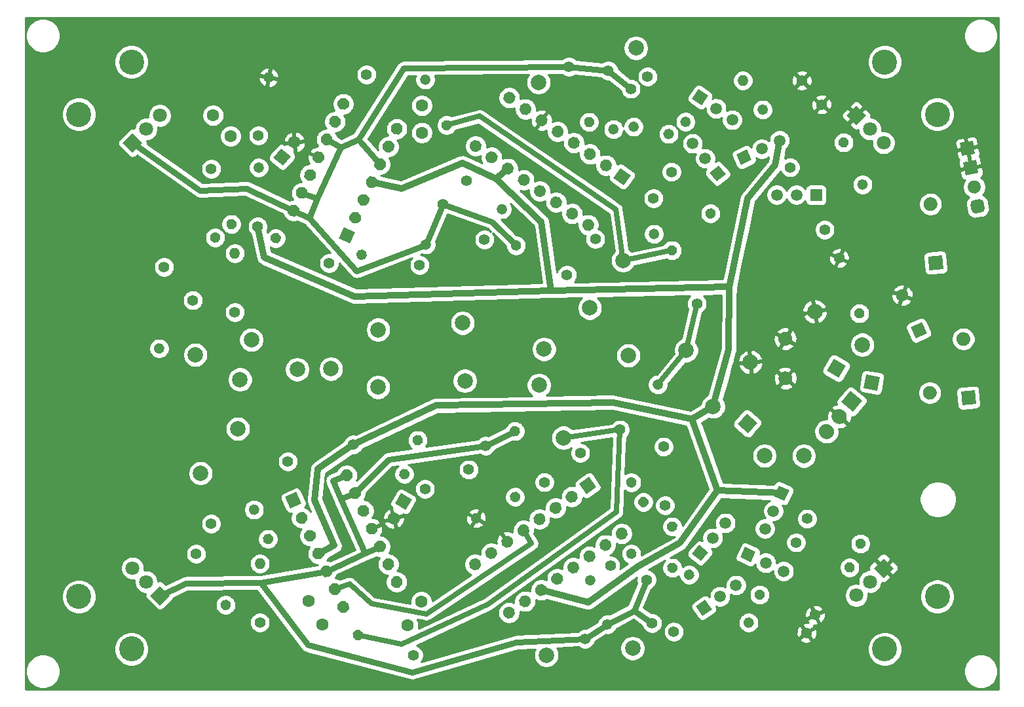
<source format=gbr>
%TF.GenerationSoftware,KiCad,Pcbnew,(5.1.7)-1*%
%TF.CreationDate,2021-03-24T00:49:07-05:00*%
%TF.ProjectId,duber,64756265-722e-46b6-9963-61645f706362,rev?*%
%TF.SameCoordinates,Original*%
%TF.FileFunction,Copper,L2,Bot*%
%TF.FilePolarity,Positive*%
%FSLAX46Y46*%
G04 Gerber Fmt 4.6, Leading zero omitted, Abs format (unit mm)*
G04 Created by KiCad (PCBNEW (5.1.7)-1) date 2021-03-24 00:49:07*
%MOMM*%
%LPD*%
G01*
G04 APERTURE LIST*
%TA.AperFunction,ComponentPad*%
%ADD10C,0.100000*%
%TD*%
%TA.AperFunction,ComponentPad*%
%ADD11C,3.240000*%
%TD*%
%TA.AperFunction,ComponentPad*%
%ADD12C,1.800000*%
%TD*%
%TA.AperFunction,ComponentPad*%
%ADD13C,1.500000*%
%TD*%
%TA.AperFunction,ComponentPad*%
%ADD14R,1.500000X1.500000*%
%TD*%
%TA.AperFunction,ComponentPad*%
%ADD15C,1.400000*%
%TD*%
%TA.AperFunction,ComponentPad*%
%ADD16O,1.400000X1.400000*%
%TD*%
%TA.AperFunction,ComponentPad*%
%ADD17C,2.000000*%
%TD*%
%TA.AperFunction,ComponentPad*%
%ADD18C,1.600000*%
%TD*%
%TA.AperFunction,ViaPad*%
%ADD19C,1.000000*%
%TD*%
%TA.AperFunction,Conductor*%
%ADD20C,0.835000*%
%TD*%
%TA.AperFunction,Conductor*%
%ADD21C,0.635000*%
%TD*%
%TA.AperFunction,Conductor*%
%ADD22C,0.735000*%
%TD*%
%TA.AperFunction,Conductor*%
%ADD23C,0.254000*%
%TD*%
%TA.AperFunction,Conductor*%
%ADD24C,0.100000*%
%TD*%
G04 APERTURE END LIST*
%TO.P,D3,2*%
%TO.N,GND*%
%TA.AperFunction,ComponentPad*%
G36*
G01*
X194399507Y-93470865D02*
X194399507Y-93470865D01*
G75*
G02*
X193170084Y-93800288I-779423J450000D01*
G01*
X193170084Y-93800288D01*
G75*
G02*
X192840661Y-92570865I450000J779423D01*
G01*
X192840661Y-92570865D01*
G75*
G02*
X194070084Y-92241442I779423J-450000D01*
G01*
X194070084Y-92241442D01*
G75*
G02*
X194399507Y-93470865I-450000J-779423D01*
G01*
G37*
%TD.AperFunction*%
%TA.AperFunction,ComponentPad*%
D10*
%TO.P,D3,1*%
%TO.N,Net-(C6-Pad1)*%
G36*
X201448621Y-96501442D02*
G01*
X200548621Y-98060288D01*
X198989775Y-97160288D01*
X199889775Y-95601442D01*
X201448621Y-96501442D01*
G37*
%TD.AperFunction*%
%TD*%
%TA.AperFunction,ComponentPad*%
%TO.P,D5,1*%
%TO.N,+9V*%
G36*
X188855827Y-105239793D02*
G01*
X187476947Y-104082775D01*
X188633965Y-102703895D01*
X190012845Y-103860913D01*
X188855827Y-105239793D01*
G37*
%TD.AperFunction*%
%TO.P,D5,2*%
%TO.N,GND*%
%TA.AperFunction,ComponentPad*%
G36*
G01*
X193064429Y-98824025D02*
X193064429Y-98824025D01*
G75*
G02*
X192953498Y-97556076I578509J689440D01*
G01*
X192953498Y-97556076D01*
G75*
G02*
X194221447Y-97445145I689440J-578509D01*
G01*
X194221447Y-97445145D01*
G75*
G02*
X194332378Y-98713094I-578509J-689440D01*
G01*
X194332378Y-98713094D01*
G75*
G02*
X193064429Y-98824025I-689440J578509D01*
G01*
G37*
%TD.AperFunction*%
%TD*%
%TA.AperFunction,ComponentPad*%
%TO.P,1N4001,1*%
%TO.N,Net-(C6-Pad1)*%
G36*
X214031319Y-84012696D02*
G01*
X212238169Y-84169576D01*
X212081289Y-82376426D01*
X213874439Y-82219546D01*
X214031319Y-84012696D01*
G37*
%TD.AperFunction*%
%TO.P,1N4001,2*%
%TO.N,Net-(D1-Pad2)*%
%TA.AperFunction,ComponentPad*%
G36*
G01*
X212470617Y-76500132D02*
X212470617Y-76500132D01*
G75*
G02*
X211495602Y-75681997I-78440J896575D01*
G01*
X211495602Y-75681997D01*
G75*
G02*
X212313737Y-74706982I896575J78440D01*
G01*
X212313737Y-74706982D01*
G75*
G02*
X213288752Y-75525117I78440J-896575D01*
G01*
X213288752Y-75525117D01*
G75*
G02*
X212470617Y-76500132I-896575J-78440D01*
G01*
G37*
%TD.AperFunction*%
%TD*%
%TO.P,1N914,2*%
%TO.N,Net-(D2-Pad2)*%
%TA.AperFunction,ComponentPad*%
G36*
G01*
X216714924Y-93948191D02*
X216714924Y-93948191D01*
G75*
G02*
X215739909Y-93130056I-78440J896575D01*
G01*
X215739909Y-93130056D01*
G75*
G02*
X216558044Y-92155041I896575J78440D01*
G01*
X216558044Y-92155041D01*
G75*
G02*
X217533059Y-92973176I78440J-896575D01*
G01*
X217533059Y-92973176D01*
G75*
G02*
X216714924Y-93948191I-896575J-78440D01*
G01*
G37*
%TD.AperFunction*%
%TA.AperFunction,ComponentPad*%
%TO.P,1N914,1*%
%TO.N,Net-(D2-Pad1)*%
G36*
X218275626Y-101460755D02*
G01*
X216482476Y-101617635D01*
X216325596Y-99824485D01*
X218118746Y-99667605D01*
X218275626Y-101460755D01*
G37*
%TD.AperFunction*%
%TD*%
%TA.AperFunction,ComponentPad*%
%TO.P,1N4001,1*%
%TO.N,Net-(C6-Pad1)*%
G36*
X203748039Y-99415257D02*
G01*
X204060605Y-97642603D01*
X205833259Y-97955169D01*
X205520693Y-99727823D01*
X203748039Y-99415257D01*
G37*
%TD.AperFunction*%
%TO.P,1N4001,2*%
%TO.N,Net-(D2-Pad1)*%
%TA.AperFunction,ComponentPad*%
G36*
G01*
X211408557Y-99852129D02*
X211408557Y-99852129D01*
G75*
G02*
X212451167Y-99122085I886327J-156283D01*
G01*
X212451167Y-99122085D01*
G75*
G02*
X213181211Y-100164695I-156283J-886327D01*
G01*
X213181211Y-100164695D01*
G75*
G02*
X212138601Y-100894739I-886327J156283D01*
G01*
X212138601Y-100894739D01*
G75*
G02*
X211408557Y-99852129I156283J886327D01*
G01*
G37*
%TD.AperFunction*%
%TD*%
D11*
%TO.P,FREQ.,*%
%TO.N,*%
X206476955Y-57210354D03*
X213265180Y-63998579D03*
D12*
%TO.P,FREQ.,3*%
%TO.N,+9V*%
X206335534Y-67675534D03*
%TO.P,FREQ.,2*%
%TO.N,Net-(R32-Pad2)*%
X204567767Y-65907767D03*
%TA.AperFunction,ComponentPad*%
D10*
%TO.P,FREQ.,1*%
%TO.N,GND*%
G36*
X204072792Y-64140000D02*
G01*
X202800000Y-65412792D01*
X201527208Y-64140000D01*
X202800000Y-62867208D01*
X204072792Y-64140000D01*
G37*
%TD.AperFunction*%
%TD*%
%TA.AperFunction,ComponentPad*%
%TO.P,FREQ.,1*%
%TO.N,GND*%
G36*
X206340000Y-123942792D02*
G01*
X205067208Y-122670000D01*
X206340000Y-121397208D01*
X207612792Y-122670000D01*
X206340000Y-123942792D01*
G37*
%TD.AperFunction*%
D12*
%TO.P,FREQ.,2*%
%TO.N,Net-(R33-Pad2)*%
X204572233Y-124437767D03*
%TO.P,FREQ.,3*%
%TO.N,+9V*%
X202804466Y-126205534D03*
D11*
%TO.P,FREQ.,*%
%TO.N,*%
X206481421Y-133135180D03*
X213269646Y-126346955D03*
%TD*%
%TO.P,RES.,*%
%TO.N,*%
X109118579Y-133145180D03*
X102330354Y-126356955D03*
D12*
%TO.P,RES.,3*%
%TO.N,Net-(R21-Pad1)*%
X109260000Y-122680000D03*
%TO.P,RES.,2*%
%TO.N,Net-(RV2-Pad2)*%
X111027767Y-124447767D03*
%TA.AperFunction,ComponentPad*%
D10*
%TO.P,RES.,1*%
%TO.N,Mido2*%
G36*
X111522742Y-126215534D02*
G01*
X112795534Y-124942742D01*
X114068326Y-126215534D01*
X112795534Y-127488326D01*
X111522742Y-126215534D01*
G37*
%TD.AperFunction*%
%TD*%
%TA.AperFunction,ComponentPad*%
%TO.P,RES.,1*%
%TO.N,Mido1*%
G36*
X109260000Y-66407208D02*
G01*
X110532792Y-67680000D01*
X109260000Y-68952792D01*
X107987208Y-67680000D01*
X109260000Y-66407208D01*
G37*
%TD.AperFunction*%
D12*
%TO.P,RES.,2*%
%TO.N,Net-(RV1-Pad2)*%
X111027767Y-65912233D03*
%TO.P,RES.,3*%
%TO.N,Net-(R20-Pad1)*%
X112795534Y-64144466D03*
D11*
%TO.P,RES.,*%
%TO.N,*%
X109118579Y-57214820D03*
X102330354Y-64003045D03*
%TD*%
%TA.AperFunction,ComponentPad*%
D10*
%TO.P,J1,1*%
%TO.N,GND*%
G36*
X216467894Y-69372150D02*
G01*
X216172692Y-67697976D01*
X217846866Y-67402774D01*
X218142068Y-69076948D01*
X216467894Y-69372150D01*
G37*
%TD.AperFunction*%
%TA.AperFunction,ComponentPad*%
%TO.P,J1,2*%
G36*
X216908960Y-71873562D02*
G01*
X216613758Y-70199388D01*
X218287932Y-69904186D01*
X218583134Y-71578360D01*
X216908960Y-71873562D01*
G37*
%TD.AperFunction*%
%TO.P,J1,3*%
%TO.N,Net-(D1-Pad2)*%
%TA.AperFunction,ComponentPad*%
G36*
G01*
X217202426Y-73537886D02*
X217202426Y-73537886D01*
G75*
G02*
X217891912Y-72553198I837087J147601D01*
G01*
X217891912Y-72553198D01*
G75*
G02*
X218876600Y-73242684I147601J-837087D01*
G01*
X218876600Y-73242684D01*
G75*
G02*
X218187114Y-74227372I-837087J-147601D01*
G01*
X218187114Y-74227372D01*
G75*
G02*
X217202426Y-73537886I-147601J837087D01*
G01*
G37*
%TD.AperFunction*%
%TO.P,J1,4*%
%TO.N,Net-(D2-Pad2)*%
%TA.AperFunction,ComponentPad*%
G36*
G01*
X217717293Y-76457841D02*
X217569692Y-75620754D01*
G75*
G02*
X217914435Y-75128411I418543J73800D01*
G01*
X218751522Y-74980810D01*
G75*
G02*
X219243865Y-75325553I73800J-418543D01*
G01*
X219391466Y-76162640D01*
G75*
G02*
X219046723Y-76654983I-418543J-73800D01*
G01*
X218209636Y-76802584D01*
G75*
G02*
X217717293Y-76457841I-73800J418543D01*
G01*
G37*
%TD.AperFunction*%
%TD*%
%TO.P,U2,14*%
%TO.N,Mido2*%
%TA.AperFunction,ComponentPad*%
G36*
G01*
X136231019Y-111007744D02*
X136231019Y-111007744D01*
G75*
G02*
X136617970Y-109944603I725046J338095D01*
G01*
X136617970Y-109944603D01*
G75*
G02*
X137681111Y-110331554I338095J-725046D01*
G01*
X137681111Y-110331554D01*
G75*
G02*
X137294160Y-111394695I-725046J-338095D01*
G01*
X137294160Y-111394695D01*
G75*
G02*
X136231019Y-111007744I-338095J725046D01*
G01*
G37*
%TD.AperFunction*%
%TO.P,U2,7*%
%TO.N,Net-(C10-Pad1)*%
%TA.AperFunction,ComponentPad*%
G36*
G01*
X135765656Y-128040226D02*
X135765656Y-128040226D01*
G75*
G02*
X136152607Y-126977085I725046J338095D01*
G01*
X136152607Y-126977085D01*
G75*
G02*
X137215748Y-127364036I338095J-725046D01*
G01*
X137215748Y-127364036D01*
G75*
G02*
X136828797Y-128427177I-725046J-338095D01*
G01*
X136828797Y-128427177D01*
G75*
G02*
X135765656Y-128040226I-338095J725046D01*
G01*
G37*
%TD.AperFunction*%
%TO.P,U2,13*%
%TO.N,Mido2*%
%TA.AperFunction,ComponentPad*%
G36*
G01*
X137304470Y-113309766D02*
X137304470Y-113309766D01*
G75*
G02*
X137691421Y-112246625I725046J338095D01*
G01*
X137691421Y-112246625D01*
G75*
G02*
X138754562Y-112633576I338095J-725046D01*
G01*
X138754562Y-112633576D01*
G75*
G02*
X138367611Y-113696717I-725046J-338095D01*
G01*
X138367611Y-113696717D01*
G75*
G02*
X137304470Y-113309766I-338095J725046D01*
G01*
G37*
%TD.AperFunction*%
%TO.P,U2,6*%
%TO.N,Net-(C10-Pad2)*%
%TA.AperFunction,ComponentPad*%
G36*
G01*
X134692206Y-125738204D02*
X134692206Y-125738204D01*
G75*
G02*
X135079157Y-124675063I725046J338095D01*
G01*
X135079157Y-124675063D01*
G75*
G02*
X136142298Y-125062014I338095J-725046D01*
G01*
X136142298Y-125062014D01*
G75*
G02*
X135755347Y-126125155I-725046J-338095D01*
G01*
X135755347Y-126125155D01*
G75*
G02*
X134692206Y-125738204I-338095J725046D01*
G01*
G37*
%TD.AperFunction*%
%TO.P,U2,12*%
%TO.N,Net-(C2-Pad1)*%
%TA.AperFunction,ComponentPad*%
G36*
G01*
X138377920Y-115611787D02*
X138377920Y-115611787D01*
G75*
G02*
X138764871Y-114548646I725046J338095D01*
G01*
X138764871Y-114548646D01*
G75*
G02*
X139828012Y-114935597I338095J-725046D01*
G01*
X139828012Y-114935597D01*
G75*
G02*
X139441061Y-115998738I-725046J-338095D01*
G01*
X139441061Y-115998738D01*
G75*
G02*
X138377920Y-115611787I-338095J725046D01*
G01*
G37*
%TD.AperFunction*%
%TO.P,U2,5*%
%TO.N,Mido2*%
%TA.AperFunction,ComponentPad*%
G36*
G01*
X133618756Y-123436182D02*
X133618756Y-123436182D01*
G75*
G02*
X134005707Y-122373041I725046J338095D01*
G01*
X134005707Y-122373041D01*
G75*
G02*
X135068848Y-122759992I338095J-725046D01*
G01*
X135068848Y-122759992D01*
G75*
G02*
X134681897Y-123823133I-725046J-338095D01*
G01*
X134681897Y-123823133D01*
G75*
G02*
X133618756Y-123436182I-338095J725046D01*
G01*
G37*
%TD.AperFunction*%
%TO.P,U2,11*%
%TO.N,GND*%
%TA.AperFunction,ComponentPad*%
G36*
G01*
X139451370Y-117913809D02*
X139451370Y-117913809D01*
G75*
G02*
X139838321Y-116850668I725046J338095D01*
G01*
X139838321Y-116850668D01*
G75*
G02*
X140901462Y-117237619I338095J-725046D01*
G01*
X140901462Y-117237619D01*
G75*
G02*
X140514511Y-118300760I-725046J-338095D01*
G01*
X140514511Y-118300760D01*
G75*
G02*
X139451370Y-117913809I-338095J725046D01*
G01*
G37*
%TD.AperFunction*%
%TO.P,U2,4*%
%TO.N,+9V*%
%TA.AperFunction,ComponentPad*%
G36*
G01*
X132545305Y-121134160D02*
X132545305Y-121134160D01*
G75*
G02*
X132932256Y-120071019I725046J338095D01*
G01*
X132932256Y-120071019D01*
G75*
G02*
X133995397Y-120457970I338095J-725046D01*
G01*
X133995397Y-120457970D01*
G75*
G02*
X133608446Y-121521111I-725046J-338095D01*
G01*
X133608446Y-121521111D01*
G75*
G02*
X132545305Y-121134160I-338095J725046D01*
G01*
G37*
%TD.AperFunction*%
%TO.P,U2,10*%
%TO.N,Mido2*%
%TA.AperFunction,ComponentPad*%
G36*
G01*
X140524821Y-120215831D02*
X140524821Y-120215831D01*
G75*
G02*
X140911772Y-119152690I725046J338095D01*
G01*
X140911772Y-119152690D01*
G75*
G02*
X141974913Y-119539641I338095J-725046D01*
G01*
X141974913Y-119539641D01*
G75*
G02*
X141587962Y-120602782I-725046J-338095D01*
G01*
X141587962Y-120602782D01*
G75*
G02*
X140524821Y-120215831I-338095J725046D01*
G01*
G37*
%TD.AperFunction*%
%TO.P,U2,3*%
%TO.N,Net-(RV2-Pad2)*%
%TA.AperFunction,ComponentPad*%
G36*
G01*
X131471855Y-118832139D02*
X131471855Y-118832139D01*
G75*
G02*
X131858806Y-117768998I725046J338095D01*
G01*
X131858806Y-117768998D01*
G75*
G02*
X132921947Y-118155949I338095J-725046D01*
G01*
X132921947Y-118155949D01*
G75*
G02*
X132534996Y-119219090I-725046J-338095D01*
G01*
X132534996Y-119219090D01*
G75*
G02*
X131471855Y-118832139I-338095J725046D01*
G01*
G37*
%TD.AperFunction*%
%TO.P,U2,9*%
%TO.N,Net-(C11-Pad2)*%
%TA.AperFunction,ComponentPad*%
G36*
G01*
X141598271Y-122517853D02*
X141598271Y-122517853D01*
G75*
G02*
X141985222Y-121454712I725046J338095D01*
G01*
X141985222Y-121454712D01*
G75*
G02*
X143048363Y-121841663I338095J-725046D01*
G01*
X143048363Y-121841663D01*
G75*
G02*
X142661412Y-122904804I-725046J-338095D01*
G01*
X142661412Y-122904804D01*
G75*
G02*
X141598271Y-122517853I-338095J725046D01*
G01*
G37*
%TD.AperFunction*%
%TO.P,U2,2*%
%TO.N,Net-(R10-Pad2)*%
%TA.AperFunction,ComponentPad*%
G36*
G01*
X130398404Y-116530117D02*
X130398404Y-116530117D01*
G75*
G02*
X130785355Y-115466976I725046J338095D01*
G01*
X130785355Y-115466976D01*
G75*
G02*
X131848496Y-115853927I338095J-725046D01*
G01*
X131848496Y-115853927D01*
G75*
G02*
X131461545Y-116917068I-725046J-338095D01*
G01*
X131461545Y-116917068D01*
G75*
G02*
X130398404Y-116530117I-338095J725046D01*
G01*
G37*
%TD.AperFunction*%
%TO.P,U2,8*%
%TO.N,Net-(C11-Pad1)*%
%TA.AperFunction,ComponentPad*%
G36*
G01*
X142671722Y-124819875D02*
X142671722Y-124819875D01*
G75*
G02*
X143058673Y-123756734I725046J338095D01*
G01*
X143058673Y-123756734D01*
G75*
G02*
X144121814Y-124143685I338095J-725046D01*
G01*
X144121814Y-124143685D01*
G75*
G02*
X143734863Y-125206826I-725046J-338095D01*
G01*
X143734863Y-125206826D01*
G75*
G02*
X142671722Y-124819875I-338095J725046D01*
G01*
G37*
%TD.AperFunction*%
%TA.AperFunction,ComponentPad*%
%TO.P,U2,1*%
%TO.N,Net-(R12-Pad1)*%
G36*
X129663048Y-114953141D02*
G01*
X128986859Y-113503048D01*
X130436952Y-112826859D01*
X131113141Y-114276952D01*
X129663048Y-114953141D01*
G37*
%TD.AperFunction*%
%TD*%
%TA.AperFunction,ComponentPad*%
%TO.P,U1,1*%
%TO.N,Net-(R11-Pad1)*%
G36*
X138033141Y-79283048D02*
G01*
X137356952Y-80733141D01*
X135906859Y-80056952D01*
X136583048Y-78606859D01*
X138033141Y-79283048D01*
G37*
%TD.AperFunction*%
%TO.P,U1,8*%
%TO.N,Net-(C12-Pad1)*%
%TA.AperFunction,ComponentPad*%
G36*
G01*
X137229683Y-62975613D02*
X137229683Y-62975613D01*
G75*
G02*
X136166542Y-63362564I-725046J338095D01*
G01*
X136166542Y-63362564D01*
G75*
G02*
X135779591Y-62299423I338095J725046D01*
G01*
X135779591Y-62299423D01*
G75*
G02*
X136842732Y-61912472I725046J-338095D01*
G01*
X136842732Y-61912472D01*
G75*
G02*
X137229683Y-62975613I-338095J-725046D01*
G01*
G37*
%TD.AperFunction*%
%TO.P,U1,2*%
%TO.N,Net-(R11-Pad2)*%
%TA.AperFunction,ComponentPad*%
G36*
G01*
X138768496Y-77706073D02*
X138768496Y-77706073D01*
G75*
G02*
X137705355Y-78093024I-725046J338095D01*
G01*
X137705355Y-78093024D01*
G75*
G02*
X137318404Y-77029883I338095J725046D01*
G01*
X137318404Y-77029883D01*
G75*
G02*
X138381545Y-76642932I725046J-338095D01*
G01*
X138381545Y-76642932D01*
G75*
G02*
X138768496Y-77706073I-338095J-725046D01*
G01*
G37*
%TD.AperFunction*%
%TO.P,U1,9*%
%TO.N,Net-(C12-Pad2)*%
%TA.AperFunction,ComponentPad*%
G36*
G01*
X136156233Y-65277635D02*
X136156233Y-65277635D01*
G75*
G02*
X135093092Y-65664586I-725046J338095D01*
G01*
X135093092Y-65664586D01*
G75*
G02*
X134706141Y-64601445I338095J725046D01*
G01*
X134706141Y-64601445D01*
G75*
G02*
X135769282Y-64214494I725046J-338095D01*
G01*
X135769282Y-64214494D01*
G75*
G02*
X136156233Y-65277635I-338095J-725046D01*
G01*
G37*
%TD.AperFunction*%
%TO.P,U1,3*%
%TO.N,Net-(RV1-Pad2)*%
%TA.AperFunction,ComponentPad*%
G36*
G01*
X139841947Y-75404051D02*
X139841947Y-75404051D01*
G75*
G02*
X138778806Y-75791002I-725046J338095D01*
G01*
X138778806Y-75791002D01*
G75*
G02*
X138391855Y-74727861I338095J725046D01*
G01*
X138391855Y-74727861D01*
G75*
G02*
X139454996Y-74340910I725046J-338095D01*
G01*
X139454996Y-74340910D01*
G75*
G02*
X139841947Y-75404051I-338095J-725046D01*
G01*
G37*
%TD.AperFunction*%
%TO.P,U1,10*%
%TO.N,Mido1*%
%TA.AperFunction,ComponentPad*%
G36*
G01*
X135082782Y-67579657D02*
X135082782Y-67579657D01*
G75*
G02*
X134019641Y-67966608I-725046J338095D01*
G01*
X134019641Y-67966608D01*
G75*
G02*
X133632690Y-66903467I338095J725046D01*
G01*
X133632690Y-66903467D01*
G75*
G02*
X134695831Y-66516516I725046J-338095D01*
G01*
X134695831Y-66516516D01*
G75*
G02*
X135082782Y-67579657I-338095J-725046D01*
G01*
G37*
%TD.AperFunction*%
%TO.P,U1,4*%
%TO.N,+9V*%
%TA.AperFunction,ComponentPad*%
G36*
G01*
X140915397Y-73102030D02*
X140915397Y-73102030D01*
G75*
G02*
X139852256Y-73488981I-725046J338095D01*
G01*
X139852256Y-73488981D01*
G75*
G02*
X139465305Y-72425840I338095J725046D01*
G01*
X139465305Y-72425840D01*
G75*
G02*
X140528446Y-72038889I725046J-338095D01*
G01*
X140528446Y-72038889D01*
G75*
G02*
X140915397Y-73102030I-338095J-725046D01*
G01*
G37*
%TD.AperFunction*%
%TO.P,U1,11*%
%TO.N,GND*%
%TA.AperFunction,ComponentPad*%
G36*
G01*
X134009332Y-69881679D02*
X134009332Y-69881679D01*
G75*
G02*
X132946191Y-70268630I-725046J338095D01*
G01*
X132946191Y-70268630D01*
G75*
G02*
X132559240Y-69205489I338095J725046D01*
G01*
X132559240Y-69205489D01*
G75*
G02*
X133622381Y-68818538I725046J-338095D01*
G01*
X133622381Y-68818538D01*
G75*
G02*
X134009332Y-69881679I-338095J-725046D01*
G01*
G37*
%TD.AperFunction*%
%TO.P,U1,5*%
%TO.N,Mido1*%
%TA.AperFunction,ComponentPad*%
G36*
G01*
X141988848Y-70800008D02*
X141988848Y-70800008D01*
G75*
G02*
X140925707Y-71186959I-725046J338095D01*
G01*
X140925707Y-71186959D01*
G75*
G02*
X140538756Y-70123818I338095J725046D01*
G01*
X140538756Y-70123818D01*
G75*
G02*
X141601897Y-69736867I725046J-338095D01*
G01*
X141601897Y-69736867D01*
G75*
G02*
X141988848Y-70800008I-338095J-725046D01*
G01*
G37*
%TD.AperFunction*%
%TO.P,U1,12*%
%TO.N,Net-(C1-Pad1)*%
%TA.AperFunction,ComponentPad*%
G36*
G01*
X132935881Y-72183700D02*
X132935881Y-72183700D01*
G75*
G02*
X131872740Y-72570651I-725046J338095D01*
G01*
X131872740Y-72570651D01*
G75*
G02*
X131485789Y-71507510I338095J725046D01*
G01*
X131485789Y-71507510D01*
G75*
G02*
X132548930Y-71120559I725046J-338095D01*
G01*
X132548930Y-71120559D01*
G75*
G02*
X132935881Y-72183700I-338095J-725046D01*
G01*
G37*
%TD.AperFunction*%
%TO.P,U1,6*%
%TO.N,Net-(C9-Pad2)*%
%TA.AperFunction,ComponentPad*%
G36*
G01*
X143062298Y-68497986D02*
X143062298Y-68497986D01*
G75*
G02*
X141999157Y-68884937I-725046J338095D01*
G01*
X141999157Y-68884937D01*
G75*
G02*
X141612206Y-67821796I338095J725046D01*
G01*
X141612206Y-67821796D01*
G75*
G02*
X142675347Y-67434845I725046J-338095D01*
G01*
X142675347Y-67434845D01*
G75*
G02*
X143062298Y-68497986I-338095J-725046D01*
G01*
G37*
%TD.AperFunction*%
%TO.P,U1,13*%
%TO.N,Mido1*%
%TA.AperFunction,ComponentPad*%
G36*
G01*
X131862431Y-74485722D02*
X131862431Y-74485722D01*
G75*
G02*
X130799290Y-74872673I-725046J338095D01*
G01*
X130799290Y-74872673D01*
G75*
G02*
X130412339Y-73809532I338095J725046D01*
G01*
X130412339Y-73809532D01*
G75*
G02*
X131475480Y-73422581I725046J-338095D01*
G01*
X131475480Y-73422581D01*
G75*
G02*
X131862431Y-74485722I-338095J-725046D01*
G01*
G37*
%TD.AperFunction*%
%TO.P,U1,7*%
%TO.N,Net-(C13-Pad2)*%
%TA.AperFunction,ComponentPad*%
G36*
G01*
X144135748Y-66195964D02*
X144135748Y-66195964D01*
G75*
G02*
X143072607Y-66582915I-725046J338095D01*
G01*
X143072607Y-66582915D01*
G75*
G02*
X142685656Y-65519774I338095J725046D01*
G01*
X142685656Y-65519774D01*
G75*
G02*
X143748797Y-65132823I725046J-338095D01*
G01*
X143748797Y-65132823D01*
G75*
G02*
X144135748Y-66195964I-338095J-725046D01*
G01*
G37*
%TD.AperFunction*%
%TO.P,U1,14*%
%TO.N,Mido1*%
%TA.AperFunction,ComponentPad*%
G36*
G01*
X130788981Y-76787744D02*
X130788981Y-76787744D01*
G75*
G02*
X129725840Y-77174695I-725046J338095D01*
G01*
X129725840Y-77174695D01*
G75*
G02*
X129338889Y-76111554I338095J725046D01*
G01*
X129338889Y-76111554D01*
G75*
G02*
X130402030Y-75724603I725046J-338095D01*
G01*
X130402030Y-75724603D01*
G75*
G02*
X130788981Y-76787744I-338095J-725046D01*
G01*
G37*
%TD.AperFunction*%
%TD*%
%TO.P,U4,16*%
%TO.N,Net-(R31-Pad1)*%
%TA.AperFunction,ComponentPad*%
G36*
G01*
X172011791Y-117576617D02*
X172011791Y-117576617D01*
G75*
G02*
X173125974Y-117773078I458861J-655322D01*
G01*
X173125974Y-117773078D01*
G75*
G02*
X172929513Y-118887261I-655322J-458861D01*
G01*
X172929513Y-118887261D01*
G75*
G02*
X171815330Y-118690800I-458861J655322D01*
G01*
X171815330Y-118690800D01*
G75*
G02*
X172011791Y-117576617I655322J458861D01*
G01*
G37*
%TD.AperFunction*%
%TO.P,U4,8*%
%TO.N,N/C*%
%TA.AperFunction,ComponentPad*%
G36*
G01*
X153076616Y-121532867D02*
X153076616Y-121532867D01*
G75*
G02*
X154190799Y-121729328I458861J-655322D01*
G01*
X154190799Y-121729328D01*
G75*
G02*
X153994338Y-122843511I-655322J-458861D01*
G01*
X153994338Y-122843511D01*
G75*
G02*
X152880155Y-122647050I-458861J655322D01*
G01*
X152880155Y-122647050D01*
G75*
G02*
X153076616Y-121532867I655322J458861D01*
G01*
G37*
%TD.AperFunction*%
%TO.P,U4,15*%
%TO.N,Net-(U4-Pad15)*%
%TA.AperFunction,ComponentPad*%
G36*
G01*
X169931145Y-119033501D02*
X169931145Y-119033501D01*
G75*
G02*
X171045328Y-119229962I458861J-655322D01*
G01*
X171045328Y-119229962D01*
G75*
G02*
X170848867Y-120344145I-655322J-458861D01*
G01*
X170848867Y-120344145D01*
G75*
G02*
X169734684Y-120147684I-458861J655322D01*
G01*
X169734684Y-120147684D01*
G75*
G02*
X169931145Y-119033501I655322J458861D01*
G01*
G37*
%TD.AperFunction*%
%TO.P,U4,7*%
%TO.N,N/C*%
%TA.AperFunction,ComponentPad*%
G36*
G01*
X155157262Y-120075983D02*
X155157262Y-120075983D01*
G75*
G02*
X156271445Y-120272444I458861J-655322D01*
G01*
X156271445Y-120272444D01*
G75*
G02*
X156074984Y-121386627I-655322J-458861D01*
G01*
X156074984Y-121386627D01*
G75*
G02*
X154960801Y-121190166I-458861J655322D01*
G01*
X154960801Y-121190166D01*
G75*
G02*
X155157262Y-120075983I655322J458861D01*
G01*
G37*
%TD.AperFunction*%
%TO.P,U4,14*%
%TO.N,Net-(R25-Pad1)*%
%TA.AperFunction,ComponentPad*%
G36*
G01*
X167850499Y-120490385D02*
X167850499Y-120490385D01*
G75*
G02*
X168964682Y-120686846I458861J-655322D01*
G01*
X168964682Y-120686846D01*
G75*
G02*
X168768221Y-121801029I-655322J-458861D01*
G01*
X168768221Y-121801029D01*
G75*
G02*
X167654038Y-121604568I-458861J655322D01*
G01*
X167654038Y-121604568D01*
G75*
G02*
X167850499Y-120490385I655322J458861D01*
G01*
G37*
%TD.AperFunction*%
%TO.P,U4,6*%
%TO.N,GND*%
%TA.AperFunction,ComponentPad*%
G36*
G01*
X157237908Y-118619099D02*
X157237908Y-118619099D01*
G75*
G02*
X158352091Y-118815560I458861J-655322D01*
G01*
X158352091Y-118815560D01*
G75*
G02*
X158155630Y-119929743I-655322J-458861D01*
G01*
X158155630Y-119929743D01*
G75*
G02*
X157041447Y-119733282I-458861J655322D01*
G01*
X157041447Y-119733282D01*
G75*
G02*
X157237908Y-118619099I655322J458861D01*
G01*
G37*
%TD.AperFunction*%
%TO.P,U4,13*%
%TO.N,Net-(R27-Pad2)*%
%TA.AperFunction,ComponentPad*%
G36*
G01*
X165769853Y-121947269D02*
X165769853Y-121947269D01*
G75*
G02*
X166884036Y-122143730I458861J-655322D01*
G01*
X166884036Y-122143730D01*
G75*
G02*
X166687575Y-123257913I-655322J-458861D01*
G01*
X166687575Y-123257913D01*
G75*
G02*
X165573392Y-123061452I-458861J655322D01*
G01*
X165573392Y-123061452D01*
G75*
G02*
X165769853Y-121947269I655322J458861D01*
G01*
G37*
%TD.AperFunction*%
%TO.P,U4,5*%
%TO.N,Net-(C10-Pad2)*%
%TA.AperFunction,ComponentPad*%
G36*
G01*
X159318554Y-117162215D02*
X159318554Y-117162215D01*
G75*
G02*
X160432737Y-117358676I458861J-655322D01*
G01*
X160432737Y-117358676D01*
G75*
G02*
X160236276Y-118472859I-655322J-458861D01*
G01*
X160236276Y-118472859D01*
G75*
G02*
X159122093Y-118276398I-458861J655322D01*
G01*
X159122093Y-118276398D01*
G75*
G02*
X159318554Y-117162215I655322J458861D01*
G01*
G37*
%TD.AperFunction*%
%TO.P,U4,12*%
%TO.N,Net-(C11-Pad2)*%
%TA.AperFunction,ComponentPad*%
G36*
G01*
X163689207Y-123404153D02*
X163689207Y-123404153D01*
G75*
G02*
X164803390Y-123600614I458861J-655322D01*
G01*
X164803390Y-123600614D01*
G75*
G02*
X164606929Y-124714797I-655322J-458861D01*
G01*
X164606929Y-124714797D01*
G75*
G02*
X163492746Y-124518336I-458861J655322D01*
G01*
X163492746Y-124518336D01*
G75*
G02*
X163689207Y-123404153I655322J458861D01*
G01*
G37*
%TD.AperFunction*%
%TO.P,U4,4*%
%TO.N,Net-(R19-Pad2)*%
%TA.AperFunction,ComponentPad*%
G36*
G01*
X161399200Y-115705330D02*
X161399200Y-115705330D01*
G75*
G02*
X162513383Y-115901791I458861J-655322D01*
G01*
X162513383Y-115901791D01*
G75*
G02*
X162316922Y-117015974I-655322J-458861D01*
G01*
X162316922Y-117015974D01*
G75*
G02*
X161202739Y-116819513I-458861J655322D01*
G01*
X161202739Y-116819513D01*
G75*
G02*
X161399200Y-115705330I655322J458861D01*
G01*
G37*
%TD.AperFunction*%
%TO.P,U4,11*%
%TO.N,+9V*%
%TA.AperFunction,ComponentPad*%
G36*
G01*
X161608560Y-124861037D02*
X161608560Y-124861037D01*
G75*
G02*
X162722743Y-125057498I458861J-655322D01*
G01*
X162722743Y-125057498D01*
G75*
G02*
X162526282Y-126171681I-655322J-458861D01*
G01*
X162526282Y-126171681D01*
G75*
G02*
X161412099Y-125975220I-458861J655322D01*
G01*
X161412099Y-125975220D01*
G75*
G02*
X161608560Y-124861037I655322J458861D01*
G01*
G37*
%TD.AperFunction*%
%TO.P,U4,3*%
%TO.N,Net-(R15-Pad1)*%
%TA.AperFunction,ComponentPad*%
G36*
G01*
X163479847Y-114248446D02*
X163479847Y-114248446D01*
G75*
G02*
X164594030Y-114444907I458861J-655322D01*
G01*
X164594030Y-114444907D01*
G75*
G02*
X164397569Y-115559090I-655322J-458861D01*
G01*
X164397569Y-115559090D01*
G75*
G02*
X163283386Y-115362629I-458861J655322D01*
G01*
X163283386Y-115362629D01*
G75*
G02*
X163479847Y-114248446I655322J458861D01*
G01*
G37*
%TD.AperFunction*%
%TO.P,U4,10*%
%TO.N,N/C*%
%TA.AperFunction,ComponentPad*%
G36*
G01*
X159527914Y-126317921D02*
X159527914Y-126317921D01*
G75*
G02*
X160642097Y-126514382I458861J-655322D01*
G01*
X160642097Y-126514382D01*
G75*
G02*
X160445636Y-127628565I-655322J-458861D01*
G01*
X160445636Y-127628565D01*
G75*
G02*
X159331453Y-127432104I-458861J655322D01*
G01*
X159331453Y-127432104D01*
G75*
G02*
X159527914Y-126317921I655322J458861D01*
G01*
G37*
%TD.AperFunction*%
%TO.P,U4,2*%
%TO.N,Net-(U4-Pad2)*%
%TA.AperFunction,ComponentPad*%
G36*
G01*
X165560493Y-112791562D02*
X165560493Y-112791562D01*
G75*
G02*
X166674676Y-112988023I458861J-655322D01*
G01*
X166674676Y-112988023D01*
G75*
G02*
X166478215Y-114102206I-655322J-458861D01*
G01*
X166478215Y-114102206D01*
G75*
G02*
X165364032Y-113905745I-458861J655322D01*
G01*
X165364032Y-113905745D01*
G75*
G02*
X165560493Y-112791562I655322J458861D01*
G01*
G37*
%TD.AperFunction*%
%TO.P,U4,9*%
%TO.N,N/C*%
%TA.AperFunction,ComponentPad*%
G36*
G01*
X157447268Y-127774806D02*
X157447268Y-127774806D01*
G75*
G02*
X158561451Y-127971267I458861J-655322D01*
G01*
X158561451Y-127971267D01*
G75*
G02*
X158364990Y-129085450I-655322J-458861D01*
G01*
X158364990Y-129085450D01*
G75*
G02*
X157250807Y-128888989I-458861J655322D01*
G01*
X157250807Y-128888989D01*
G75*
G02*
X157447268Y-127774806I655322J458861D01*
G01*
G37*
%TD.AperFunction*%
%TA.AperFunction,ComponentPad*%
%TO.P,U4,1*%
%TO.N,Net-(R23-Pad1)*%
G36*
X166985817Y-111793540D02*
G01*
X168296460Y-110875817D01*
X169214183Y-112186460D01*
X167903540Y-113104183D01*
X166985817Y-111793540D01*
G37*
%TD.AperFunction*%
%TD*%
%TA.AperFunction,ComponentPad*%
%TO.P,U3,1*%
%TO.N,Net-(R22-Pad1)*%
G36*
X172333540Y-70935817D02*
G01*
X173644183Y-71853540D01*
X172726460Y-73164183D01*
X171415817Y-72246460D01*
X172333540Y-70935817D01*
G37*
%TD.AperFunction*%
%TO.P,U3,9*%
%TO.N,N/C*%
%TA.AperFunction,ComponentPad*%
G36*
G01*
X154053685Y-67438428D02*
X154053685Y-67438428D01*
G75*
G02*
X154250146Y-68552611I-458861J-655322D01*
G01*
X154250146Y-68552611D01*
G75*
G02*
X153135963Y-68749072I-655322J458861D01*
G01*
X153135963Y-68749072D01*
G75*
G02*
X152939502Y-67634889I458861J655322D01*
G01*
X152939502Y-67634889D01*
G75*
G02*
X154053685Y-67438428I655322J-458861D01*
G01*
G37*
%TD.AperFunction*%
%TO.P,U3,2*%
%TO.N,Net-(U3-Pad2)*%
%TA.AperFunction,ComponentPad*%
G36*
G01*
X170908215Y-69937794D02*
X170908215Y-69937794D01*
G75*
G02*
X171104676Y-71051977I-458861J-655322D01*
G01*
X171104676Y-71051977D01*
G75*
G02*
X169990493Y-71248438I-655322J458861D01*
G01*
X169990493Y-71248438D01*
G75*
G02*
X169794032Y-70134255I458861J655322D01*
G01*
X169794032Y-70134255D01*
G75*
G02*
X170908215Y-69937794I655322J-458861D01*
G01*
G37*
%TD.AperFunction*%
%TO.P,U3,10*%
%TO.N,N/C*%
%TA.AperFunction,ComponentPad*%
G36*
G01*
X156134331Y-68895312D02*
X156134331Y-68895312D01*
G75*
G02*
X156330792Y-70009495I-458861J-655322D01*
G01*
X156330792Y-70009495D01*
G75*
G02*
X155216609Y-70205956I-655322J458861D01*
G01*
X155216609Y-70205956D01*
G75*
G02*
X155020148Y-69091773I458861J655322D01*
G01*
X155020148Y-69091773D01*
G75*
G02*
X156134331Y-68895312I655322J-458861D01*
G01*
G37*
%TD.AperFunction*%
%TO.P,U3,3*%
%TO.N,Net-(R14-Pad1)*%
%TA.AperFunction,ComponentPad*%
G36*
G01*
X168827569Y-68480910D02*
X168827569Y-68480910D01*
G75*
G02*
X169024030Y-69595093I-458861J-655322D01*
G01*
X169024030Y-69595093D01*
G75*
G02*
X167909847Y-69791554I-655322J458861D01*
G01*
X167909847Y-69791554D01*
G75*
G02*
X167713386Y-68677371I458861J655322D01*
G01*
X167713386Y-68677371D01*
G75*
G02*
X168827569Y-68480910I655322J-458861D01*
G01*
G37*
%TD.AperFunction*%
%TO.P,U3,11*%
%TO.N,+9V*%
%TA.AperFunction,ComponentPad*%
G36*
G01*
X158214978Y-70352196D02*
X158214978Y-70352196D01*
G75*
G02*
X158411439Y-71466379I-458861J-655322D01*
G01*
X158411439Y-71466379D01*
G75*
G02*
X157297256Y-71662840I-655322J458861D01*
G01*
X157297256Y-71662840D01*
G75*
G02*
X157100795Y-70548657I458861J655322D01*
G01*
X157100795Y-70548657D01*
G75*
G02*
X158214978Y-70352196I655322J-458861D01*
G01*
G37*
%TD.AperFunction*%
%TO.P,U3,4*%
%TO.N,Net-(R17-Pad2)*%
%TA.AperFunction,ComponentPad*%
G36*
G01*
X166746922Y-67024026D02*
X166746922Y-67024026D01*
G75*
G02*
X166943383Y-68138209I-458861J-655322D01*
G01*
X166943383Y-68138209D01*
G75*
G02*
X165829200Y-68334670I-655322J458861D01*
G01*
X165829200Y-68334670D01*
G75*
G02*
X165632739Y-67220487I458861J655322D01*
G01*
X165632739Y-67220487D01*
G75*
G02*
X166746922Y-67024026I655322J-458861D01*
G01*
G37*
%TD.AperFunction*%
%TO.P,U3,12*%
%TO.N,Net-(C12-Pad2)*%
%TA.AperFunction,ComponentPad*%
G36*
G01*
X160295624Y-71809080D02*
X160295624Y-71809080D01*
G75*
G02*
X160492085Y-72923263I-458861J-655322D01*
G01*
X160492085Y-72923263D01*
G75*
G02*
X159377902Y-73119724I-655322J458861D01*
G01*
X159377902Y-73119724D01*
G75*
G02*
X159181441Y-72005541I458861J655322D01*
G01*
X159181441Y-72005541D01*
G75*
G02*
X160295624Y-71809080I655322J-458861D01*
G01*
G37*
%TD.AperFunction*%
%TO.P,U3,5*%
%TO.N,Net-(C9-Pad2)*%
%TA.AperFunction,ComponentPad*%
G36*
G01*
X164666276Y-65567141D02*
X164666276Y-65567141D01*
G75*
G02*
X164862737Y-66681324I-458861J-655322D01*
G01*
X164862737Y-66681324D01*
G75*
G02*
X163748554Y-66877785I-655322J458861D01*
G01*
X163748554Y-66877785D01*
G75*
G02*
X163552093Y-65763602I458861J655322D01*
G01*
X163552093Y-65763602D01*
G75*
G02*
X164666276Y-65567141I655322J-458861D01*
G01*
G37*
%TD.AperFunction*%
%TO.P,U3,13*%
%TO.N,Net-(R26-Pad2)*%
%TA.AperFunction,ComponentPad*%
G36*
G01*
X162376270Y-73265964D02*
X162376270Y-73265964D01*
G75*
G02*
X162572731Y-74380147I-458861J-655322D01*
G01*
X162572731Y-74380147D01*
G75*
G02*
X161458548Y-74576608I-655322J458861D01*
G01*
X161458548Y-74576608D01*
G75*
G02*
X161262087Y-73462425I458861J655322D01*
G01*
X161262087Y-73462425D01*
G75*
G02*
X162376270Y-73265964I655322J-458861D01*
G01*
G37*
%TD.AperFunction*%
%TO.P,U3,6*%
%TO.N,GND*%
%TA.AperFunction,ComponentPad*%
G36*
G01*
X162585630Y-64110257D02*
X162585630Y-64110257D01*
G75*
G02*
X162782091Y-65224440I-458861J-655322D01*
G01*
X162782091Y-65224440D01*
G75*
G02*
X161667908Y-65420901I-655322J458861D01*
G01*
X161667908Y-65420901D01*
G75*
G02*
X161471447Y-64306718I458861J655322D01*
G01*
X161471447Y-64306718D01*
G75*
G02*
X162585630Y-64110257I655322J-458861D01*
G01*
G37*
%TD.AperFunction*%
%TO.P,U3,14*%
%TO.N,Net-(R24-Pad1)*%
%TA.AperFunction,ComponentPad*%
G36*
G01*
X164456916Y-74722848D02*
X164456916Y-74722848D01*
G75*
G02*
X164653377Y-75837031I-458861J-655322D01*
G01*
X164653377Y-75837031D01*
G75*
G02*
X163539194Y-76033492I-655322J458861D01*
G01*
X163539194Y-76033492D01*
G75*
G02*
X163342733Y-74919309I458861J655322D01*
G01*
X163342733Y-74919309D01*
G75*
G02*
X164456916Y-74722848I655322J-458861D01*
G01*
G37*
%TD.AperFunction*%
%TO.P,U3,7*%
%TO.N,N/C*%
%TA.AperFunction,ComponentPad*%
G36*
G01*
X160504984Y-62653373D02*
X160504984Y-62653373D01*
G75*
G02*
X160701445Y-63767556I-458861J-655322D01*
G01*
X160701445Y-63767556D01*
G75*
G02*
X159587262Y-63964017I-655322J458861D01*
G01*
X159587262Y-63964017D01*
G75*
G02*
X159390801Y-62849834I458861J655322D01*
G01*
X159390801Y-62849834D01*
G75*
G02*
X160504984Y-62653373I655322J-458861D01*
G01*
G37*
%TD.AperFunction*%
%TO.P,U3,15*%
%TO.N,Net-(U3-Pad15)*%
%TA.AperFunction,ComponentPad*%
G36*
G01*
X166537562Y-76179732D02*
X166537562Y-76179732D01*
G75*
G02*
X166734023Y-77293915I-458861J-655322D01*
G01*
X166734023Y-77293915D01*
G75*
G02*
X165619840Y-77490376I-655322J458861D01*
G01*
X165619840Y-77490376D01*
G75*
G02*
X165423379Y-76376193I458861J655322D01*
G01*
X165423379Y-76376193D01*
G75*
G02*
X166537562Y-76179732I655322J-458861D01*
G01*
G37*
%TD.AperFunction*%
%TO.P,U3,8*%
%TO.N,N/C*%
%TA.AperFunction,ComponentPad*%
G36*
G01*
X158424338Y-61196489D02*
X158424338Y-61196489D01*
G75*
G02*
X158620799Y-62310672I-458861J-655322D01*
G01*
X158620799Y-62310672D01*
G75*
G02*
X157506616Y-62507133I-655322J458861D01*
G01*
X157506616Y-62507133D01*
G75*
G02*
X157310155Y-61392950I458861J655322D01*
G01*
X157310155Y-61392950D01*
G75*
G02*
X158424338Y-61196489I655322J-458861D01*
G01*
G37*
%TD.AperFunction*%
%TO.P,U3,16*%
%TO.N,Net-(R30-Pad1)*%
%TA.AperFunction,ComponentPad*%
G36*
G01*
X168618209Y-77636617D02*
X168618209Y-77636617D01*
G75*
G02*
X168814670Y-78750800I-458861J-655322D01*
G01*
X168814670Y-78750800D01*
G75*
G02*
X167700487Y-78947261I-655322J458861D01*
G01*
X167700487Y-78947261D01*
G75*
G02*
X167504026Y-77833078I458861J655322D01*
G01*
X167504026Y-77833078D01*
G75*
G02*
X168618209Y-77636617I655322J-458861D01*
G01*
G37*
%TD.AperFunction*%
%TD*%
D13*
%TO.P,Q4,2*%
%TO.N,Net-(Q4-Pad2)*%
X184242681Y-118794247D03*
%TO.P,Q4,3*%
%TO.N,Net-(Q4-Pad3)*%
X185875361Y-116848494D03*
%TA.AperFunction,ComponentPad*%
D10*
%TO.P,Q4,1*%
%TO.N,Net-(Q4-Pad1)*%
G36*
X183666624Y-120647557D02*
G01*
X182702443Y-121796624D01*
X181553376Y-120832443D01*
X182517557Y-119683376D01*
X183666624Y-120647557D01*
G37*
%TD.AperFunction*%
%TD*%
D13*
%TO.P,Q8,2*%
%TO.N,Net-(Q8-Pad2)*%
X185180646Y-126353116D03*
%TO.P,Q8,3*%
%TO.N,Net-(Q4-Pad3)*%
X187261292Y-124896232D03*
%TA.AperFunction,ComponentPad*%
D10*
%TO.P,Q8,1*%
%TO.N,Net-(Q8-Pad1)*%
G36*
X184144546Y-127994182D02*
G01*
X182915818Y-128854546D01*
X182055454Y-127625818D01*
X183284182Y-126765454D01*
X184144546Y-127994182D01*
G37*
%TD.AperFunction*%
%TD*%
%TA.AperFunction,ComponentPad*%
%TO.P,Q6,1*%
%TO.N,Net-(Q4-Pad3)*%
G36*
X189162767Y-121926695D02*
G01*
X187803305Y-121292767D01*
X188437233Y-119933305D01*
X189796695Y-120567233D01*
X189162767Y-121926695D01*
G37*
%TD.AperFunction*%
D13*
%TO.P,Q6,3*%
%TO.N,+9V*%
X193404044Y-123076901D03*
%TO.P,Q6,2*%
%TO.N,Net-(Q2-Pad3)*%
X191102022Y-122003450D03*
%TD*%
%TA.AperFunction,ComponentPad*%
D10*
%TO.P,Q3,1*%
%TO.N,Net-(Q3-Pad1)*%
G36*
X184992443Y-70583376D02*
G01*
X185956624Y-71732443D01*
X184807557Y-72696624D01*
X183843376Y-71547557D01*
X184992443Y-70583376D01*
G37*
%TD.AperFunction*%
D13*
%TO.P,Q3,3*%
%TO.N,Net-(Q3-Pad3)*%
X181634639Y-67748494D03*
%TO.P,Q3,2*%
%TO.N,Net-(Q3-Pad2)*%
X183267319Y-69694247D03*
%TD*%
%TA.AperFunction,ComponentPad*%
D10*
%TO.P,Q5,1*%
%TO.N,Net-(Q3-Pad3)*%
G36*
X189286695Y-69882767D02*
G01*
X187927233Y-70516695D01*
X187293305Y-69157233D01*
X188652767Y-68523305D01*
X189286695Y-69882767D01*
G37*
%TD.AperFunction*%
D13*
%TO.P,Q5,3*%
%TO.N,+9V*%
X192894044Y-67373099D03*
%TO.P,Q5,2*%
%TO.N,Net-(Q1-Pad3)*%
X190592022Y-68446550D03*
%TD*%
%TO.P,Q7,2*%
%TO.N,Net-(Q7-Pad2)*%
X184690646Y-63246884D03*
%TO.P,Q7,3*%
%TO.N,Net-(Q3-Pad3)*%
X186771292Y-64703768D03*
%TA.AperFunction,ComponentPad*%
D10*
%TO.P,Q7,1*%
%TO.N,Net-(Q7-Pad1)*%
G36*
X182794182Y-62834546D02*
G01*
X181565454Y-61974182D01*
X182425818Y-60745454D01*
X183654546Y-61605818D01*
X182794182Y-62834546D01*
G37*
%TD.AperFunction*%
%TD*%
%TA.AperFunction,ComponentPad*%
%TO.P,Q2,1*%
%TO.N,+9V*%
G36*
X192163305Y-113352767D02*
G01*
X192797233Y-111993305D01*
X194156695Y-112627233D01*
X193522767Y-113986695D01*
X192163305Y-113352767D01*
G37*
%TD.AperFunction*%
D13*
%TO.P,Q2,3*%
%TO.N,Net-(Q2-Pad3)*%
X191013099Y-117594044D03*
%TO.P,Q2,2*%
%TO.N,Net-(Q2-Pad2)*%
X192086550Y-115292022D03*
%TD*%
%TO.P,Q1,2*%
%TO.N,Net-(Q1-Pad2)*%
X195060000Y-74410000D03*
%TO.P,Q1,3*%
%TO.N,Net-(Q1-Pad3)*%
X192520000Y-74410000D03*
D14*
%TO.P,Q1,1*%
%TO.N,+9V*%
X197600000Y-74410000D03*
%TD*%
%TO.P,R40,2*%
%TO.N,Net-(Q1-Pad3)*%
%TA.AperFunction,ComponentPad*%
G36*
G01*
X191406332Y-63323118D02*
X191406332Y-63323118D01*
G75*
G02*
X190770005Y-64081463I-697336J-61009D01*
G01*
X190770005Y-64081463D01*
G75*
G02*
X190011660Y-63445136I-61009J697336D01*
G01*
X190011660Y-63445136D01*
G75*
G02*
X190647987Y-62686791I697336J61009D01*
G01*
X190647987Y-62686791D01*
G75*
G02*
X191406332Y-63323118I61009J-697336D01*
G01*
G37*
%TD.AperFunction*%
D15*
%TO.P,R40,1*%
%TO.N,GND*%
X198300000Y-62720000D03*
%TD*%
%TO.P,R41,1*%
%TO.N,GND*%
X197470000Y-128730000D03*
%TO.P,R41,2*%
%TO.N,Net-(Q2-Pad3)*%
%TA.AperFunction,ComponentPad*%
G36*
G01*
X190967327Y-126363221D02*
X190967327Y-126363221D01*
G75*
G02*
X190070128Y-126781592I-657785J239414D01*
G01*
X190070128Y-126781592D01*
G75*
G02*
X189651757Y-125884393I239414J657785D01*
G01*
X189651757Y-125884393D01*
G75*
G02*
X190548956Y-125466022I657785J-239414D01*
G01*
X190548956Y-125466022D01*
G75*
G02*
X190967327Y-126363221I-239414J-657785D01*
G01*
G37*
%TD.AperFunction*%
%TD*%
%TO.P,R13,1*%
%TO.N,GND*%
X200588449Y-82570093D03*
%TO.P,R13,2*%
%TO.N,Net-(C6-Pad1)*%
%TA.AperFunction,ComponentPad*%
G36*
G01*
X202955228Y-89072766D02*
X202955228Y-89072766D01*
G75*
G02*
X203852427Y-89491137I239414J-657785D01*
G01*
X203852427Y-89491137D01*
G75*
G02*
X203434056Y-90388336I-657785J-239414D01*
G01*
X203434056Y-90388336D01*
G75*
G02*
X202536857Y-89969965I-239414J657785D01*
G01*
X202536857Y-89969965D01*
G75*
G02*
X202955228Y-89072766I657785J239414D01*
G01*
G37*
%TD.AperFunction*%
%TD*%
%TO.P,R35,1*%
%TO.N,Net-(Q2-Pad2)*%
X196430000Y-116300000D03*
%TO.P,R35,2*%
%TO.N,+9V*%
%TA.AperFunction,ComponentPad*%
G36*
G01*
X202701650Y-119224518D02*
X202701650Y-119224518D01*
G75*
G02*
X203631898Y-118885936I634415J-295833D01*
G01*
X203631898Y-118885936D01*
G75*
G02*
X203970480Y-119816184I-295833J-634415D01*
G01*
X203970480Y-119816184D01*
G75*
G02*
X203040232Y-120154766I-634415J295833D01*
G01*
X203040232Y-120154766D01*
G75*
G02*
X202701650Y-119224518I295833J634415D01*
G01*
G37*
%TD.AperFunction*%
%TD*%
%TO.P,R43,1*%
%TO.N,GND*%
X196390000Y-131060000D03*
%TO.P,R43,2*%
%TO.N,Net-(Q8-Pad1)*%
%TA.AperFunction,ComponentPad*%
G36*
G01*
X189575130Y-129858355D02*
X189575130Y-129858355D01*
G75*
G02*
X188764211Y-130426166I-689365J121554D01*
G01*
X188764211Y-130426166D01*
G75*
G02*
X188196400Y-129615247I121554J689365D01*
G01*
X188196400Y-129615247D01*
G75*
G02*
X189007319Y-129047436I689365J-121554D01*
G01*
X189007319Y-129047436D01*
G75*
G02*
X189575130Y-129858355I-121554J-689365D01*
G01*
G37*
%TD.AperFunction*%
%TD*%
%TO.P,R45,1*%
%TO.N,Mido2*%
X176420000Y-129800000D03*
%TO.P,R45,2*%
%TO.N,Net-(Q8-Pad2)*%
%TA.AperFunction,ComponentPad*%
G36*
G01*
X178786779Y-123297327D02*
X178786779Y-123297327D01*
G75*
G02*
X178368408Y-122400128I239414J657785D01*
G01*
X178368408Y-122400128D01*
G75*
G02*
X179265607Y-121981757I657785J-239414D01*
G01*
X179265607Y-121981757D01*
G75*
G02*
X179683978Y-122878956I-239414J-657785D01*
G01*
X179683978Y-122878956D01*
G75*
G02*
X178786779Y-123297327I-657785J239414D01*
G01*
G37*
%TD.AperFunction*%
%TD*%
%TO.P,R39,2*%
%TO.N,Net-(Q4-Pad2)*%
%TA.AperFunction,ComponentPad*%
G36*
G01*
X178699137Y-117934110D02*
X178699137Y-117934110D01*
G75*
G02*
X178368685Y-117000942I301358J631810D01*
G01*
X178368685Y-117000942D01*
G75*
G02*
X179301853Y-116670490I631810J-301358D01*
G01*
X179301853Y-116670490D01*
G75*
G02*
X179632305Y-117603658I-301358J-631810D01*
G01*
X179632305Y-117603658D01*
G75*
G02*
X178699137Y-117934110I-631810J301358D01*
G01*
G37*
%TD.AperFunction*%
%TO.P,R39,1*%
%TO.N,Mido2*%
X175720000Y-124180000D03*
%TD*%
%TO.P,R34,1*%
%TO.N,Net-(Q1-Pad2)*%
X198710000Y-78910000D03*
%TO.P,R34,2*%
%TO.N,+9V*%
%TA.AperFunction,ComponentPad*%
G36*
G01*
X203158091Y-73608972D02*
X203158091Y-73608972D01*
G75*
G02*
X203071811Y-72622790I449951J536231D01*
G01*
X203071811Y-72622790D01*
G75*
G02*
X204057993Y-72536510I536231J-449951D01*
G01*
X204057993Y-72536510D01*
G75*
G02*
X204144273Y-73522692I-449951J-536231D01*
G01*
X204144273Y-73522692D01*
G75*
G02*
X203158091Y-73608972I-536231J449951D01*
G01*
G37*
%TD.AperFunction*%
%TD*%
%TO.P,R42,1*%
%TO.N,GND*%
X195760000Y-59620000D03*
D16*
%TO.P,R42,2*%
%TO.N,Net-(Q7-Pad1)*%
X188140000Y-59620000D03*
%TD*%
D15*
%TO.P,R44,1*%
%TO.N,Mido1*%
X173650000Y-60690000D03*
%TO.P,R44,2*%
%TO.N,Net-(Q7-Pad2)*%
%TA.AperFunction,ComponentPad*%
G36*
G01*
X178098091Y-65991028D02*
X178098091Y-65991028D01*
G75*
G02*
X179084273Y-66077308I449951J-536231D01*
G01*
X179084273Y-66077308D01*
G75*
G02*
X178997993Y-67063490I-536231J-449951D01*
G01*
X178997993Y-67063490D01*
G75*
G02*
X178011811Y-66977210I-449951J536231D01*
G01*
X178011811Y-66977210D01*
G75*
G02*
X178098091Y-65991028I536231J449951D01*
G01*
G37*
%TD.AperFunction*%
%TD*%
%TO.P,R38,2*%
%TO.N,Net-(Q3-Pad2)*%
%TA.AperFunction,ComponentPad*%
G36*
G01*
X171355118Y-65227668D02*
X171355118Y-65227668D01*
G75*
G02*
X172113463Y-65863995I61009J-697336D01*
G01*
X172113463Y-65863995D01*
G75*
G02*
X171477136Y-66622340I-697336J-61009D01*
G01*
X171477136Y-66622340D01*
G75*
G02*
X170718791Y-65986013I-61009J697336D01*
G01*
X170718791Y-65986013D01*
G75*
G02*
X171355118Y-65227668I697336J61009D01*
G01*
G37*
%TD.AperFunction*%
%TO.P,R38,1*%
%TO.N,Mido1*%
X170752000Y-58334000D03*
%TD*%
%TO.P,R31,2*%
%TO.N,Net-(Q4-Pad1)*%
%TA.AperFunction,ComponentPad*%
G36*
G01*
X175523221Y-113482673D02*
X175523221Y-113482673D01*
G75*
G02*
X175941592Y-114379872I-239414J-657785D01*
G01*
X175941592Y-114379872D01*
G75*
G02*
X175044393Y-114798243I-657785J239414D01*
G01*
X175044393Y-114798243D01*
G75*
G02*
X174626022Y-113901044I239414J657785D01*
G01*
X174626022Y-113901044D01*
G75*
G02*
X175523221Y-113482673I657785J-239414D01*
G01*
G37*
%TD.AperFunction*%
%TO.P,R31,1*%
%TO.N,Net-(R31-Pad1)*%
X177890000Y-106980000D03*
%TD*%
%TO.P,R49,1*%
%TO.N,Net-(C10-Pad1)*%
X172260000Y-104780000D03*
%TO.P,R49,2*%
%TO.N,Net-(C15-Pad2)*%
%TA.AperFunction,ComponentPad*%
G36*
G01*
X176708091Y-99478972D02*
X176708091Y-99478972D01*
G75*
G02*
X176621811Y-98492790I449951J536231D01*
G01*
X176621811Y-98492790D01*
G75*
G02*
X177607993Y-98406510I536231J-449951D01*
G01*
X177607993Y-98406510D01*
G75*
G02*
X177694273Y-99392692I-449951J-536231D01*
G01*
X177694273Y-99392692D01*
G75*
G02*
X176708091Y-99478972I-536231J449951D01*
G01*
G37*
%TD.AperFunction*%
%TD*%
%TO.P,R23,2*%
%TO.N,Net-(Q4-Pad1)*%
%TA.AperFunction,ComponentPad*%
G36*
G01*
X173122896Y-111250000D02*
X173122896Y-111250000D01*
G75*
G02*
X174079114Y-110993782I606218J-350000D01*
G01*
X174079114Y-110993782D01*
G75*
G02*
X174335332Y-111950000I-350000J-606218D01*
G01*
X174335332Y-111950000D01*
G75*
G02*
X173379114Y-112206218I-606218J350000D01*
G01*
X173379114Y-112206218D01*
G75*
G02*
X173122896Y-111250000I350000J606218D01*
G01*
G37*
%TD.AperFunction*%
%TO.P,R23,1*%
%TO.N,Net-(R23-Pad1)*%
X167130000Y-107790000D03*
%TD*%
%TO.P,R22,2*%
%TO.N,Net-(Q3-Pad1)*%
%TA.AperFunction,ComponentPad*%
G36*
G01*
X183278207Y-76635028D02*
X183278207Y-76635028D01*
G75*
G02*
X184135528Y-76140053I676148J-181173D01*
G01*
X184135528Y-76140053D01*
G75*
G02*
X184630503Y-76997374I-181173J-676148D01*
G01*
X184630503Y-76997374D01*
G75*
G02*
X183773182Y-77492349I-676148J181173D01*
G01*
X183773182Y-77492349D01*
G75*
G02*
X183278207Y-76635028I181173J676148D01*
G01*
G37*
%TD.AperFunction*%
%TO.P,R22,1*%
%TO.N,Net-(R22-Pad1)*%
X176594000Y-74844000D03*
%TD*%
%TO.P,R48,2*%
%TO.N,Net-(C13-Pad2)*%
%TA.AperFunction,ComponentPad*%
G36*
G01*
X179265482Y-82218350D02*
X179265482Y-82218350D01*
G75*
G02*
X178335234Y-81879768I-295833J634415D01*
G01*
X178335234Y-81879768D01*
G75*
G02*
X178673816Y-80949520I634415J295833D01*
G01*
X178673816Y-80949520D01*
G75*
G02*
X179604064Y-81288102I295833J-634415D01*
G01*
X179604064Y-81288102D01*
G75*
G02*
X179265482Y-82218350I-634415J-295833D01*
G01*
G37*
%TD.AperFunction*%
%TO.P,R48,1*%
%TO.N,Net-(C15-Pad2)*%
X182190000Y-88490000D03*
%TD*%
%TO.P,R30,1*%
%TO.N,Net-(R30-Pad1)*%
X169070000Y-80130000D03*
%TO.P,R30,2*%
%TO.N,Net-(Q3-Pad1)*%
%TA.AperFunction,ComponentPad*%
G36*
G01*
X175963668Y-79526882D02*
X175963668Y-79526882D01*
G75*
G02*
X176599995Y-78768537I697336J61009D01*
G01*
X176599995Y-78768537D01*
G75*
G02*
X177358340Y-79404864I61009J-697336D01*
G01*
X177358340Y-79404864D01*
G75*
G02*
X176722013Y-80163209I-697336J-61009D01*
G01*
X176722013Y-80163209D01*
G75*
G02*
X175963668Y-79526882I-61009J697336D01*
G01*
G37*
%TD.AperFunction*%
%TD*%
%TO.P,R33,2*%
%TO.N,Net-(R33-Pad2)*%
%TA.AperFunction,ComponentPad*%
G36*
G01*
X201291650Y-122294518D02*
X201291650Y-122294518D01*
G75*
G02*
X202221898Y-121955936I634415J-295833D01*
G01*
X202221898Y-121955936D01*
G75*
G02*
X202560480Y-122886184I-295833J-634415D01*
G01*
X202560480Y-122886184D01*
G75*
G02*
X201630232Y-123224766I-634415J295833D01*
G01*
X201630232Y-123224766D01*
G75*
G02*
X201291650Y-122294518I295833J634415D01*
G01*
G37*
%TD.AperFunction*%
%TO.P,R33,1*%
%TO.N,Net-(Q2-Pad2)*%
X195020000Y-119370000D03*
%TD*%
%TO.P,R47,2*%
%TO.N,Net-(Q8-Pad2)*%
%TA.AperFunction,ComponentPad*%
G36*
G01*
X181011028Y-124215793D02*
X181011028Y-124215793D01*
G75*
G02*
X180516053Y-123358472I181173J676148D01*
G01*
X180516053Y-123358472D01*
G75*
G02*
X181373374Y-122863497I676148J-181173D01*
G01*
X181373374Y-122863497D01*
G75*
G02*
X181868349Y-123720818I-181173J-676148D01*
G01*
X181868349Y-123720818D01*
G75*
G02*
X181011028Y-124215793I-676148J181173D01*
G01*
G37*
%TD.AperFunction*%
%TO.P,R47,1*%
%TO.N,N4*%
X179220000Y-130900000D03*
%TD*%
%TO.P,R37,1*%
%TO.N,Net-(Q4-Pad2)*%
X178090000Y-114570000D03*
%TO.P,R37,2*%
%TO.N,N3*%
%TA.AperFunction,ComponentPad*%
G36*
G01*
X174120852Y-120238533D02*
X174120852Y-120238533D01*
G75*
G02*
X174292754Y-121213443I-401504J-573406D01*
G01*
X174292754Y-121213443D01*
G75*
G02*
X173317844Y-121385345I-573406J401504D01*
G01*
X173317844Y-121385345D01*
G75*
G02*
X173145942Y-120410435I401504J573406D01*
G01*
X173145942Y-120410435D01*
G75*
G02*
X174120852Y-120238533I573406J-401504D01*
G01*
G37*
%TD.AperFunction*%
%TD*%
%TO.P,R32,2*%
%TO.N,Net-(R32-Pad2)*%
%TA.AperFunction,ComponentPad*%
G36*
G01*
X200521650Y-67925482D02*
X200521650Y-67925482D01*
G75*
G02*
X200860232Y-66995234I634415J295833D01*
G01*
X200860232Y-66995234D01*
G75*
G02*
X201790480Y-67333816I295833J-634415D01*
G01*
X201790480Y-67333816D01*
G75*
G02*
X201451898Y-68264064I-634415J-295833D01*
G01*
X201451898Y-68264064D01*
G75*
G02*
X200521650Y-67925482I-295833J634415D01*
G01*
G37*
%TD.AperFunction*%
%TO.P,R32,1*%
%TO.N,Net-(Q1-Pad2)*%
X194250000Y-70850000D03*
%TD*%
%TO.P,R46,2*%
%TO.N,Net-(Q7-Pad2)*%
%TA.AperFunction,ComponentPad*%
G36*
G01*
X180278091Y-64431028D02*
X180278091Y-64431028D01*
G75*
G02*
X181264273Y-64517308I449951J-536231D01*
G01*
X181264273Y-64517308D01*
G75*
G02*
X181177993Y-65503490I-536231J-449951D01*
G01*
X181177993Y-65503490D01*
G75*
G02*
X180191811Y-65417210I-449951J536231D01*
G01*
X180191811Y-65417210D01*
G75*
G02*
X180278091Y-64431028I536231J449951D01*
G01*
G37*
%TD.AperFunction*%
%TO.P,R46,1*%
%TO.N,N2*%
X175830000Y-59130000D03*
%TD*%
%TO.P,R36,1*%
%TO.N,Net-(Q3-Pad2)*%
X178920000Y-71430000D03*
%TO.P,R36,2*%
%TO.N,N1*%
%TA.AperFunction,ComponentPad*%
G36*
G01*
X174471909Y-66128972D02*
X174471909Y-66128972D01*
G75*
G02*
X173485727Y-66042692I-449951J536231D01*
G01*
X173485727Y-66042692D01*
G75*
G02*
X173572007Y-65056510I536231J449951D01*
G01*
X173572007Y-65056510D01*
G75*
G02*
X174558189Y-65142790I449951J-536231D01*
G01*
X174558189Y-65142790D01*
G75*
G02*
X174471909Y-66128972I-536231J-449951D01*
G01*
G37*
%TD.AperFunction*%
%TD*%
%TO.P,R17,2*%
%TO.N,Net-(R17-Pad2)*%
%TA.AperFunction,ComponentPad*%
G36*
G01*
X168038779Y-64328673D02*
X168038779Y-64328673D01*
G75*
G02*
X168935978Y-64747044I239414J-657785D01*
G01*
X168935978Y-64747044D01*
G75*
G02*
X168517607Y-65644243I-657785J-239414D01*
G01*
X168517607Y-65644243D01*
G75*
G02*
X167620408Y-65225872I-239414J657785D01*
G01*
X167620408Y-65225872D01*
G75*
G02*
X168038779Y-64328673I657785J239414D01*
G01*
G37*
%TD.AperFunction*%
%TO.P,R17,1*%
%TO.N,Mido1*%
X165672000Y-57826000D03*
%TD*%
%TO.P,R16,1*%
%TO.N,Net-(R14-Pad1)*%
X165418000Y-84750000D03*
%TO.P,R16,2*%
%TO.N,Mido1*%
%TA.AperFunction,ComponentPad*%
G36*
G01*
X159425104Y-81290000D02*
X159425104Y-81290000D01*
G75*
G02*
X158468886Y-81546218I-606218J350000D01*
G01*
X158468886Y-81546218D01*
G75*
G02*
X158212668Y-80590000I350000J606218D01*
G01*
X158212668Y-80590000D01*
G75*
G02*
X159168886Y-80333782I606218J-350000D01*
G01*
X159168886Y-80333782D01*
G75*
G02*
X159425104Y-81290000I-350000J-606218D01*
G01*
G37*
%TD.AperFunction*%
%TD*%
%TO.P,R26,1*%
%TO.N,Mido1*%
X149416000Y-75606000D03*
%TO.P,R26,2*%
%TO.N,Net-(R26-Pad2)*%
%TA.AperFunction,ComponentPad*%
G36*
G01*
X156309668Y-76209118D02*
X156309668Y-76209118D01*
G75*
G02*
X157068013Y-75572791I697336J-61009D01*
G01*
X157068013Y-75572791D01*
G75*
G02*
X157704340Y-76331136I-61009J-697336D01*
G01*
X157704340Y-76331136D01*
G75*
G02*
X156945995Y-76967463I-697336J61009D01*
G01*
X156945995Y-76967463D01*
G75*
G02*
X156309668Y-76209118I61009J697336D01*
G01*
G37*
%TD.AperFunction*%
%TD*%
%TO.P,R28,1*%
%TO.N,Net-(R24-Pad1)*%
X154750000Y-80178000D03*
%TO.P,R28,2*%
%TO.N,Mido1*%
%TA.AperFunction,ComponentPad*%
G36*
G01*
X147856332Y-80781118D02*
X147856332Y-80781118D01*
G75*
G02*
X147220005Y-81539463I-697336J-61009D01*
G01*
X147220005Y-81539463D01*
G75*
G02*
X146461660Y-80903136I-61009J697336D01*
G01*
X146461660Y-80903136D01*
G75*
G02*
X147097987Y-80144791I697336J61009D01*
G01*
X147097987Y-80144791D01*
G75*
G02*
X147856332Y-80781118I61009J-697336D01*
G01*
G37*
%TD.AperFunction*%
%TD*%
%TO.P,R29,1*%
%TO.N,Net-(R25-Pad1)*%
X171010000Y-122350000D03*
%TO.P,R29,2*%
%TO.N,Mido2*%
%TA.AperFunction,ComponentPad*%
G36*
G01*
X170647835Y-129260516D02*
X170647835Y-129260516D01*
G75*
G02*
X171310241Y-129996192I-36635J-699041D01*
G01*
X171310241Y-129996192D01*
G75*
G02*
X170574565Y-130658598I-699041J36635D01*
G01*
X170574565Y-130658598D01*
G75*
G02*
X169912159Y-129922922I36635J699041D01*
G01*
X169912159Y-129922922D01*
G75*
G02*
X170647835Y-129260516I699041J-36635D01*
G01*
G37*
%TD.AperFunction*%
%TD*%
%TO.P,R27,2*%
%TO.N,Net-(R27-Pad2)*%
%TA.AperFunction,ComponentPad*%
G36*
G01*
X168353118Y-124956332D02*
X168353118Y-124956332D01*
G75*
G02*
X167716791Y-124197987I61009J697336D01*
G01*
X167716791Y-124197987D01*
G75*
G02*
X168475136Y-123561660I697336J-61009D01*
G01*
X168475136Y-123561660D01*
G75*
G02*
X169111463Y-124320005I-61009J-697336D01*
G01*
X169111463Y-124320005D01*
G75*
G02*
X168353118Y-124956332I-697336J61009D01*
G01*
G37*
%TD.AperFunction*%
%TO.P,R27,1*%
%TO.N,Mido2*%
X167750000Y-131850000D03*
%TD*%
%TO.P,R18,1*%
%TO.N,Net-(R15-Pad1)*%
X162480000Y-111570000D03*
%TO.P,R18,2*%
%TO.N,Mido2*%
%TA.AperFunction,ComponentPad*%
G36*
G01*
X159020000Y-105577104D02*
X159020000Y-105577104D01*
G75*
G02*
X158063782Y-105320886I-350000J606218D01*
G01*
X158063782Y-105320886D01*
G75*
G02*
X158320000Y-104364668I606218J350000D01*
G01*
X158320000Y-104364668D01*
G75*
G02*
X159276218Y-104620886I350000J-606218D01*
G01*
X159276218Y-104620886D01*
G75*
G02*
X159020000Y-105577104I-606218J-350000D01*
G01*
G37*
%TD.AperFunction*%
%TD*%
%TO.P,R19,1*%
%TO.N,Mido2*%
X154900000Y-106880000D03*
%TO.P,R19,2*%
%TO.N,Net-(R19-Pad2)*%
%TA.AperFunction,ComponentPad*%
G36*
G01*
X158360000Y-112872896D02*
X158360000Y-112872896D01*
G75*
G02*
X159316218Y-113129114I350000J-606218D01*
G01*
X159316218Y-113129114D01*
G75*
G02*
X159060000Y-114085332I-606218J-350000D01*
G01*
X159060000Y-114085332D01*
G75*
G02*
X158103782Y-113829114I-350000J606218D01*
G01*
X158103782Y-113829114D01*
G75*
G02*
X158360000Y-112872896I606218J350000D01*
G01*
G37*
%TD.AperFunction*%
%TD*%
%TO.P,R3,1*%
%TO.N,+9V*%
X137800000Y-106710000D03*
%TO.P,R3,2*%
%TO.N,Net-(C2-Pad1)*%
%TA.AperFunction,ComponentPad*%
G36*
G01*
X143792896Y-110170000D02*
X143792896Y-110170000D01*
G75*
G02*
X144749114Y-109913782I606218J-350000D01*
G01*
X144749114Y-109913782D01*
G75*
G02*
X145005332Y-110870000I-350000J-606218D01*
G01*
X145005332Y-110870000D01*
G75*
G02*
X144049114Y-111126218I-606218J350000D01*
G01*
X144049114Y-111126218D01*
G75*
G02*
X143792896Y-110170000I350000J606218D01*
G01*
G37*
%TD.AperFunction*%
%TD*%
%TO.P,R4,2*%
%TO.N,GND*%
%TA.AperFunction,ComponentPad*%
G36*
G01*
X153052896Y-115890000D02*
X153052896Y-115890000D01*
G75*
G02*
X154009114Y-115633782I606218J-350000D01*
G01*
X154009114Y-115633782D01*
G75*
G02*
X154265332Y-116590000I-350000J-606218D01*
G01*
X154265332Y-116590000D01*
G75*
G02*
X153309114Y-116846218I-606218J350000D01*
G01*
X153309114Y-116846218D01*
G75*
G02*
X153052896Y-115890000I350000J606218D01*
G01*
G37*
%TD.AperFunction*%
%TO.P,R4,1*%
%TO.N,Net-(C2-Pad1)*%
X147060000Y-112430000D03*
%TD*%
%TO.P,R2,2*%
%TO.N,GND*%
%TA.AperFunction,ComponentPad*%
G36*
G01*
X126741645Y-59901130D02*
X126741645Y-59901130D01*
G75*
G02*
X126173834Y-59090211I121554J689365D01*
G01*
X126173834Y-59090211D01*
G75*
G02*
X126984753Y-58522400I689365J-121554D01*
G01*
X126984753Y-58522400D01*
G75*
G02*
X127552564Y-59333319I-121554J-689365D01*
G01*
X127552564Y-59333319D01*
G75*
G02*
X126741645Y-59901130I-689365J121554D01*
G01*
G37*
%TD.AperFunction*%
%TO.P,R2,1*%
%TO.N,Net-(C1-Pad1)*%
X125540000Y-66716000D03*
%TD*%
%TO.P,R1,1*%
%TO.N,+9V*%
X125440000Y-78500000D03*
%TO.P,R1,2*%
%TO.N,Net-(C1-Pad1)*%
%TA.AperFunction,ComponentPad*%
G36*
G01*
X125560770Y-71581054D02*
X125560770Y-71581054D01*
G75*
G02*
X124873094Y-70868944I12217J699893D01*
G01*
X124873094Y-70868944D01*
G75*
G02*
X125585204Y-70181268I699893J-12217D01*
G01*
X125585204Y-70181268D01*
G75*
G02*
X126272880Y-70893378I-12217J-699893D01*
G01*
X126272880Y-70893378D01*
G75*
G02*
X125560770Y-71581054I-699893J12217D01*
G01*
G37*
%TD.AperFunction*%
%TD*%
D17*
%TO.P,REF\u002A\u002A,*%
%TO.N,IN-AB*%
X134910000Y-96910000D03*
%TD*%
%TO.P,Out AB,*%
%TO.N,OUT-AB*%
X162446768Y-94359337D03*
%TD*%
%TO.P,R25,2*%
%TO.N,Net-(C10-Pad1)*%
%TA.AperFunction,ComponentPad*%
G36*
G01*
X139047327Y-131573221D02*
X139047327Y-131573221D01*
G75*
G02*
X138150128Y-131991592I-657785J239414D01*
G01*
X138150128Y-131991592D01*
G75*
G02*
X137731757Y-131094393I239414J657785D01*
G01*
X137731757Y-131094393D01*
G75*
G02*
X138628956Y-130676022I657785J-239414D01*
G01*
X138628956Y-130676022D01*
G75*
G02*
X139047327Y-131573221I-239414J-657785D01*
G01*
G37*
%TD.AperFunction*%
D15*
%TO.P,R25,1*%
%TO.N,Net-(R25-Pad1)*%
X145550000Y-133940000D03*
%TD*%
%TO.P,R15,2*%
%TO.N,Net-(R12-Pad1)*%
%TA.AperFunction,ComponentPad*%
G36*
G01*
X146725104Y-106488000D02*
X146725104Y-106488000D01*
G75*
G02*
X145768886Y-106744218I-606218J350000D01*
G01*
X145768886Y-106744218D01*
G75*
G02*
X145512668Y-105788000I350000J606218D01*
G01*
X145512668Y-105788000D01*
G75*
G02*
X146468886Y-105531782I606218J-350000D01*
G01*
X146468886Y-105531782D01*
G75*
G02*
X146725104Y-106488000I-350000J-606218D01*
G01*
G37*
%TD.AperFunction*%
%TO.P,R15,1*%
%TO.N,Net-(R15-Pad1)*%
X152718000Y-109948000D03*
%TD*%
D16*
%TO.P,R10,2*%
%TO.N,Net-(R10-Pad2)*%
X125720000Y-122090000D03*
D15*
%TO.P,R10,1*%
%TO.N,Net-(C11-Pad1)*%
X125720000Y-129710000D03*
%TD*%
%TO.P,R8,1*%
%TO.N,Net-(C5-Pad1)*%
X119430000Y-116940000D03*
%TO.P,R8,2*%
%TO.N,Net-(R10-Pad2)*%
%TA.AperFunction,ComponentPad*%
G36*
G01*
X126114207Y-118731028D02*
X126114207Y-118731028D01*
G75*
G02*
X126971528Y-118236053I676148J-181173D01*
G01*
X126971528Y-118236053D01*
G75*
G02*
X127466503Y-119093374I-181173J-676148D01*
G01*
X127466503Y-119093374D01*
G75*
G02*
X126609182Y-119588349I-676148J181173D01*
G01*
X126609182Y-119588349D01*
G75*
G02*
X126114207Y-118731028I181173J676148D01*
G01*
G37*
%TD.AperFunction*%
%TD*%
%TO.P,R12,2*%
%TO.N,Net-(R10-Pad2)*%
%TA.AperFunction,ComponentPad*%
G36*
G01*
X125370852Y-114548533D02*
X125370852Y-114548533D01*
G75*
G02*
X125542754Y-115523443I-401504J-573406D01*
G01*
X125542754Y-115523443D01*
G75*
G02*
X124567844Y-115695345I-573406J401504D01*
G01*
X124567844Y-115695345D01*
G75*
G02*
X124395942Y-114720435I401504J573406D01*
G01*
X124395942Y-114720435D01*
G75*
G02*
X125370852Y-114548533I573406J-401504D01*
G01*
G37*
%TD.AperFunction*%
%TO.P,R12,1*%
%TO.N,Net-(R12-Pad1)*%
X129340000Y-108880000D03*
%TD*%
%TO.P,R24,1*%
%TO.N,Net-(R24-Pad1)*%
X152464000Y-72558000D03*
%TO.P,R24,2*%
%TO.N,Net-(C13-Pad2)*%
%TA.AperFunction,ComponentPad*%
G36*
G01*
X150097221Y-66055327D02*
X150097221Y-66055327D01*
G75*
G02*
X149200022Y-65636956I-239414J657785D01*
G01*
X149200022Y-65636956D01*
G75*
G02*
X149618393Y-64739757I657785J239414D01*
G01*
X149618393Y-64739757D01*
G75*
G02*
X150515592Y-65158128I239414J-657785D01*
G01*
X150515592Y-65158128D01*
G75*
G02*
X150097221Y-66055327I-657785J-239414D01*
G01*
G37*
%TD.AperFunction*%
%TD*%
%TO.P,R9,2*%
%TO.N,Net-(R11-Pad2)*%
%TA.AperFunction,ComponentPad*%
G36*
G01*
X121810779Y-77536673D02*
X121810779Y-77536673D01*
G75*
G02*
X122707978Y-77955044I239414J-657785D01*
G01*
X122707978Y-77955044D01*
G75*
G02*
X122289607Y-78852243I-657785J-239414D01*
G01*
X122289607Y-78852243D01*
G75*
G02*
X121392408Y-78433872I-239414J657785D01*
G01*
X121392408Y-78433872D01*
G75*
G02*
X121810779Y-77536673I657785J239414D01*
G01*
G37*
%TD.AperFunction*%
%TO.P,R9,1*%
%TO.N,Net-(C12-Pad1)*%
X119444000Y-71034000D03*
%TD*%
%TO.P,R14,2*%
%TO.N,Net-(R11-Pad1)*%
%TA.AperFunction,ComponentPad*%
G36*
G01*
X139553130Y-82278355D02*
X139553130Y-82278355D01*
G75*
G02*
X138742211Y-82846166I-689365J121554D01*
G01*
X138742211Y-82846166D01*
G75*
G02*
X138174400Y-82035247I121554J689365D01*
G01*
X138174400Y-82035247D01*
G75*
G02*
X138985319Y-81467436I689365J-121554D01*
G01*
X138985319Y-81467436D01*
G75*
G02*
X139553130Y-82278355I-121554J-689365D01*
G01*
G37*
%TD.AperFunction*%
%TO.P,R14,1*%
%TO.N,Net-(R14-Pad1)*%
X146368000Y-83480000D03*
%TD*%
%TO.P,R11,2*%
%TO.N,Net-(R11-Pad2)*%
%TA.AperFunction,ComponentPad*%
G36*
G01*
X128412350Y-80301482D02*
X128412350Y-80301482D01*
G75*
G02*
X127482102Y-80640064I-634415J295833D01*
G01*
X127482102Y-80640064D01*
G75*
G02*
X127143520Y-79709816I295833J634415D01*
G01*
X127143520Y-79709816D01*
G75*
G02*
X128073768Y-79371234I634415J-295833D01*
G01*
X128073768Y-79371234D01*
G75*
G02*
X128412350Y-80301482I-295833J-634415D01*
G01*
G37*
%TD.AperFunction*%
%TO.P,R11,1*%
%TO.N,Net-(R11-Pad1)*%
X134684000Y-83226000D03*
%TD*%
%TO.P,R5,2*%
%TO.N,Net-(R11-Pad2)*%
%TA.AperFunction,ComponentPad*%
G36*
G01*
X119340896Y-80274000D02*
X119340896Y-80274000D01*
G75*
G02*
X119597114Y-79317782I606218J350000D01*
G01*
X119597114Y-79317782D01*
G75*
G02*
X120553332Y-79574000I350000J-606218D01*
G01*
X120553332Y-79574000D01*
G75*
G02*
X120297114Y-80530218I-606218J-350000D01*
G01*
X120297114Y-80530218D01*
G75*
G02*
X119340896Y-80274000I-350000J606218D01*
G01*
G37*
%TD.AperFunction*%
%TO.P,R5,1*%
%TO.N,Net-(C3-Pad1)*%
X113348000Y-83734000D03*
%TD*%
D16*
%TO.P,R6,2*%
%TO.N,Net-(R11-Pad2)*%
X122492000Y-81956000D03*
D15*
%TO.P,R6,1*%
%TO.N,Net-(C4-Pad1)*%
X122492000Y-89576000D03*
%TD*%
%TO.P,R7,2*%
%TO.N,Net-(R10-Pad2)*%
%TA.AperFunction,ComponentPad*%
G36*
G01*
X113100852Y-93698533D02*
X113100852Y-93698533D01*
G75*
G02*
X113272754Y-94673443I-401504J-573406D01*
G01*
X113272754Y-94673443D01*
G75*
G02*
X112297844Y-94845345I-573406J401504D01*
G01*
X112297844Y-94845345D01*
G75*
G02*
X112125942Y-93870435I401504J573406D01*
G01*
X112125942Y-93870435D01*
G75*
G02*
X113100852Y-93698533I573406J-401504D01*
G01*
G37*
%TD.AperFunction*%
%TO.P,R7,1*%
%TO.N,Net-(C4-Pad1)*%
X117070000Y-88030000D03*
%TD*%
%TO.P,R21,1*%
%TO.N,Net-(R21-Pad1)*%
X117490000Y-120850000D03*
%TO.P,R21,2*%
%TO.N,Net-(C10-Pad1)*%
%TA.AperFunction,ComponentPad*%
G36*
G01*
X120950000Y-126842896D02*
X120950000Y-126842896D01*
G75*
G02*
X121906218Y-127099114I350000J-606218D01*
G01*
X121906218Y-127099114D01*
G75*
G02*
X121650000Y-128055332I-606218J-350000D01*
G01*
X121650000Y-128055332D01*
G75*
G02*
X120693782Y-127799114I-350000J606218D01*
G01*
X120693782Y-127799114D01*
G75*
G02*
X120950000Y-126842896I606218J350000D01*
G01*
G37*
%TD.AperFunction*%
%TD*%
%TO.P,R20,1*%
%TO.N,Net-(R20-Pad1)*%
X139510000Y-58842000D03*
%TO.P,R20,2*%
%TO.N,Net-(C13-Pad2)*%
%TA.AperFunction,ComponentPad*%
G36*
G01*
X146403668Y-59445118D02*
X146403668Y-59445118D01*
G75*
G02*
X147162013Y-58808791I697336J-61009D01*
G01*
X147162013Y-58808791D01*
G75*
G02*
X147798340Y-59567136I-61009J-697336D01*
G01*
X147798340Y-59567136D01*
G75*
G02*
X147039995Y-60203463I-697336J61009D01*
G01*
X147039995Y-60203463D01*
G75*
G02*
X146403668Y-59445118I61009J697336D01*
G01*
G37*
%TD.AperFunction*%
%TD*%
D17*
%TO.P,Out B,*%
%TO.N,OUT-B*%
X152219973Y-98458279D03*
%TD*%
%TO.P,REF\u002A\u002A,*%
%TO.N,N4*%
X173890000Y-133050000D03*
%TD*%
%TO.P,REF\u002A\u002A,*%
%TO.N,N3*%
X162750000Y-133920000D03*
%TD*%
%TO.P,In B,*%
%TO.N,IN-B*%
X140990000Y-99280000D03*
%TD*%
%TO.P,Out A,*%
%TO.N,OUT-A*%
X151920000Y-90970000D03*
%TD*%
%TO.P,In A,*%
%TO.N,IN-A*%
X141010000Y-91840000D03*
%TD*%
%TO.P,REF\u002A\u002A,*%
%TO.N,N1*%
X161740000Y-59850000D03*
%TD*%
%TO.P,REF\u002A\u002A,*%
%TO.N,N2*%
X174320000Y-55420000D03*
%TD*%
D18*
%TO.P,C2,2*%
%TO.N,GND*%
X143020000Y-116225064D03*
%TA.AperFunction,ComponentPad*%
D10*
%TO.P,C2,1*%
%TO.N,Net-(C2-Pad1)*%
G36*
X143977180Y-112967180D02*
G01*
X145362820Y-113767180D01*
X144562820Y-115152820D01*
X143177180Y-114352820D01*
X143977180Y-112967180D01*
G37*
%TD.AperFunction*%
%TD*%
D18*
%TO.P,C11,1*%
%TO.N,Net-(C11-Pad1)*%
X144827679Y-130043301D03*
%TO.P,C11,2*%
%TO.N,Net-(C11-Pad2)*%
X146577679Y-127012212D03*
%TD*%
%TO.P,C10,2*%
%TO.N,Net-(C10-Pad2)*%
X132037679Y-126942212D03*
%TO.P,C10,1*%
%TO.N,Net-(C10-Pad1)*%
X133787679Y-129973301D03*
%TD*%
%TO.P,C12,2*%
%TO.N,Net-(C12-Pad2)*%
X121930938Y-66805998D03*
%TO.P,C12,1*%
%TO.N,Net-(C12-Pad1)*%
X119681182Y-64124842D03*
%TD*%
%TO.P,C9,1*%
%TO.N,Net-(C13-Pad2)*%
X146642000Y-62856000D03*
%TO.P,C9,2*%
%TO.N,Net-(C9-Pad2)*%
X146642000Y-66356000D03*
%TD*%
%TA.AperFunction,ComponentPad*%
D10*
%TO.P,C1,1*%
%TO.N,Net-(C1-Pad1)*%
G36*
X128686605Y-70637066D02*
G01*
X127460934Y-69608605D01*
X128489395Y-68382934D01*
X129715066Y-69411395D01*
X128686605Y-70637066D01*
G37*
%TD.AperFunction*%
D18*
%TO.P,C1,2*%
%TO.N,GND*%
X130194969Y-67594889D03*
%TD*%
%TO.P,C6,2*%
%TO.N,GND*%
X208749978Y-87416860D03*
%TA.AperFunction,ComponentPad*%
D10*
%TO.P,C6,1*%
%TO.N,Net-(C6-Pad1)*%
G36*
X211926210Y-92335351D02*
G01*
X210476117Y-93011540D01*
X209799928Y-91561447D01*
X211250021Y-90885258D01*
X211926210Y-92335351D01*
G37*
%TD.AperFunction*%
%TD*%
D17*
%TO.P,C3,2*%
%TO.N,IN-A*%
X124624444Y-93148857D03*
%TO.P,C3,1*%
%TO.N,Net-(C3-Pad1)*%
X117380000Y-95090000D03*
%TD*%
%TO.P,C4,2*%
%TO.N,IN-AB*%
X130546058Y-96987639D03*
%TO.P,C4,1*%
%TO.N,Net-(C4-Pad1)*%
X123160000Y-98290000D03*
%TD*%
%TO.P,C5,1*%
%TO.N,Net-(C5-Pad1)*%
X118060000Y-110410000D03*
%TO.P,C5,2*%
%TO.N,IN-B*%
X122880907Y-104664667D03*
%TD*%
%TO.P,C7,1*%
%TO.N,GND*%
X197432702Y-89493259D03*
%TO.P,C7,2*%
%TO.N,Net-(C6-Pad1)*%
X203576342Y-93795082D03*
%TD*%
%TO.P,C8,1*%
%TO.N,GND*%
X189120000Y-96040000D03*
%TO.P,C8,2*%
%TO.N,+9V*%
X184299093Y-101785333D03*
%TD*%
%TO.P,C13,2*%
%TO.N,Net-(C13-Pad2)*%
X172651823Y-82886360D03*
%TO.P,C13,1*%
%TO.N,OUT-A*%
X168350000Y-89030000D03*
%TD*%
%TO.P,C14,1*%
%TO.N,OUT-B*%
X161790000Y-99020000D03*
%TO.P,C14,2*%
%TO.N,Net-(C10-Pad1)*%
X164959637Y-105817308D03*
%TD*%
%TO.P,C15,2*%
%TO.N,Net-(C15-Pad2)*%
X180811460Y-94526332D03*
%TO.P,C15,1*%
%TO.N,OUT-AB*%
X173340000Y-95180000D03*
%TD*%
%TO.P,MFR090,1*%
%TO.N,+9V*%
X190940000Y-108140000D03*
%TO.P,MFR090,2*%
%TO.N,Net-(D2-Pad1)*%
X196020000Y-108150000D03*
%TD*%
%TA.AperFunction,ComponentPad*%
D10*
%TO.P,L7809,1*%
%TO.N,Net-(C6-Pad1)*%
G36*
X202067385Y-99753349D02*
G01*
X203599474Y-101038924D01*
X202374963Y-102498239D01*
X200842874Y-101212664D01*
X202067385Y-99753349D01*
G37*
%TD.AperFunction*%
%TO.P,L7809,2*%
%TO.N,GND*%
%TA.AperFunction,ComponentPad*%
G36*
G01*
X201164361Y-102311358D02*
X201237135Y-102372422D01*
G75*
G02*
X201354537Y-103714334I-612255J-729657D01*
G01*
X201354537Y-103714334D01*
G75*
G02*
X200012625Y-103831736I-729657J612255D01*
G01*
X199939851Y-103770672D01*
G75*
G02*
X199822449Y-102428760I612255J729657D01*
G01*
X199822449Y-102428760D01*
G75*
G02*
X201164361Y-102311358I729657J-612255D01*
G01*
G37*
%TD.AperFunction*%
%TO.P,L7809,3*%
%TO.N,Net-(D2-Pad1)*%
%TA.AperFunction,ComponentPad*%
G36*
G01*
X199531681Y-104257111D02*
X199604455Y-104318175D01*
G75*
G02*
X199721857Y-105660087I-612255J-729657D01*
G01*
X199721857Y-105660087D01*
G75*
G02*
X198379945Y-105777489I-729657J612255D01*
G01*
X198307171Y-105716425D01*
G75*
G02*
X198189769Y-104374513I612255J729657D01*
G01*
X198189769Y-104374513D01*
G75*
G02*
X199531681Y-104257111I729657J-612255D01*
G01*
G37*
%TD.AperFunction*%
%TD*%
D19*
%TO.N,GND*%
X145760000Y-99570000D03*
X150280000Y-104890000D03*
X180580000Y-111330000D03*
X186500000Y-108730000D03*
%TD*%
D20*
%TO.N,+9V*%
X144082000Y-73574000D02*
X140190351Y-72763935D01*
X151956000Y-70272000D02*
X144082000Y-73574000D01*
X157756117Y-71007518D02*
X156274000Y-72304000D01*
X156274000Y-72304000D02*
X151956000Y-70272000D01*
X156274000Y-72304000D02*
X162116000Y-77892000D01*
X162116000Y-77892000D02*
X163386000Y-86782000D01*
X133220000Y-109850000D02*
X137800000Y-106710000D01*
X132800000Y-113860000D02*
X133220000Y-109850000D01*
X133270351Y-120796065D02*
X135340000Y-119760000D01*
X135340000Y-119760000D02*
X132800000Y-113860000D01*
X180030000Y-119410000D02*
X184870000Y-112640000D01*
X174610000Y-122410000D02*
X180030000Y-119410000D01*
X184870000Y-112640000D02*
X193160000Y-112990000D01*
X162067421Y-125516359D02*
X168170000Y-127090000D01*
X168170000Y-127090000D02*
X174610000Y-122410000D01*
X181570000Y-103400000D02*
X184870000Y-112640000D01*
X171430000Y-101260000D02*
X181570000Y-103400000D01*
X137800000Y-106710000D02*
X148490000Y-101650000D01*
X148490000Y-101650000D02*
X171430000Y-101260000D01*
X181570000Y-103400000D02*
X184299093Y-101785333D01*
X126302000Y-82464000D02*
X125440000Y-78500000D01*
X163386000Y-86782000D02*
X137986000Y-87544000D01*
X137986000Y-87544000D02*
X126302000Y-82464000D01*
X186390000Y-86370000D02*
X186320000Y-94420000D01*
X188786000Y-74844000D02*
X186390000Y-86370000D01*
X186320000Y-94420000D02*
X184299093Y-101785333D01*
X192894044Y-67373099D02*
X192342000Y-70526000D01*
X192342000Y-70526000D02*
X188786000Y-74844000D01*
X186400000Y-86330000D02*
X163386000Y-86782000D01*
D21*
%TO.N,Net-(C13-Pad2)*%
X172651823Y-82886360D02*
X178969649Y-81583935D01*
X171750000Y-76310000D02*
X172651823Y-82886360D01*
X149857807Y-65397542D02*
X154090000Y-64230000D01*
X154090000Y-64230000D02*
X171750000Y-76310000D01*
%TO.N,Net-(C10-Pad2)*%
X160840000Y-119500000D02*
X159777415Y-117817537D01*
X147220000Y-128580000D02*
X160840000Y-119500000D01*
X140170000Y-127280000D02*
X147220000Y-128580000D01*
X135417252Y-125400109D02*
X137340000Y-124720000D01*
X137340000Y-124720000D02*
X140170000Y-127280000D01*
%TO.N,Net-(C10-Pad1)*%
X171780000Y-115450000D02*
X155190000Y-127320000D01*
X155190000Y-127320000D02*
X144040000Y-132520000D01*
X164959637Y-105817308D02*
X172260000Y-104780000D01*
X144040000Y-132520000D02*
X138389542Y-131333807D01*
X172260000Y-104780000D02*
X171780000Y-115450000D01*
%TO.N,Net-(C15-Pad2)*%
X180811460Y-94526332D02*
X177158042Y-98942741D01*
X182190000Y-88490000D02*
X180811460Y-94526332D01*
D22*
%TO.N,Mido1*%
X134357736Y-67241562D02*
X136208000Y-68240000D01*
X133160000Y-74844000D02*
X131137385Y-74147627D01*
X136208000Y-68240000D02*
X133160000Y-74844000D01*
X132144000Y-77384000D02*
X130063935Y-76449649D01*
X133160000Y-74844000D02*
X132144000Y-77384000D01*
X124016000Y-73574000D02*
X130063935Y-76449649D01*
X109260000Y-67680000D02*
X117965902Y-73828000D01*
X117965902Y-73828000D02*
X124016000Y-73574000D01*
X138240000Y-84242000D02*
X147158996Y-80842127D01*
X132144000Y-77384000D02*
X138240000Y-84242000D01*
X147158996Y-80842127D02*
X149416000Y-75606000D01*
X155766000Y-77892000D02*
X158818886Y-80940000D01*
X149416000Y-75606000D02*
X155766000Y-77892000D01*
X138494000Y-67224000D02*
X136208000Y-68240000D01*
X141263802Y-70461913D02*
X138494000Y-67224000D01*
X144336000Y-57997824D02*
X165672000Y-57826000D01*
X138494000Y-67224000D02*
X144336000Y-57997824D01*
X165672000Y-57826000D02*
X170752000Y-58334000D01*
X170752000Y-58334000D02*
X173650000Y-60690000D01*
%TO.N,Mido2*%
X139318396Y-120778396D02*
X141249867Y-119877736D01*
X134343802Y-123098087D02*
X139318396Y-120778396D01*
X136170000Y-113700000D02*
X138029516Y-112971671D01*
X139318396Y-120778396D02*
X136170000Y-113700000D01*
X135170000Y-111360000D02*
X136956065Y-110669649D01*
X136170000Y-113700000D02*
X135170000Y-111360000D01*
X142391187Y-108610000D02*
X154900000Y-106880000D01*
X138029516Y-112971671D02*
X142391187Y-108610000D01*
X154900000Y-106880000D02*
X158670000Y-104970886D01*
X125850000Y-124570000D02*
X134343802Y-123098087D01*
X112795534Y-126215534D02*
X116160000Y-124670000D01*
X116160000Y-124670000D02*
X125850000Y-124570000D01*
X167750000Y-131850000D02*
X170611200Y-129959557D01*
X131900000Y-132610000D02*
X125850000Y-124570000D01*
X145420000Y-136170000D02*
X131900000Y-132610000D01*
X167750000Y-131850000D02*
X158900000Y-132290000D01*
X158900000Y-132290000D02*
X145420000Y-136170000D01*
X174060000Y-128170000D02*
X175720000Y-124180000D01*
X170611200Y-129959557D02*
X174060000Y-128170000D01*
X174060000Y-128170000D02*
X176420000Y-129800000D01*
%TD*%
D23*
%TO.N,GND*%
X221180001Y-138340000D02*
X95420000Y-138340000D01*
X95420000Y-135829872D01*
X95475000Y-135829872D01*
X95475000Y-136270128D01*
X95560890Y-136701925D01*
X95729369Y-137108669D01*
X95973962Y-137474729D01*
X96285271Y-137786038D01*
X96651331Y-138030631D01*
X97058075Y-138199110D01*
X97489872Y-138285000D01*
X97930128Y-138285000D01*
X98361925Y-138199110D01*
X98768669Y-138030631D01*
X99134729Y-137786038D01*
X99446038Y-137474729D01*
X99690631Y-137108669D01*
X99859110Y-136701925D01*
X99945000Y-136270128D01*
X99945000Y-135829872D01*
X99859110Y-135398075D01*
X99690631Y-134991331D01*
X99446038Y-134625271D01*
X99134729Y-134313962D01*
X98768669Y-134069369D01*
X98361925Y-133900890D01*
X97930128Y-133815000D01*
X97489872Y-133815000D01*
X97058075Y-133900890D01*
X96651331Y-134069369D01*
X96285271Y-134313962D01*
X95973962Y-134625271D01*
X95729369Y-134991331D01*
X95560890Y-135398075D01*
X95475000Y-135829872D01*
X95420000Y-135829872D01*
X95420000Y-132923082D01*
X106863579Y-132923082D01*
X106863579Y-133367278D01*
X106950237Y-133802939D01*
X107120224Y-134213323D01*
X107367006Y-134582659D01*
X107681100Y-134896753D01*
X108050436Y-135143535D01*
X108460820Y-135313522D01*
X108896481Y-135400180D01*
X109340677Y-135400180D01*
X109776338Y-135313522D01*
X110186722Y-135143535D01*
X110556058Y-134896753D01*
X110870152Y-134582659D01*
X111116934Y-134213323D01*
X111286921Y-133802939D01*
X111373579Y-133367278D01*
X111373579Y-132923082D01*
X111286921Y-132487421D01*
X111116934Y-132077037D01*
X110870152Y-131707701D01*
X110556058Y-131393607D01*
X110186722Y-131146825D01*
X109776338Y-130976838D01*
X109340677Y-130890180D01*
X108896481Y-130890180D01*
X108460820Y-130976838D01*
X108050436Y-131146825D01*
X107681100Y-131393607D01*
X107367006Y-131707701D01*
X107120224Y-132077037D01*
X106950237Y-132487421D01*
X106863579Y-132923082D01*
X95420000Y-132923082D01*
X95420000Y-129578514D01*
X124385000Y-129578514D01*
X124385000Y-129841486D01*
X124436304Y-130099405D01*
X124536939Y-130342359D01*
X124683038Y-130561013D01*
X124868987Y-130746962D01*
X125087641Y-130893061D01*
X125330595Y-130993696D01*
X125588514Y-131045000D01*
X125851486Y-131045000D01*
X126109405Y-130993696D01*
X126352359Y-130893061D01*
X126571013Y-130746962D01*
X126756962Y-130561013D01*
X126903061Y-130342359D01*
X127003696Y-130099405D01*
X127055000Y-129841486D01*
X127055000Y-129578514D01*
X127003696Y-129320595D01*
X126903061Y-129077641D01*
X126756962Y-128858987D01*
X126571013Y-128673038D01*
X126352359Y-128526939D01*
X126109405Y-128426304D01*
X125851486Y-128375000D01*
X125588514Y-128375000D01*
X125330595Y-128426304D01*
X125087641Y-128526939D01*
X124868987Y-128673038D01*
X124683038Y-128858987D01*
X124536939Y-129077641D01*
X124436304Y-129320595D01*
X124385000Y-129578514D01*
X95420000Y-129578514D01*
X95420000Y-126134857D01*
X100075354Y-126134857D01*
X100075354Y-126579053D01*
X100162012Y-127014714D01*
X100331999Y-127425098D01*
X100578781Y-127794434D01*
X100892875Y-128108528D01*
X101262211Y-128355310D01*
X101672595Y-128525297D01*
X102108256Y-128611955D01*
X102552452Y-128611955D01*
X102988113Y-128525297D01*
X103398497Y-128355310D01*
X103767833Y-128108528D01*
X104081927Y-127794434D01*
X104328709Y-127425098D01*
X104498696Y-127014714D01*
X104585354Y-126579053D01*
X104585354Y-126134857D01*
X104498696Y-125699196D01*
X104328709Y-125288812D01*
X104081927Y-124919476D01*
X103767833Y-124605382D01*
X103398497Y-124358600D01*
X102988113Y-124188613D01*
X102552452Y-124101955D01*
X102108256Y-124101955D01*
X101672595Y-124188613D01*
X101262211Y-124358600D01*
X100892875Y-124605382D01*
X100578781Y-124919476D01*
X100331999Y-125288812D01*
X100162012Y-125699196D01*
X100075354Y-126134857D01*
X95420000Y-126134857D01*
X95420000Y-120718514D01*
X116155000Y-120718514D01*
X116155000Y-120981486D01*
X116206304Y-121239405D01*
X116306939Y-121482359D01*
X116453038Y-121701013D01*
X116638987Y-121886962D01*
X116857641Y-122033061D01*
X117100595Y-122133696D01*
X117358514Y-122185000D01*
X117621486Y-122185000D01*
X117879405Y-122133696D01*
X118122359Y-122033061D01*
X118233927Y-121958514D01*
X124385000Y-121958514D01*
X124385000Y-122221486D01*
X124436304Y-122479405D01*
X124536939Y-122722359D01*
X124683038Y-122941013D01*
X124868987Y-123126962D01*
X125087641Y-123273061D01*
X125330595Y-123373696D01*
X125588514Y-123425000D01*
X125851486Y-123425000D01*
X126109405Y-123373696D01*
X126352359Y-123273061D01*
X126571013Y-123126962D01*
X126756962Y-122941013D01*
X126903061Y-122722359D01*
X127003696Y-122479405D01*
X127055000Y-122221486D01*
X127055000Y-121958514D01*
X127003696Y-121700595D01*
X126903061Y-121457641D01*
X126756962Y-121238987D01*
X126571013Y-121053038D01*
X126352359Y-120906939D01*
X126109405Y-120806304D01*
X125851486Y-120755000D01*
X125588514Y-120755000D01*
X125330595Y-120806304D01*
X125087641Y-120906939D01*
X124868987Y-121053038D01*
X124683038Y-121238987D01*
X124536939Y-121457641D01*
X124436304Y-121700595D01*
X124385000Y-121958514D01*
X118233927Y-121958514D01*
X118341013Y-121886962D01*
X118526962Y-121701013D01*
X118673061Y-121482359D01*
X118773696Y-121239405D01*
X118825000Y-120981486D01*
X118825000Y-120718514D01*
X118773696Y-120460595D01*
X118673061Y-120217641D01*
X118526962Y-119998987D01*
X118341013Y-119813038D01*
X118122359Y-119666939D01*
X117879405Y-119566304D01*
X117621486Y-119515000D01*
X117358514Y-119515000D01*
X117100595Y-119566304D01*
X116857641Y-119666939D01*
X116638987Y-119813038D01*
X116453038Y-119998987D01*
X116306939Y-120217641D01*
X116206304Y-120460595D01*
X116155000Y-120718514D01*
X95420000Y-120718514D01*
X95420000Y-118780715D01*
X125455355Y-118780715D01*
X125455355Y-119043687D01*
X125506659Y-119301606D01*
X125607294Y-119544560D01*
X125753393Y-119763214D01*
X125939342Y-119949163D01*
X126157996Y-120095262D01*
X126400950Y-120195897D01*
X126658869Y-120247201D01*
X126921841Y-120247201D01*
X127179760Y-120195897D01*
X127422714Y-120095262D01*
X127641368Y-119949163D01*
X127827317Y-119763214D01*
X127973416Y-119544560D01*
X128074051Y-119301606D01*
X128125355Y-119043687D01*
X128125355Y-118780715D01*
X128074051Y-118522796D01*
X127973416Y-118279842D01*
X127827317Y-118061188D01*
X127641368Y-117875239D01*
X127422714Y-117729140D01*
X127179760Y-117628505D01*
X126921841Y-117577201D01*
X126658869Y-117577201D01*
X126400950Y-117628505D01*
X126157996Y-117729140D01*
X125939342Y-117875239D01*
X125753393Y-118061188D01*
X125607294Y-118279842D01*
X125506659Y-118522796D01*
X125455355Y-118780715D01*
X95420000Y-118780715D01*
X95420000Y-116808514D01*
X118095000Y-116808514D01*
X118095000Y-117071486D01*
X118146304Y-117329405D01*
X118246939Y-117572359D01*
X118393038Y-117791013D01*
X118578987Y-117976962D01*
X118797641Y-118123061D01*
X119040595Y-118223696D01*
X119298514Y-118275000D01*
X119561486Y-118275000D01*
X119819405Y-118223696D01*
X120062359Y-118123061D01*
X120281013Y-117976962D01*
X120466962Y-117791013D01*
X120613061Y-117572359D01*
X120713696Y-117329405D01*
X120765000Y-117071486D01*
X120765000Y-116808514D01*
X120713696Y-116550595D01*
X120613061Y-116307641D01*
X120466962Y-116088987D01*
X120281013Y-115903038D01*
X120062359Y-115756939D01*
X119819405Y-115656304D01*
X119561486Y-115605000D01*
X119298514Y-115605000D01*
X119040595Y-115656304D01*
X118797641Y-115756939D01*
X118578987Y-115903038D01*
X118393038Y-116088987D01*
X118246939Y-116307641D01*
X118146304Y-116550595D01*
X118095000Y-116808514D01*
X95420000Y-116808514D01*
X95420000Y-114990453D01*
X123634348Y-114990453D01*
X123634348Y-115253425D01*
X123685652Y-115511344D01*
X123786287Y-115754298D01*
X123932386Y-115972952D01*
X124118335Y-116158901D01*
X124336989Y-116305000D01*
X124579943Y-116405635D01*
X124837862Y-116456939D01*
X125100834Y-116456939D01*
X125358753Y-116405635D01*
X125601707Y-116305000D01*
X125820361Y-116158901D01*
X126006310Y-115972952D01*
X126152409Y-115754298D01*
X126253044Y-115511344D01*
X126304348Y-115253425D01*
X126304348Y-114990453D01*
X126253044Y-114732534D01*
X126152409Y-114489580D01*
X126006310Y-114270926D01*
X125820361Y-114084977D01*
X125601707Y-113938878D01*
X125358753Y-113838243D01*
X125100834Y-113786939D01*
X124837862Y-113786939D01*
X124579943Y-113838243D01*
X124336989Y-113938878D01*
X124118335Y-114084977D01*
X123932386Y-114270926D01*
X123786287Y-114489580D01*
X123685652Y-114732534D01*
X123634348Y-114990453D01*
X95420000Y-114990453D01*
X95420000Y-110248967D01*
X116425000Y-110248967D01*
X116425000Y-110571033D01*
X116487832Y-110886912D01*
X116611082Y-111184463D01*
X116790013Y-111452252D01*
X117017748Y-111679987D01*
X117285537Y-111858918D01*
X117583088Y-111982168D01*
X117898967Y-112045000D01*
X118221033Y-112045000D01*
X118536912Y-111982168D01*
X118834463Y-111858918D01*
X119102252Y-111679987D01*
X119329987Y-111452252D01*
X119508918Y-111184463D01*
X119632168Y-110886912D01*
X119695000Y-110571033D01*
X119695000Y-110248967D01*
X119632168Y-109933088D01*
X119508918Y-109635537D01*
X119329987Y-109367748D01*
X119102252Y-109140013D01*
X118834463Y-108961082D01*
X118536912Y-108837832D01*
X118221033Y-108775000D01*
X117898967Y-108775000D01*
X117583088Y-108837832D01*
X117285537Y-108961082D01*
X117017748Y-109140013D01*
X116790013Y-109367748D01*
X116611082Y-109635537D01*
X116487832Y-109933088D01*
X116425000Y-110248967D01*
X95420000Y-110248967D01*
X95420000Y-108748514D01*
X128005000Y-108748514D01*
X128005000Y-109011486D01*
X128056304Y-109269405D01*
X128156939Y-109512359D01*
X128303038Y-109731013D01*
X128488987Y-109916962D01*
X128707641Y-110063061D01*
X128950595Y-110163696D01*
X129208514Y-110215000D01*
X129471486Y-110215000D01*
X129729405Y-110163696D01*
X129972359Y-110063061D01*
X130191013Y-109916962D01*
X130376962Y-109731013D01*
X130523061Y-109512359D01*
X130623696Y-109269405D01*
X130675000Y-109011486D01*
X130675000Y-108748514D01*
X130623696Y-108490595D01*
X130523061Y-108247641D01*
X130376962Y-108028987D01*
X130191013Y-107843038D01*
X129972359Y-107696939D01*
X129729405Y-107596304D01*
X129471486Y-107545000D01*
X129208514Y-107545000D01*
X128950595Y-107596304D01*
X128707641Y-107696939D01*
X128488987Y-107843038D01*
X128303038Y-108028987D01*
X128156939Y-108247641D01*
X128056304Y-108490595D01*
X128005000Y-108748514D01*
X95420000Y-108748514D01*
X95420000Y-104503634D01*
X121245907Y-104503634D01*
X121245907Y-104825700D01*
X121308739Y-105141579D01*
X121431989Y-105439130D01*
X121610920Y-105706919D01*
X121838655Y-105934654D01*
X122106444Y-106113585D01*
X122403995Y-106236835D01*
X122719874Y-106299667D01*
X123041940Y-106299667D01*
X123357819Y-106236835D01*
X123655370Y-106113585D01*
X123923159Y-105934654D01*
X124150894Y-105706919D01*
X124329825Y-105439130D01*
X124453075Y-105141579D01*
X124515907Y-104825700D01*
X124515907Y-104503634D01*
X124453075Y-104187755D01*
X124329825Y-103890204D01*
X124150894Y-103622415D01*
X123923159Y-103394680D01*
X123655370Y-103215749D01*
X123357819Y-103092499D01*
X123041940Y-103029667D01*
X122719874Y-103029667D01*
X122403995Y-103092499D01*
X122106444Y-103215749D01*
X121838655Y-103394680D01*
X121610920Y-103622415D01*
X121431989Y-103890204D01*
X121308739Y-104187755D01*
X121245907Y-104503634D01*
X95420000Y-104503634D01*
X95420000Y-98128967D01*
X121525000Y-98128967D01*
X121525000Y-98451033D01*
X121587832Y-98766912D01*
X121711082Y-99064463D01*
X121890013Y-99332252D01*
X122117748Y-99559987D01*
X122385537Y-99738918D01*
X122683088Y-99862168D01*
X122998967Y-99925000D01*
X123321033Y-99925000D01*
X123636912Y-99862168D01*
X123934463Y-99738918D01*
X124202252Y-99559987D01*
X124429987Y-99332252D01*
X124572499Y-99118967D01*
X139355000Y-99118967D01*
X139355000Y-99441033D01*
X139417832Y-99756912D01*
X139541082Y-100054463D01*
X139720013Y-100322252D01*
X139947748Y-100549987D01*
X140215537Y-100728918D01*
X140513088Y-100852168D01*
X140828967Y-100915000D01*
X141151033Y-100915000D01*
X141466912Y-100852168D01*
X141764463Y-100728918D01*
X142032252Y-100549987D01*
X142259987Y-100322252D01*
X142438918Y-100054463D01*
X142562168Y-99756912D01*
X142625000Y-99441033D01*
X142625000Y-99118967D01*
X142562168Y-98803088D01*
X142438918Y-98505537D01*
X142299743Y-98297246D01*
X150584973Y-98297246D01*
X150584973Y-98619312D01*
X150647805Y-98935191D01*
X150771055Y-99232742D01*
X150949986Y-99500531D01*
X151177721Y-99728266D01*
X151445510Y-99907197D01*
X151743061Y-100030447D01*
X152058940Y-100093279D01*
X152381006Y-100093279D01*
X152696885Y-100030447D01*
X152994436Y-99907197D01*
X153262225Y-99728266D01*
X153489960Y-99500531D01*
X153668891Y-99232742D01*
X153792141Y-98935191D01*
X153854973Y-98619312D01*
X153854973Y-98297246D01*
X153792141Y-97981367D01*
X153668891Y-97683816D01*
X153489960Y-97416027D01*
X153262225Y-97188292D01*
X152994436Y-97009361D01*
X152696885Y-96886111D01*
X152381006Y-96823279D01*
X152058940Y-96823279D01*
X151743061Y-96886111D01*
X151445510Y-97009361D01*
X151177721Y-97188292D01*
X150949986Y-97416027D01*
X150771055Y-97683816D01*
X150647805Y-97981367D01*
X150584973Y-98297246D01*
X142299743Y-98297246D01*
X142259987Y-98237748D01*
X142032252Y-98010013D01*
X141764463Y-97831082D01*
X141466912Y-97707832D01*
X141151033Y-97645000D01*
X140828967Y-97645000D01*
X140513088Y-97707832D01*
X140215537Y-97831082D01*
X139947748Y-98010013D01*
X139720013Y-98237748D01*
X139541082Y-98505537D01*
X139417832Y-98803088D01*
X139355000Y-99118967D01*
X124572499Y-99118967D01*
X124608918Y-99064463D01*
X124732168Y-98766912D01*
X124795000Y-98451033D01*
X124795000Y-98128967D01*
X124732168Y-97813088D01*
X124608918Y-97515537D01*
X124429987Y-97247748D01*
X124202252Y-97020013D01*
X123934463Y-96841082D01*
X123899515Y-96826606D01*
X128911058Y-96826606D01*
X128911058Y-97148672D01*
X128973890Y-97464551D01*
X129097140Y-97762102D01*
X129276071Y-98029891D01*
X129503806Y-98257626D01*
X129771595Y-98436557D01*
X130069146Y-98559807D01*
X130385025Y-98622639D01*
X130707091Y-98622639D01*
X131022970Y-98559807D01*
X131320521Y-98436557D01*
X131588310Y-98257626D01*
X131816045Y-98029891D01*
X131994976Y-97762102D01*
X132118226Y-97464551D01*
X132181058Y-97148672D01*
X132181058Y-96826606D01*
X132165615Y-96748967D01*
X133275000Y-96748967D01*
X133275000Y-97071033D01*
X133337832Y-97386912D01*
X133461082Y-97684463D01*
X133640013Y-97952252D01*
X133867748Y-98179987D01*
X134135537Y-98358918D01*
X134433088Y-98482168D01*
X134748967Y-98545000D01*
X135071033Y-98545000D01*
X135386912Y-98482168D01*
X135684463Y-98358918D01*
X135952252Y-98179987D01*
X136179987Y-97952252D01*
X136358918Y-97684463D01*
X136482168Y-97386912D01*
X136545000Y-97071033D01*
X136545000Y-96748967D01*
X136482168Y-96433088D01*
X136358918Y-96135537D01*
X136179987Y-95867748D01*
X135952252Y-95640013D01*
X135684463Y-95461082D01*
X135386912Y-95337832D01*
X135071033Y-95275000D01*
X134748967Y-95275000D01*
X134433088Y-95337832D01*
X134135537Y-95461082D01*
X133867748Y-95640013D01*
X133640013Y-95867748D01*
X133461082Y-96135537D01*
X133337832Y-96433088D01*
X133275000Y-96748967D01*
X132165615Y-96748967D01*
X132118226Y-96510727D01*
X131994976Y-96213176D01*
X131816045Y-95945387D01*
X131588310Y-95717652D01*
X131320521Y-95538721D01*
X131022970Y-95415471D01*
X130707091Y-95352639D01*
X130385025Y-95352639D01*
X130069146Y-95415471D01*
X129771595Y-95538721D01*
X129503806Y-95717652D01*
X129276071Y-95945387D01*
X129097140Y-96213176D01*
X128973890Y-96510727D01*
X128911058Y-96826606D01*
X123899515Y-96826606D01*
X123636912Y-96717832D01*
X123321033Y-96655000D01*
X122998967Y-96655000D01*
X122683088Y-96717832D01*
X122385537Y-96841082D01*
X122117748Y-97020013D01*
X121890013Y-97247748D01*
X121711082Y-97515537D01*
X121587832Y-97813088D01*
X121525000Y-98128967D01*
X95420000Y-98128967D01*
X95420000Y-94140453D01*
X111364348Y-94140453D01*
X111364348Y-94403425D01*
X111415652Y-94661344D01*
X111516287Y-94904298D01*
X111662386Y-95122952D01*
X111848335Y-95308901D01*
X112066989Y-95455000D01*
X112309943Y-95555635D01*
X112567862Y-95606939D01*
X112830834Y-95606939D01*
X113088753Y-95555635D01*
X113331707Y-95455000D01*
X113550361Y-95308901D01*
X113736310Y-95122952D01*
X113865925Y-94928967D01*
X115745000Y-94928967D01*
X115745000Y-95251033D01*
X115807832Y-95566912D01*
X115931082Y-95864463D01*
X116110013Y-96132252D01*
X116337748Y-96359987D01*
X116605537Y-96538918D01*
X116903088Y-96662168D01*
X117218967Y-96725000D01*
X117541033Y-96725000D01*
X117856912Y-96662168D01*
X118154463Y-96538918D01*
X118422252Y-96359987D01*
X118649987Y-96132252D01*
X118828918Y-95864463D01*
X118952168Y-95566912D01*
X119015000Y-95251033D01*
X119015000Y-94928967D01*
X118952168Y-94613088D01*
X118828918Y-94315537D01*
X118649987Y-94047748D01*
X118422252Y-93820013D01*
X118154463Y-93641082D01*
X117856912Y-93517832D01*
X117541033Y-93455000D01*
X117218967Y-93455000D01*
X116903088Y-93517832D01*
X116605537Y-93641082D01*
X116337748Y-93820013D01*
X116110013Y-94047748D01*
X115931082Y-94315537D01*
X115807832Y-94613088D01*
X115745000Y-94928967D01*
X113865925Y-94928967D01*
X113882409Y-94904298D01*
X113983044Y-94661344D01*
X114034348Y-94403425D01*
X114034348Y-94140453D01*
X113983044Y-93882534D01*
X113882409Y-93639580D01*
X113736310Y-93420926D01*
X113550361Y-93234977D01*
X113331707Y-93088878D01*
X113088753Y-92988243D01*
X113086647Y-92987824D01*
X122989444Y-92987824D01*
X122989444Y-93309890D01*
X123052276Y-93625769D01*
X123175526Y-93923320D01*
X123354457Y-94191109D01*
X123582192Y-94418844D01*
X123849981Y-94597775D01*
X124147532Y-94721025D01*
X124463411Y-94783857D01*
X124785477Y-94783857D01*
X125101356Y-94721025D01*
X125398907Y-94597775D01*
X125666696Y-94418844D01*
X125887236Y-94198304D01*
X160811768Y-94198304D01*
X160811768Y-94520370D01*
X160874600Y-94836249D01*
X160997850Y-95133800D01*
X161176781Y-95401589D01*
X161404516Y-95629324D01*
X161672305Y-95808255D01*
X161969856Y-95931505D01*
X162285735Y-95994337D01*
X162607801Y-95994337D01*
X162923680Y-95931505D01*
X163221231Y-95808255D01*
X163489020Y-95629324D01*
X163716755Y-95401589D01*
X163895686Y-95133800D01*
X163943251Y-95018967D01*
X171705000Y-95018967D01*
X171705000Y-95341033D01*
X171767832Y-95656912D01*
X171891082Y-95954463D01*
X172070013Y-96222252D01*
X172297748Y-96449987D01*
X172565537Y-96628918D01*
X172863088Y-96752168D01*
X173178967Y-96815000D01*
X173501033Y-96815000D01*
X173816912Y-96752168D01*
X174114463Y-96628918D01*
X174382252Y-96449987D01*
X174609987Y-96222252D01*
X174788918Y-95954463D01*
X174912168Y-95656912D01*
X174975000Y-95341033D01*
X174975000Y-95018967D01*
X174912168Y-94703088D01*
X174788918Y-94405537D01*
X174609987Y-94137748D01*
X174382252Y-93910013D01*
X174114463Y-93731082D01*
X173816912Y-93607832D01*
X173501033Y-93545000D01*
X173178967Y-93545000D01*
X172863088Y-93607832D01*
X172565537Y-93731082D01*
X172297748Y-93910013D01*
X172070013Y-94137748D01*
X171891082Y-94405537D01*
X171767832Y-94703088D01*
X171705000Y-95018967D01*
X163943251Y-95018967D01*
X164018936Y-94836249D01*
X164081768Y-94520370D01*
X164081768Y-94198304D01*
X164018936Y-93882425D01*
X163895686Y-93584874D01*
X163716755Y-93317085D01*
X163489020Y-93089350D01*
X163221231Y-92910419D01*
X162923680Y-92787169D01*
X162607801Y-92724337D01*
X162285735Y-92724337D01*
X161969856Y-92787169D01*
X161672305Y-92910419D01*
X161404516Y-93089350D01*
X161176781Y-93317085D01*
X160997850Y-93584874D01*
X160874600Y-93882425D01*
X160811768Y-94198304D01*
X125887236Y-94198304D01*
X125894431Y-94191109D01*
X126073362Y-93923320D01*
X126196612Y-93625769D01*
X126259444Y-93309890D01*
X126259444Y-92987824D01*
X126196612Y-92671945D01*
X126073362Y-92374394D01*
X125894431Y-92106605D01*
X125666696Y-91878870D01*
X125398907Y-91699939D01*
X125348277Y-91678967D01*
X139375000Y-91678967D01*
X139375000Y-92001033D01*
X139437832Y-92316912D01*
X139561082Y-92614463D01*
X139740013Y-92882252D01*
X139967748Y-93109987D01*
X140235537Y-93288918D01*
X140533088Y-93412168D01*
X140848967Y-93475000D01*
X141171033Y-93475000D01*
X141486912Y-93412168D01*
X141784463Y-93288918D01*
X142052252Y-93109987D01*
X142279987Y-92882252D01*
X142458918Y-92614463D01*
X142582168Y-92316912D01*
X142645000Y-92001033D01*
X142645000Y-91678967D01*
X142582168Y-91363088D01*
X142458918Y-91065537D01*
X142287484Y-90808967D01*
X150285000Y-90808967D01*
X150285000Y-91131033D01*
X150347832Y-91446912D01*
X150471082Y-91744463D01*
X150650013Y-92012252D01*
X150877748Y-92239987D01*
X151145537Y-92418918D01*
X151443088Y-92542168D01*
X151758967Y-92605000D01*
X152081033Y-92605000D01*
X152396912Y-92542168D01*
X152694463Y-92418918D01*
X152962252Y-92239987D01*
X153189987Y-92012252D01*
X153368918Y-91744463D01*
X153492168Y-91446912D01*
X153555000Y-91131033D01*
X153555000Y-90808967D01*
X153492168Y-90493088D01*
X153368918Y-90195537D01*
X153189987Y-89927748D01*
X152962252Y-89700013D01*
X152694463Y-89521082D01*
X152396912Y-89397832D01*
X152081033Y-89335000D01*
X151758967Y-89335000D01*
X151443088Y-89397832D01*
X151145537Y-89521082D01*
X150877748Y-89700013D01*
X150650013Y-89927748D01*
X150471082Y-90195537D01*
X150347832Y-90493088D01*
X150285000Y-90808967D01*
X142287484Y-90808967D01*
X142279987Y-90797748D01*
X142052252Y-90570013D01*
X141784463Y-90391082D01*
X141486912Y-90267832D01*
X141171033Y-90205000D01*
X140848967Y-90205000D01*
X140533088Y-90267832D01*
X140235537Y-90391082D01*
X139967748Y-90570013D01*
X139740013Y-90797748D01*
X139561082Y-91065537D01*
X139437832Y-91363088D01*
X139375000Y-91678967D01*
X125348277Y-91678967D01*
X125101356Y-91576689D01*
X124785477Y-91513857D01*
X124463411Y-91513857D01*
X124147532Y-91576689D01*
X123849981Y-91699939D01*
X123582192Y-91878870D01*
X123354457Y-92106605D01*
X123175526Y-92374394D01*
X123052276Y-92671945D01*
X122989444Y-92987824D01*
X113086647Y-92987824D01*
X112830834Y-92936939D01*
X112567862Y-92936939D01*
X112309943Y-92988243D01*
X112066989Y-93088878D01*
X111848335Y-93234977D01*
X111662386Y-93420926D01*
X111516287Y-93639580D01*
X111415652Y-93882534D01*
X111364348Y-94140453D01*
X95420000Y-94140453D01*
X95420000Y-89444514D01*
X121157000Y-89444514D01*
X121157000Y-89707486D01*
X121208304Y-89965405D01*
X121308939Y-90208359D01*
X121455038Y-90427013D01*
X121640987Y-90612962D01*
X121859641Y-90759061D01*
X122102595Y-90859696D01*
X122360514Y-90911000D01*
X122623486Y-90911000D01*
X122881405Y-90859696D01*
X123124359Y-90759061D01*
X123343013Y-90612962D01*
X123528962Y-90427013D01*
X123675061Y-90208359D01*
X123775696Y-89965405D01*
X123827000Y-89707486D01*
X123827000Y-89444514D01*
X123775696Y-89186595D01*
X123675061Y-88943641D01*
X123528962Y-88724987D01*
X123343013Y-88539038D01*
X123124359Y-88392939D01*
X122881405Y-88292304D01*
X122623486Y-88241000D01*
X122360514Y-88241000D01*
X122102595Y-88292304D01*
X121859641Y-88392939D01*
X121640987Y-88539038D01*
X121455038Y-88724987D01*
X121308939Y-88943641D01*
X121208304Y-89186595D01*
X121157000Y-89444514D01*
X95420000Y-89444514D01*
X95420000Y-87898514D01*
X115735000Y-87898514D01*
X115735000Y-88161486D01*
X115786304Y-88419405D01*
X115886939Y-88662359D01*
X116033038Y-88881013D01*
X116218987Y-89066962D01*
X116437641Y-89213061D01*
X116680595Y-89313696D01*
X116938514Y-89365000D01*
X117201486Y-89365000D01*
X117459405Y-89313696D01*
X117702359Y-89213061D01*
X117921013Y-89066962D01*
X118106962Y-88881013D01*
X118253061Y-88662359D01*
X118353696Y-88419405D01*
X118405000Y-88161486D01*
X118405000Y-87898514D01*
X118353696Y-87640595D01*
X118253061Y-87397641D01*
X118106962Y-87178987D01*
X117921013Y-86993038D01*
X117702359Y-86846939D01*
X117459405Y-86746304D01*
X117201486Y-86695000D01*
X116938514Y-86695000D01*
X116680595Y-86746304D01*
X116437641Y-86846939D01*
X116218987Y-86993038D01*
X116033038Y-87178987D01*
X115886939Y-87397641D01*
X115786304Y-87640595D01*
X115735000Y-87898514D01*
X95420000Y-87898514D01*
X95420000Y-83602514D01*
X112013000Y-83602514D01*
X112013000Y-83865486D01*
X112064304Y-84123405D01*
X112164939Y-84366359D01*
X112311038Y-84585013D01*
X112496987Y-84770962D01*
X112715641Y-84917061D01*
X112958595Y-85017696D01*
X113216514Y-85069000D01*
X113479486Y-85069000D01*
X113737405Y-85017696D01*
X113980359Y-84917061D01*
X114199013Y-84770962D01*
X114384962Y-84585013D01*
X114531061Y-84366359D01*
X114631696Y-84123405D01*
X114683000Y-83865486D01*
X114683000Y-83602514D01*
X114631696Y-83344595D01*
X114531061Y-83101641D01*
X114384962Y-82882987D01*
X114199013Y-82697038D01*
X113980359Y-82550939D01*
X113737405Y-82450304D01*
X113479486Y-82399000D01*
X113216514Y-82399000D01*
X112958595Y-82450304D01*
X112715641Y-82550939D01*
X112496987Y-82697038D01*
X112311038Y-82882987D01*
X112164939Y-83101641D01*
X112064304Y-83344595D01*
X112013000Y-83602514D01*
X95420000Y-83602514D01*
X95420000Y-81824514D01*
X121157000Y-81824514D01*
X121157000Y-82087486D01*
X121208304Y-82345405D01*
X121308939Y-82588359D01*
X121455038Y-82807013D01*
X121640987Y-82992962D01*
X121859641Y-83139061D01*
X122102595Y-83239696D01*
X122360514Y-83291000D01*
X122623486Y-83291000D01*
X122881405Y-83239696D01*
X123124359Y-83139061D01*
X123343013Y-82992962D01*
X123528962Y-82807013D01*
X123675061Y-82588359D01*
X123775696Y-82345405D01*
X123827000Y-82087486D01*
X123827000Y-81824514D01*
X123775696Y-81566595D01*
X123675061Y-81323641D01*
X123528962Y-81104987D01*
X123343013Y-80919038D01*
X123124359Y-80772939D01*
X122881405Y-80672304D01*
X122623486Y-80621000D01*
X122360514Y-80621000D01*
X122102595Y-80672304D01*
X121859641Y-80772939D01*
X121640987Y-80919038D01*
X121455038Y-81104987D01*
X121308939Y-81323641D01*
X121208304Y-81566595D01*
X121157000Y-81824514D01*
X95420000Y-81824514D01*
X95420000Y-79792514D01*
X118612114Y-79792514D01*
X118612114Y-80055486D01*
X118663418Y-80313405D01*
X118764053Y-80556359D01*
X118910152Y-80775013D01*
X119096101Y-80960962D01*
X119314755Y-81107061D01*
X119557709Y-81207696D01*
X119815628Y-81259000D01*
X120078600Y-81259000D01*
X120336519Y-81207696D01*
X120579473Y-81107061D01*
X120798127Y-80960962D01*
X120984076Y-80775013D01*
X121130175Y-80556359D01*
X121230810Y-80313405D01*
X121282114Y-80055486D01*
X121282114Y-79792514D01*
X121230810Y-79534595D01*
X121130175Y-79291641D01*
X120984076Y-79072987D01*
X120798127Y-78887038D01*
X120579473Y-78740939D01*
X120336519Y-78640304D01*
X120078600Y-78589000D01*
X119815628Y-78589000D01*
X119557709Y-78640304D01*
X119314755Y-78740939D01*
X119096101Y-78887038D01*
X118910152Y-79072987D01*
X118764053Y-79291641D01*
X118663418Y-79534595D01*
X118612114Y-79792514D01*
X95420000Y-79792514D01*
X95420000Y-78062972D01*
X120715193Y-78062972D01*
X120715193Y-78325944D01*
X120766497Y-78583863D01*
X120867132Y-78826817D01*
X121013231Y-79045471D01*
X121199180Y-79231420D01*
X121417834Y-79377519D01*
X121660788Y-79478154D01*
X121918707Y-79529458D01*
X122181679Y-79529458D01*
X122439598Y-79478154D01*
X122682552Y-79377519D01*
X122901206Y-79231420D01*
X123087155Y-79045471D01*
X123233254Y-78826817D01*
X123333889Y-78583863D01*
X123385193Y-78325944D01*
X123385193Y-78062972D01*
X123333889Y-77805053D01*
X123233254Y-77562099D01*
X123087155Y-77343445D01*
X122901206Y-77157496D01*
X122682552Y-77011397D01*
X122439598Y-76910762D01*
X122181679Y-76859458D01*
X121918707Y-76859458D01*
X121660788Y-76910762D01*
X121417834Y-77011397D01*
X121199180Y-77157496D01*
X121013231Y-77343445D01*
X120867132Y-77562099D01*
X120766497Y-77805053D01*
X120715193Y-78062972D01*
X95420000Y-78062972D01*
X95420000Y-67680000D01*
X107349136Y-67680000D01*
X107361396Y-67804482D01*
X107397706Y-67924180D01*
X107456671Y-68034494D01*
X107536023Y-68131185D01*
X108808815Y-69403977D01*
X108905506Y-69483329D01*
X109015820Y-69542294D01*
X109135518Y-69578604D01*
X109260000Y-69590864D01*
X109384482Y-69578604D01*
X109504180Y-69542294D01*
X109614494Y-69483329D01*
X109711185Y-69403977D01*
X109815559Y-69299603D01*
X117375201Y-74638129D01*
X117441874Y-74688318D01*
X117500199Y-74716414D01*
X117556509Y-74748408D01*
X117588977Y-74759180D01*
X117619784Y-74774020D01*
X117682470Y-74790198D01*
X117743938Y-74810591D01*
X117777882Y-74814822D01*
X117810994Y-74823367D01*
X117875638Y-74827005D01*
X117939897Y-74835014D01*
X118023155Y-74828979D01*
X123809860Y-74586037D01*
X128702336Y-76912293D01*
X128792255Y-77129376D01*
X128949298Y-77364408D01*
X129149176Y-77564286D01*
X129384208Y-77721329D01*
X129645361Y-77829502D01*
X129922600Y-77884649D01*
X130205270Y-77884649D01*
X130482509Y-77829502D01*
X130590034Y-77784964D01*
X131537366Y-78210499D01*
X134808922Y-81891000D01*
X134552514Y-81891000D01*
X134294595Y-81942304D01*
X134051641Y-82042939D01*
X133832987Y-82189038D01*
X133647038Y-82374987D01*
X133500939Y-82593641D01*
X133400304Y-82836595D01*
X133349000Y-83094514D01*
X133349000Y-83357486D01*
X133400304Y-83615405D01*
X133500939Y-83858359D01*
X133647038Y-84077013D01*
X133832987Y-84262962D01*
X134051641Y-84409061D01*
X134294595Y-84509696D01*
X134552514Y-84561000D01*
X134815486Y-84561000D01*
X135073405Y-84509696D01*
X135316359Y-84409061D01*
X135535013Y-84262962D01*
X135720962Y-84077013D01*
X135867061Y-83858359D01*
X135967696Y-83615405D01*
X136019000Y-83357486D01*
X136019000Y-83252337D01*
X137468108Y-84882584D01*
X137507682Y-84933710D01*
X137570737Y-84988539D01*
X137632127Y-85045271D01*
X137645163Y-85053257D01*
X137656699Y-85063288D01*
X137729262Y-85104775D01*
X137800518Y-85148426D01*
X137814859Y-85153714D01*
X137828132Y-85161303D01*
X137907371Y-85187829D01*
X137985797Y-85216749D01*
X138000902Y-85219139D01*
X138015393Y-85223990D01*
X138098283Y-85234547D01*
X138180846Y-85247611D01*
X138196121Y-85247009D01*
X138211286Y-85248940D01*
X138294658Y-85243122D01*
X138378167Y-85239829D01*
X138393030Y-85236258D01*
X138408282Y-85235194D01*
X138488933Y-85213219D01*
X138570180Y-85193700D01*
X138628895Y-85166621D01*
X145358810Y-82601215D01*
X145331038Y-82628987D01*
X145184939Y-82847641D01*
X145084304Y-83090595D01*
X145033000Y-83348514D01*
X145033000Y-83611486D01*
X145084304Y-83869405D01*
X145184939Y-84112359D01*
X145331038Y-84331013D01*
X145516987Y-84516962D01*
X145735641Y-84663061D01*
X145978595Y-84763696D01*
X146236514Y-84815000D01*
X146499486Y-84815000D01*
X146757405Y-84763696D01*
X147000359Y-84663061D01*
X147219013Y-84516962D01*
X147404962Y-84331013D01*
X147551061Y-84112359D01*
X147651696Y-83869405D01*
X147703000Y-83611486D01*
X147703000Y-83348514D01*
X147651696Y-83090595D01*
X147551061Y-82847641D01*
X147404962Y-82628987D01*
X147219013Y-82443038D01*
X147000359Y-82296939D01*
X146757405Y-82196304D01*
X146536368Y-82152336D01*
X146691153Y-82093333D01*
X146769591Y-82125823D01*
X147027510Y-82177127D01*
X147290482Y-82177127D01*
X147548401Y-82125823D01*
X147791355Y-82025188D01*
X148010009Y-81879089D01*
X148195958Y-81693140D01*
X148342057Y-81474486D01*
X148442692Y-81231532D01*
X148493996Y-80973613D01*
X148493996Y-80710641D01*
X148442692Y-80452722D01*
X148430843Y-80424116D01*
X149963445Y-76868563D01*
X155215983Y-78759477D01*
X155592374Y-79135265D01*
X155382359Y-78994939D01*
X155139405Y-78894304D01*
X154881486Y-78843000D01*
X154618514Y-78843000D01*
X154360595Y-78894304D01*
X154117641Y-78994939D01*
X153898987Y-79141038D01*
X153713038Y-79326987D01*
X153566939Y-79545641D01*
X153466304Y-79788595D01*
X153415000Y-80046514D01*
X153415000Y-80309486D01*
X153466304Y-80567405D01*
X153566939Y-80810359D01*
X153713038Y-81029013D01*
X153898987Y-81214962D01*
X154117641Y-81361061D01*
X154360595Y-81461696D01*
X154618514Y-81513000D01*
X154881486Y-81513000D01*
X155139405Y-81461696D01*
X155382359Y-81361061D01*
X155601013Y-81214962D01*
X155786962Y-81029013D01*
X155933061Y-80810359D01*
X156033696Y-80567405D01*
X156085000Y-80309486D01*
X156085000Y-80046514D01*
X156033696Y-79788595D01*
X155933061Y-79545641D01*
X155792091Y-79334663D01*
X157483886Y-81023751D01*
X157483886Y-81071486D01*
X157535190Y-81329405D01*
X157635825Y-81572359D01*
X157781924Y-81791013D01*
X157967873Y-81976962D01*
X158186527Y-82123061D01*
X158429481Y-82223696D01*
X158687400Y-82275000D01*
X158950372Y-82275000D01*
X159208291Y-82223696D01*
X159451245Y-82123061D01*
X159669899Y-81976962D01*
X159855848Y-81791013D01*
X160001947Y-81572359D01*
X160102582Y-81329405D01*
X160153886Y-81071486D01*
X160153886Y-80808514D01*
X160102582Y-80550595D01*
X160001947Y-80307641D01*
X159855848Y-80088987D01*
X159669899Y-79903038D01*
X159451245Y-79756939D01*
X159208291Y-79656304D01*
X158950372Y-79605000D01*
X158900632Y-79605000D01*
X156897552Y-77605127D01*
X157138490Y-77605127D01*
X157396409Y-77553823D01*
X157639363Y-77453188D01*
X157858017Y-77307089D01*
X158043966Y-77121140D01*
X158190065Y-76902486D01*
X158290700Y-76659532D01*
X158342004Y-76401613D01*
X158342004Y-76138641D01*
X158290700Y-75880722D01*
X158190065Y-75637768D01*
X158107581Y-75514321D01*
X161125538Y-78401063D01*
X162177568Y-85765279D01*
X138189759Y-86484914D01*
X127215936Y-81713688D01*
X127094330Y-81154469D01*
X127145576Y-81188710D01*
X127388530Y-81289345D01*
X127646449Y-81340649D01*
X127909421Y-81340649D01*
X128167340Y-81289345D01*
X128410294Y-81188710D01*
X128628948Y-81042611D01*
X128814897Y-80856662D01*
X128960996Y-80638008D01*
X129061631Y-80395054D01*
X129112935Y-80137135D01*
X129112935Y-79874163D01*
X129061631Y-79616244D01*
X128960996Y-79373290D01*
X128814897Y-79154636D01*
X128628948Y-78968687D01*
X128410294Y-78822588D01*
X128167340Y-78721953D01*
X127909421Y-78670649D01*
X127646449Y-78670649D01*
X127388530Y-78721953D01*
X127145576Y-78822588D01*
X126926922Y-78968687D01*
X126740973Y-79154636D01*
X126679469Y-79246684D01*
X126643748Y-79082416D01*
X126723696Y-78889405D01*
X126775000Y-78631486D01*
X126775000Y-78368514D01*
X126723696Y-78110595D01*
X126623061Y-77867641D01*
X126476962Y-77648987D01*
X126291013Y-77463038D01*
X126072359Y-77316939D01*
X125829405Y-77216304D01*
X125571486Y-77165000D01*
X125308514Y-77165000D01*
X125050595Y-77216304D01*
X124807641Y-77316939D01*
X124588987Y-77463038D01*
X124403038Y-77648987D01*
X124256939Y-77867641D01*
X124156304Y-78110595D01*
X124105000Y-78368514D01*
X124105000Y-78631486D01*
X124156304Y-78889405D01*
X124256939Y-79132359D01*
X124403038Y-79351013D01*
X124588233Y-79536208D01*
X125258600Y-82618960D01*
X125261291Y-82652217D01*
X125280578Y-82720027D01*
X125284522Y-82738166D01*
X125294723Y-82769762D01*
X125318009Y-82851633D01*
X125326521Y-82868248D01*
X125332260Y-82886024D01*
X125373725Y-82960389D01*
X125412538Y-83036152D01*
X125424132Y-83050792D01*
X125433226Y-83067102D01*
X125488403Y-83131950D01*
X125541251Y-83198684D01*
X125555474Y-83210777D01*
X125567578Y-83225003D01*
X125634339Y-83277834D01*
X125699198Y-83332982D01*
X125715515Y-83342073D01*
X125730155Y-83353658D01*
X125805937Y-83392449D01*
X125834928Y-83408601D01*
X125851943Y-83415999D01*
X125914706Y-83448126D01*
X125946806Y-83457243D01*
X137541850Y-88498568D01*
X137610759Y-88532784D01*
X137686724Y-88553362D01*
X137761628Y-88577517D01*
X137786603Y-88580417D01*
X137810871Y-88586991D01*
X137889396Y-88592354D01*
X137967568Y-88601431D01*
X138044248Y-88595226D01*
X163321236Y-87836916D01*
X163328439Y-87838024D01*
X163419303Y-87834049D01*
X167311347Y-87757608D01*
X167307748Y-87760013D01*
X167080013Y-87987748D01*
X166901082Y-88255537D01*
X166777832Y-88553088D01*
X166715000Y-88868967D01*
X166715000Y-89191033D01*
X166777832Y-89506912D01*
X166901082Y-89804463D01*
X167080013Y-90072252D01*
X167307748Y-90299987D01*
X167575537Y-90478918D01*
X167873088Y-90602168D01*
X168188967Y-90665000D01*
X168511033Y-90665000D01*
X168826912Y-90602168D01*
X169124463Y-90478918D01*
X169392252Y-90299987D01*
X169619987Y-90072252D01*
X169798918Y-89804463D01*
X169922168Y-89506912D01*
X169985000Y-89191033D01*
X169985000Y-88868967D01*
X169922168Y-88553088D01*
X169798918Y-88255537D01*
X169619987Y-87987748D01*
X169392252Y-87760013D01*
X169329336Y-87717974D01*
X181309341Y-87482684D01*
X181153038Y-87638987D01*
X181006939Y-87857641D01*
X180906304Y-88100595D01*
X180855000Y-88358514D01*
X180855000Y-88621486D01*
X180906304Y-88879405D01*
X181006939Y-89122359D01*
X181052865Y-89191093D01*
X180178741Y-93018702D01*
X180036997Y-93077414D01*
X179769208Y-93256345D01*
X179541473Y-93484080D01*
X179362542Y-93751869D01*
X179239292Y-94049420D01*
X179176460Y-94365299D01*
X179176460Y-94687365D01*
X179227948Y-94946216D01*
X177026173Y-97607817D01*
X176768637Y-97659045D01*
X176525683Y-97759680D01*
X176307029Y-97905779D01*
X176121080Y-98091728D01*
X175974981Y-98310382D01*
X175874346Y-98553336D01*
X175823042Y-98811255D01*
X175823042Y-99074227D01*
X175874346Y-99332146D01*
X175974981Y-99575100D01*
X176121080Y-99793754D01*
X176307029Y-99979703D01*
X176525683Y-100125802D01*
X176768637Y-100226437D01*
X177026556Y-100277741D01*
X177289528Y-100277741D01*
X177547447Y-100226437D01*
X177790401Y-100125802D01*
X178009055Y-99979703D01*
X178195004Y-99793754D01*
X178341103Y-99575100D01*
X178441738Y-99332146D01*
X178493042Y-99074227D01*
X178493042Y-98823268D01*
X180695095Y-96161332D01*
X180972493Y-96161332D01*
X181288372Y-96098500D01*
X181585923Y-95975250D01*
X181853712Y-95796319D01*
X182081447Y-95568584D01*
X182260378Y-95300795D01*
X182383628Y-95003244D01*
X182446460Y-94687365D01*
X182446460Y-94365299D01*
X182383628Y-94049420D01*
X182260378Y-93751869D01*
X182081447Y-93484080D01*
X182036720Y-93439353D01*
X182910254Y-89614332D01*
X183041013Y-89526962D01*
X183226962Y-89341013D01*
X183373061Y-89122359D01*
X183473696Y-88879405D01*
X183525000Y-88621486D01*
X183525000Y-88358514D01*
X183473696Y-88100595D01*
X183373061Y-87857641D01*
X183226962Y-87638987D01*
X183041013Y-87453038D01*
X183034667Y-87448798D01*
X185328472Y-87403747D01*
X185268733Y-94273732D01*
X183615587Y-100298739D01*
X183524630Y-100336415D01*
X183256841Y-100515346D01*
X183029106Y-100743081D01*
X182850175Y-101010870D01*
X182726925Y-101308421D01*
X182685406Y-101517154D01*
X181386578Y-102285605D01*
X171683157Y-100237744D01*
X171618664Y-100219372D01*
X171530361Y-100212189D01*
X171442313Y-100202480D01*
X171375507Y-100208275D01*
X162734689Y-100355176D01*
X162832252Y-100289987D01*
X163059987Y-100062252D01*
X163238918Y-99794463D01*
X163362168Y-99496912D01*
X163425000Y-99181033D01*
X163425000Y-98858967D01*
X163362168Y-98543088D01*
X163238918Y-98245537D01*
X163059987Y-97977748D01*
X162832252Y-97750013D01*
X162564463Y-97571082D01*
X162266912Y-97447832D01*
X161951033Y-97385000D01*
X161628967Y-97385000D01*
X161313088Y-97447832D01*
X161015537Y-97571082D01*
X160747748Y-97750013D01*
X160520013Y-97977748D01*
X160341082Y-98245537D01*
X160217832Y-98543088D01*
X160155000Y-98858967D01*
X160155000Y-99181033D01*
X160217832Y-99496912D01*
X160341082Y-99794463D01*
X160520013Y-100062252D01*
X160747748Y-100289987D01*
X160892190Y-100386500D01*
X148506726Y-100597064D01*
X148437782Y-100593698D01*
X148352108Y-100606434D01*
X148266072Y-100616387D01*
X148249713Y-100621655D01*
X148232711Y-100624182D01*
X148151168Y-100653387D01*
X148068727Y-100679933D01*
X148008414Y-100713501D01*
X138092602Y-105407048D01*
X137931486Y-105375000D01*
X137668514Y-105375000D01*
X137410595Y-105426304D01*
X137167641Y-105526939D01*
X136948987Y-105673038D01*
X136763038Y-105858987D01*
X136616939Y-106077641D01*
X136520127Y-106311365D01*
X132632699Y-108976546D01*
X132554139Y-109028339D01*
X132510379Y-109071560D01*
X132463294Y-109111152D01*
X132436795Y-109144239D01*
X132406634Y-109174029D01*
X132372141Y-109224968D01*
X132333692Y-109272975D01*
X132314159Y-109310593D01*
X132290387Y-109345698D01*
X132266494Y-109402388D01*
X132238150Y-109456973D01*
X132226332Y-109497677D01*
X132209865Y-109536746D01*
X132197490Y-109597011D01*
X132180341Y-109656074D01*
X132172236Y-109749819D01*
X131762918Y-113657832D01*
X131759976Y-113668037D01*
X131752130Y-113760831D01*
X131747841Y-113801783D01*
X131747776Y-113812333D01*
X131742509Y-113874624D01*
X131747136Y-113915762D01*
X131746880Y-113957152D01*
X131758695Y-114018533D01*
X131765682Y-114080649D01*
X131778244Y-114120090D01*
X131786069Y-114160739D01*
X131809632Y-114218636D01*
X131812836Y-114228694D01*
X131829125Y-114266530D01*
X131864223Y-114352769D01*
X131870068Y-114361635D01*
X132311651Y-115387360D01*
X132238087Y-115277263D01*
X132038209Y-115077385D01*
X131803177Y-114920342D01*
X131542024Y-114812169D01*
X131477307Y-114799296D01*
X131490439Y-114791522D01*
X131583577Y-114708027D01*
X131658636Y-114607967D01*
X131712732Y-114495186D01*
X131743787Y-114374018D01*
X131750606Y-114249120D01*
X131732927Y-114125291D01*
X131691431Y-114007291D01*
X131015242Y-112557198D01*
X130951522Y-112449561D01*
X130868027Y-112356423D01*
X130767967Y-112281364D01*
X130655186Y-112227268D01*
X130534018Y-112196213D01*
X130409120Y-112189394D01*
X130285291Y-112207073D01*
X130167291Y-112248569D01*
X128717198Y-112924758D01*
X128609561Y-112988478D01*
X128516423Y-113071973D01*
X128441364Y-113172033D01*
X128387268Y-113284814D01*
X128356213Y-113405982D01*
X128349394Y-113530880D01*
X128367073Y-113654709D01*
X128408569Y-113772709D01*
X129084758Y-115222802D01*
X129148478Y-115330439D01*
X129231973Y-115423577D01*
X129332033Y-115498636D01*
X129444814Y-115552732D01*
X129565982Y-115583787D01*
X129690880Y-115590606D01*
X129814709Y-115572927D01*
X129828692Y-115568010D01*
X129743597Y-115773448D01*
X129688450Y-116050687D01*
X129688450Y-116333357D01*
X129743597Y-116610596D01*
X129851770Y-116871749D01*
X130008813Y-117106781D01*
X130208691Y-117306659D01*
X130443723Y-117463702D01*
X130704876Y-117571875D01*
X130982115Y-117627022D01*
X131050367Y-117627022D01*
X130925221Y-117814317D01*
X130817048Y-118075470D01*
X130761901Y-118352709D01*
X130761901Y-118635379D01*
X130817048Y-118912618D01*
X130925221Y-119173771D01*
X131082264Y-119408803D01*
X131282142Y-119608681D01*
X131517174Y-119765724D01*
X131778327Y-119873897D01*
X132055566Y-119929044D01*
X132123817Y-119929044D01*
X131998671Y-120116338D01*
X131890498Y-120377491D01*
X131835351Y-120654730D01*
X131835351Y-120937400D01*
X131890498Y-121214639D01*
X131998671Y-121475792D01*
X132155714Y-121710824D01*
X132355592Y-121910702D01*
X132590624Y-122067745D01*
X132851777Y-122175918D01*
X133129016Y-122231065D01*
X133197268Y-122231065D01*
X133160794Y-122285652D01*
X125758649Y-123568390D01*
X116185031Y-123667189D01*
X116121810Y-123663375D01*
X116037697Y-123674893D01*
X115953291Y-123684087D01*
X115939984Y-123688274D01*
X115926161Y-123690167D01*
X115845889Y-123717881D01*
X115764921Y-123743358D01*
X115709382Y-123773785D01*
X113530062Y-124774900D01*
X113246719Y-124491557D01*
X113150028Y-124412205D01*
X113039714Y-124353240D01*
X112920016Y-124316930D01*
X112795534Y-124304670D01*
X112671052Y-124316930D01*
X112562767Y-124349778D01*
X112562767Y-124296583D01*
X112503778Y-124000024D01*
X112388066Y-123720672D01*
X112220079Y-123469262D01*
X112006272Y-123255455D01*
X111754862Y-123087468D01*
X111475510Y-122971756D01*
X111178951Y-122912767D01*
X110876583Y-122912767D01*
X110774743Y-122933024D01*
X110795000Y-122831184D01*
X110795000Y-122528816D01*
X110736011Y-122232257D01*
X110620299Y-121952905D01*
X110452312Y-121701495D01*
X110238505Y-121487688D01*
X109987095Y-121319701D01*
X109707743Y-121203989D01*
X109411184Y-121145000D01*
X109108816Y-121145000D01*
X108812257Y-121203989D01*
X108532905Y-121319701D01*
X108281495Y-121487688D01*
X108067688Y-121701495D01*
X107899701Y-121952905D01*
X107783989Y-122232257D01*
X107725000Y-122528816D01*
X107725000Y-122831184D01*
X107783989Y-123127743D01*
X107899701Y-123407095D01*
X108067688Y-123658505D01*
X108281495Y-123872312D01*
X108532905Y-124040299D01*
X108812257Y-124156011D01*
X109108816Y-124215000D01*
X109411184Y-124215000D01*
X109513024Y-124194743D01*
X109492767Y-124296583D01*
X109492767Y-124598951D01*
X109551756Y-124895510D01*
X109667468Y-125174862D01*
X109835455Y-125426272D01*
X110049262Y-125640079D01*
X110300672Y-125808066D01*
X110580024Y-125923778D01*
X110876583Y-125982767D01*
X110929778Y-125982767D01*
X110896930Y-126091052D01*
X110884670Y-126215534D01*
X110896930Y-126340016D01*
X110933240Y-126459714D01*
X110992205Y-126570028D01*
X111071557Y-126666719D01*
X112344349Y-127939511D01*
X112441040Y-128018863D01*
X112551354Y-128077828D01*
X112671052Y-128114138D01*
X112795534Y-128126398D01*
X112920016Y-128114138D01*
X113039714Y-128077828D01*
X113150028Y-128018863D01*
X113246719Y-127939511D01*
X113868602Y-127317628D01*
X119965000Y-127317628D01*
X119965000Y-127580600D01*
X120016304Y-127838519D01*
X120116939Y-128081473D01*
X120263038Y-128300127D01*
X120448987Y-128486076D01*
X120667641Y-128632175D01*
X120910595Y-128732810D01*
X121168514Y-128784114D01*
X121431486Y-128784114D01*
X121689405Y-128732810D01*
X121932359Y-128632175D01*
X122151013Y-128486076D01*
X122336962Y-128300127D01*
X122483061Y-128081473D01*
X122583696Y-127838519D01*
X122635000Y-127580600D01*
X122635000Y-127317628D01*
X122583696Y-127059709D01*
X122483061Y-126816755D01*
X122336962Y-126598101D01*
X122151013Y-126412152D01*
X121932359Y-126266053D01*
X121689405Y-126165418D01*
X121431486Y-126114114D01*
X121168514Y-126114114D01*
X120910595Y-126165418D01*
X120667641Y-126266053D01*
X120448987Y-126412152D01*
X120263038Y-126598101D01*
X120116939Y-126816755D01*
X120016304Y-127059709D01*
X119965000Y-127317628D01*
X113868602Y-127317628D01*
X114519511Y-126666719D01*
X114598863Y-126570028D01*
X114655311Y-126464423D01*
X116384167Y-125670239D01*
X125353641Y-125577675D01*
X131093266Y-133205211D01*
X131145517Y-133277465D01*
X131188767Y-133317623D01*
X131228712Y-133361084D01*
X131260965Y-133384659D01*
X131290231Y-133411832D01*
X131340479Y-133442777D01*
X131388140Y-133477614D01*
X131424373Y-133494443D01*
X131458377Y-133515385D01*
X131513700Y-133535934D01*
X131567239Y-133560802D01*
X131653920Y-133581875D01*
X145092130Y-137120338D01*
X145113860Y-137129704D01*
X145187440Y-137145434D01*
X145212349Y-137151993D01*
X145235572Y-137155724D01*
X145306972Y-137170988D01*
X145332884Y-137171358D01*
X145358469Y-137175468D01*
X145431428Y-137172764D01*
X145504426Y-137173805D01*
X145529909Y-137169113D01*
X145555808Y-137168153D01*
X145626839Y-137151266D01*
X145649973Y-137147007D01*
X145674732Y-137139881D01*
X145747929Y-137122479D01*
X145769437Y-137112621D01*
X150225999Y-135829872D01*
X216655000Y-135829872D01*
X216655000Y-136270128D01*
X216740890Y-136701925D01*
X216909369Y-137108669D01*
X217153962Y-137474729D01*
X217465271Y-137786038D01*
X217831331Y-138030631D01*
X218238075Y-138199110D01*
X218669872Y-138285000D01*
X219110128Y-138285000D01*
X219541925Y-138199110D01*
X219948669Y-138030631D01*
X220314729Y-137786038D01*
X220626038Y-137474729D01*
X220870631Y-137108669D01*
X221039110Y-136701925D01*
X221125000Y-136270128D01*
X221125000Y-135829872D01*
X221039110Y-135398075D01*
X220870631Y-134991331D01*
X220626038Y-134625271D01*
X220314729Y-134313962D01*
X219948669Y-134069369D01*
X219541925Y-133900890D01*
X219110128Y-133815000D01*
X218669872Y-133815000D01*
X218238075Y-133900890D01*
X217831331Y-134069369D01*
X217465271Y-134313962D01*
X217153962Y-134625271D01*
X216909369Y-134991331D01*
X216740890Y-135398075D01*
X216655000Y-135829872D01*
X150225999Y-135829872D01*
X159065734Y-133285498D01*
X161288891Y-133174968D01*
X161177832Y-133443088D01*
X161115000Y-133758967D01*
X161115000Y-134081033D01*
X161177832Y-134396912D01*
X161301082Y-134694463D01*
X161480013Y-134962252D01*
X161707748Y-135189987D01*
X161975537Y-135368918D01*
X162273088Y-135492168D01*
X162588967Y-135555000D01*
X162911033Y-135555000D01*
X163226912Y-135492168D01*
X163524463Y-135368918D01*
X163792252Y-135189987D01*
X164019987Y-134962252D01*
X164198918Y-134694463D01*
X164322168Y-134396912D01*
X164385000Y-134081033D01*
X164385000Y-133758967D01*
X164322168Y-133443088D01*
X164198918Y-133145537D01*
X164124388Y-133033994D01*
X166911644Y-132895419D01*
X167117641Y-133033061D01*
X167360595Y-133133696D01*
X167618514Y-133185000D01*
X167881486Y-133185000D01*
X168139405Y-133133696D01*
X168382359Y-133033061D01*
X168598012Y-132888967D01*
X172255000Y-132888967D01*
X172255000Y-133211033D01*
X172317832Y-133526912D01*
X172441082Y-133824463D01*
X172620013Y-134092252D01*
X172847748Y-134319987D01*
X173115537Y-134498918D01*
X173413088Y-134622168D01*
X173728967Y-134685000D01*
X174051033Y-134685000D01*
X174366912Y-134622168D01*
X174664463Y-134498918D01*
X174932252Y-134319987D01*
X175159987Y-134092252D01*
X175338918Y-133824463D01*
X175462168Y-133526912D01*
X175525000Y-133211033D01*
X175525000Y-132913082D01*
X204226421Y-132913082D01*
X204226421Y-133357278D01*
X204313079Y-133792939D01*
X204483066Y-134203323D01*
X204729848Y-134572659D01*
X205043942Y-134886753D01*
X205413278Y-135133535D01*
X205823662Y-135303522D01*
X206259323Y-135390180D01*
X206703519Y-135390180D01*
X207139180Y-135303522D01*
X207549564Y-135133535D01*
X207918900Y-134886753D01*
X208232994Y-134572659D01*
X208479776Y-134203323D01*
X208649763Y-133792939D01*
X208736421Y-133357278D01*
X208736421Y-132913082D01*
X208649763Y-132477421D01*
X208479776Y-132067037D01*
X208232994Y-131697701D01*
X207918900Y-131383607D01*
X207549564Y-131136825D01*
X207139180Y-130966838D01*
X206703519Y-130880180D01*
X206259323Y-130880180D01*
X205823662Y-130966838D01*
X205413278Y-131136825D01*
X205043942Y-131383607D01*
X204729848Y-131697701D01*
X204483066Y-132067037D01*
X204313079Y-132477421D01*
X204226421Y-132913082D01*
X175525000Y-132913082D01*
X175525000Y-132888967D01*
X175462168Y-132573088D01*
X175338918Y-132275537D01*
X175159987Y-132007748D01*
X174932252Y-131780013D01*
X174664463Y-131601082D01*
X174366912Y-131477832D01*
X174051033Y-131415000D01*
X173728967Y-131415000D01*
X173413088Y-131477832D01*
X173115537Y-131601082D01*
X172847748Y-131780013D01*
X172620013Y-132007748D01*
X172441082Y-132275537D01*
X172317832Y-132573088D01*
X172255000Y-132888967D01*
X168598012Y-132888967D01*
X168601013Y-132886962D01*
X168786962Y-132701013D01*
X168933061Y-132482359D01*
X169033696Y-132239405D01*
X169041942Y-132197948D01*
X170425542Y-131283781D01*
X170479714Y-131294557D01*
X170742686Y-131294557D01*
X171000605Y-131243253D01*
X171243559Y-131142618D01*
X171462213Y-130996519D01*
X171648162Y-130810570D01*
X171794261Y-130591916D01*
X171855894Y-130443120D01*
X173986466Y-129337583D01*
X175123009Y-130122569D01*
X175136304Y-130189405D01*
X175236939Y-130432359D01*
X175383038Y-130651013D01*
X175568987Y-130836962D01*
X175787641Y-130983061D01*
X176030595Y-131083696D01*
X176288514Y-131135000D01*
X176551486Y-131135000D01*
X176809405Y-131083696D01*
X177052359Y-130983061D01*
X177271013Y-130836962D01*
X177339461Y-130768514D01*
X177885000Y-130768514D01*
X177885000Y-131031486D01*
X177936304Y-131289405D01*
X178036939Y-131532359D01*
X178183038Y-131751013D01*
X178368987Y-131936962D01*
X178587641Y-132083061D01*
X178830595Y-132183696D01*
X179088514Y-132235000D01*
X179351486Y-132235000D01*
X179609405Y-132183696D01*
X179852359Y-132083061D01*
X180071013Y-131936962D01*
X180169491Y-131838484D01*
X195499627Y-131838484D01*
X195517591Y-132079026D01*
X195733156Y-132229644D01*
X195973963Y-132335314D01*
X196230759Y-132391973D01*
X196493674Y-132397446D01*
X196752605Y-132351522D01*
X196861269Y-132315953D01*
X196960420Y-132096061D01*
X196358812Y-131236877D01*
X195499627Y-131838484D01*
X180169491Y-131838484D01*
X180256962Y-131751013D01*
X180403061Y-131532359D01*
X180503696Y-131289405D01*
X180528705Y-131163674D01*
X195052554Y-131163674D01*
X195098478Y-131422605D01*
X195134047Y-131531269D01*
X195353939Y-131630420D01*
X196124040Y-131091188D01*
X196566877Y-131091188D01*
X197168484Y-131950373D01*
X197409026Y-131932409D01*
X197559644Y-131716844D01*
X197665314Y-131476037D01*
X197721973Y-131219241D01*
X197727446Y-130956326D01*
X197681522Y-130697395D01*
X197645953Y-130588731D01*
X197426061Y-130489580D01*
X196566877Y-131091188D01*
X196124040Y-131091188D01*
X196213123Y-131028812D01*
X195611516Y-130169627D01*
X195370974Y-130187591D01*
X195220356Y-130403156D01*
X195114686Y-130643963D01*
X195058027Y-130900759D01*
X195052554Y-131163674D01*
X180528705Y-131163674D01*
X180555000Y-131031486D01*
X180555000Y-130768514D01*
X180503696Y-130510595D01*
X180403061Y-130267641D01*
X180256962Y-130048987D01*
X180071013Y-129863038D01*
X179852359Y-129716939D01*
X179609405Y-129616304D01*
X179554161Y-129605315D01*
X187550765Y-129605315D01*
X187550765Y-129868287D01*
X187602069Y-130126206D01*
X187702704Y-130369160D01*
X187848803Y-130587814D01*
X188034752Y-130773763D01*
X188253406Y-130919862D01*
X188496360Y-131020497D01*
X188754279Y-131071801D01*
X189017251Y-131071801D01*
X189275170Y-131020497D01*
X189518124Y-130919862D01*
X189736778Y-130773763D01*
X189922727Y-130587814D01*
X190068826Y-130369160D01*
X190169461Y-130126206D01*
X190189803Y-130023939D01*
X195819580Y-130023939D01*
X196421188Y-130883123D01*
X197280373Y-130281516D01*
X197263078Y-130049939D01*
X197339854Y-130065130D01*
X197602825Y-130064866D01*
X197716015Y-130048707D01*
X197851843Y-129849374D01*
X197408571Y-128898774D01*
X196457971Y-129342046D01*
X196433893Y-129582053D01*
X196588937Y-129736785D01*
X196549241Y-129728027D01*
X196286326Y-129722554D01*
X196027395Y-129768478D01*
X195918731Y-129804047D01*
X195819580Y-130023939D01*
X190189803Y-130023939D01*
X190220765Y-129868287D01*
X190220765Y-129605315D01*
X190169461Y-129347396D01*
X190068826Y-129104442D01*
X189922727Y-128885788D01*
X189736778Y-128699839D01*
X189587139Y-128599854D01*
X196134870Y-128599854D01*
X196135134Y-128862825D01*
X196151293Y-128976015D01*
X196350626Y-129111843D01*
X197037756Y-128791429D01*
X197638774Y-128791429D01*
X198082046Y-129742029D01*
X198322053Y-129766107D01*
X198507815Y-129579971D01*
X198653695Y-129361172D01*
X198754086Y-129118116D01*
X198805130Y-128860146D01*
X198804866Y-128597175D01*
X198788707Y-128483985D01*
X198589374Y-128348157D01*
X197638774Y-128791429D01*
X197037756Y-128791429D01*
X197301226Y-128668571D01*
X196857954Y-127717971D01*
X196617947Y-127693893D01*
X196432185Y-127880029D01*
X196286305Y-128098828D01*
X196185914Y-128341884D01*
X196134870Y-128599854D01*
X189587139Y-128599854D01*
X189518124Y-128553740D01*
X189275170Y-128453105D01*
X189017251Y-128401801D01*
X188754279Y-128401801D01*
X188496360Y-128453105D01*
X188253406Y-128553740D01*
X188034752Y-128699839D01*
X187848803Y-128885788D01*
X187702704Y-129104442D01*
X187602069Y-129347396D01*
X187550765Y-129605315D01*
X179554161Y-129605315D01*
X179351486Y-129565000D01*
X179088514Y-129565000D01*
X178830595Y-129616304D01*
X178587641Y-129716939D01*
X178368987Y-129863038D01*
X178183038Y-130048987D01*
X178036939Y-130267641D01*
X177936304Y-130510595D01*
X177885000Y-130768514D01*
X177339461Y-130768514D01*
X177456962Y-130651013D01*
X177603061Y-130432359D01*
X177703696Y-130189405D01*
X177755000Y-129931486D01*
X177755000Y-129668514D01*
X177703696Y-129410595D01*
X177603061Y-129167641D01*
X177456962Y-128948987D01*
X177271013Y-128763038D01*
X177052359Y-128616939D01*
X176809405Y-128516304D01*
X176551486Y-128465000D01*
X176288514Y-128465000D01*
X176259497Y-128470772D01*
X175297186Y-127806126D01*
X175366410Y-127639737D01*
X181417534Y-127639737D01*
X181432507Y-127763922D01*
X181471419Y-127882799D01*
X181532776Y-127991801D01*
X182393140Y-129220529D01*
X182474583Y-129315466D01*
X182572982Y-129392690D01*
X182684556Y-129449234D01*
X182805018Y-129482924D01*
X182929737Y-129492466D01*
X183053922Y-129477493D01*
X183172799Y-129438581D01*
X183281801Y-129377224D01*
X184510529Y-128516860D01*
X184605466Y-128435417D01*
X184682690Y-128337018D01*
X184739234Y-128225444D01*
X184772924Y-128104982D01*
X184782466Y-127980263D01*
X184767493Y-127856078D01*
X184728581Y-127737201D01*
X184675565Y-127643018D01*
X184776657Y-127684891D01*
X185044235Y-127738116D01*
X185317057Y-127738116D01*
X185584635Y-127684891D01*
X185763926Y-127610626D01*
X197088157Y-127610626D01*
X197531429Y-128561226D01*
X198482029Y-128117954D01*
X198506107Y-127877947D01*
X198319971Y-127692185D01*
X198101172Y-127546305D01*
X197858116Y-127445914D01*
X197600146Y-127394870D01*
X197337175Y-127395134D01*
X197223985Y-127411293D01*
X197088157Y-127610626D01*
X185763926Y-127610626D01*
X185836689Y-127580487D01*
X186063532Y-127428915D01*
X186256445Y-127236002D01*
X186408017Y-127009159D01*
X186512421Y-126757105D01*
X186565646Y-126489527D01*
X186565646Y-126216705D01*
X186538218Y-126078814D01*
X186605249Y-126123603D01*
X186857303Y-126228007D01*
X187124881Y-126281232D01*
X187397703Y-126281232D01*
X187665281Y-126228007D01*
X187917335Y-126123603D01*
X188113811Y-125992321D01*
X188974542Y-125992321D01*
X188974542Y-126255293D01*
X189025846Y-126513212D01*
X189126481Y-126756166D01*
X189272580Y-126974820D01*
X189458529Y-127160769D01*
X189677183Y-127306868D01*
X189920137Y-127407503D01*
X190178056Y-127458807D01*
X190441028Y-127458807D01*
X190698947Y-127407503D01*
X190941901Y-127306868D01*
X191160555Y-127160769D01*
X191346504Y-126974820D01*
X191492603Y-126756166D01*
X191593238Y-126513212D01*
X191644542Y-126255293D01*
X191644542Y-126054350D01*
X201269466Y-126054350D01*
X201269466Y-126356718D01*
X201328455Y-126653277D01*
X201444167Y-126932629D01*
X201612154Y-127184039D01*
X201825961Y-127397846D01*
X202077371Y-127565833D01*
X202356723Y-127681545D01*
X202653282Y-127740534D01*
X202955650Y-127740534D01*
X203252209Y-127681545D01*
X203531561Y-127565833D01*
X203782971Y-127397846D01*
X203996778Y-127184039D01*
X204164765Y-126932629D01*
X204280477Y-126653277D01*
X204339466Y-126356718D01*
X204339466Y-126124857D01*
X211014646Y-126124857D01*
X211014646Y-126569053D01*
X211101304Y-127004714D01*
X211271291Y-127415098D01*
X211518073Y-127784434D01*
X211832167Y-128098528D01*
X212201503Y-128345310D01*
X212611887Y-128515297D01*
X213047548Y-128601955D01*
X213491744Y-128601955D01*
X213927405Y-128515297D01*
X214337789Y-128345310D01*
X214707125Y-128098528D01*
X215021219Y-127784434D01*
X215268001Y-127415098D01*
X215437988Y-127004714D01*
X215524646Y-126569053D01*
X215524646Y-126124857D01*
X215437988Y-125689196D01*
X215268001Y-125278812D01*
X215021219Y-124909476D01*
X214707125Y-124595382D01*
X214337789Y-124348600D01*
X213927405Y-124178613D01*
X213491744Y-124091955D01*
X213047548Y-124091955D01*
X212611887Y-124178613D01*
X212201503Y-124348600D01*
X211832167Y-124595382D01*
X211518073Y-124909476D01*
X211271291Y-125278812D01*
X211101304Y-125689196D01*
X211014646Y-126124857D01*
X204339466Y-126124857D01*
X204339466Y-126054350D01*
X204319209Y-125952510D01*
X204421049Y-125972767D01*
X204723417Y-125972767D01*
X205019976Y-125913778D01*
X205299328Y-125798066D01*
X205550738Y-125630079D01*
X205764545Y-125416272D01*
X205932532Y-125164862D01*
X206048244Y-124885510D01*
X206107233Y-124588951D01*
X206107233Y-124535756D01*
X206215519Y-124568604D01*
X206340000Y-124580864D01*
X206464481Y-124568604D01*
X206584180Y-124532294D01*
X206694494Y-124473330D01*
X206791185Y-124393977D01*
X207223353Y-123957465D01*
X207223353Y-123732958D01*
X206340000Y-122849605D01*
X206325858Y-122863748D01*
X206146253Y-122684143D01*
X206160395Y-122670000D01*
X206519605Y-122670000D01*
X207402958Y-123553353D01*
X207627465Y-123553353D01*
X208063977Y-123121185D01*
X208143330Y-123024494D01*
X208202294Y-122914180D01*
X208238604Y-122794481D01*
X208250864Y-122670000D01*
X208238604Y-122545519D01*
X208202294Y-122425820D01*
X208143330Y-122315506D01*
X208063977Y-122218815D01*
X207627465Y-121786647D01*
X207402958Y-121786647D01*
X206519605Y-122670000D01*
X206160395Y-122670000D01*
X205277042Y-121786647D01*
X205052535Y-121786647D01*
X204616023Y-122218815D01*
X204536670Y-122315506D01*
X204477706Y-122425820D01*
X204441396Y-122545519D01*
X204429136Y-122670000D01*
X204441396Y-122794481D01*
X204474244Y-122902767D01*
X204421049Y-122902767D01*
X204124490Y-122961756D01*
X203845138Y-123077468D01*
X203593728Y-123245455D01*
X203379921Y-123459262D01*
X203211934Y-123710672D01*
X203096222Y-123990024D01*
X203037233Y-124286583D01*
X203037233Y-124588951D01*
X203057490Y-124690791D01*
X202955650Y-124670534D01*
X202653282Y-124670534D01*
X202356723Y-124729523D01*
X202077371Y-124845235D01*
X201825961Y-125013222D01*
X201612154Y-125227029D01*
X201444167Y-125478439D01*
X201328455Y-125757791D01*
X201269466Y-126054350D01*
X191644542Y-126054350D01*
X191644542Y-125992321D01*
X191593238Y-125734402D01*
X191492603Y-125491448D01*
X191346504Y-125272794D01*
X191160555Y-125086845D01*
X190941901Y-124940746D01*
X190698947Y-124840111D01*
X190441028Y-124788807D01*
X190178056Y-124788807D01*
X189920137Y-124840111D01*
X189677183Y-124940746D01*
X189458529Y-125086845D01*
X189272580Y-125272794D01*
X189126481Y-125491448D01*
X189025846Y-125734402D01*
X188974542Y-125992321D01*
X188113811Y-125992321D01*
X188144178Y-125972031D01*
X188337091Y-125779118D01*
X188488663Y-125552275D01*
X188593067Y-125300221D01*
X188646292Y-125032643D01*
X188646292Y-124759821D01*
X188593067Y-124492243D01*
X188488663Y-124240189D01*
X188337091Y-124013346D01*
X188144178Y-123820433D01*
X187917335Y-123668861D01*
X187665281Y-123564457D01*
X187397703Y-123511232D01*
X187124881Y-123511232D01*
X186857303Y-123564457D01*
X186605249Y-123668861D01*
X186378406Y-123820433D01*
X186185493Y-124013346D01*
X186033921Y-124240189D01*
X185929517Y-124492243D01*
X185876292Y-124759821D01*
X185876292Y-125032643D01*
X185903720Y-125170534D01*
X185836689Y-125125745D01*
X185584635Y-125021341D01*
X185317057Y-124968116D01*
X185044235Y-124968116D01*
X184776657Y-125021341D01*
X184524603Y-125125745D01*
X184297760Y-125277317D01*
X184104847Y-125470230D01*
X183953275Y-125697073D01*
X183848871Y-125949127D01*
X183795646Y-126216705D01*
X183795646Y-126386399D01*
X183725417Y-126304534D01*
X183627018Y-126227310D01*
X183515444Y-126170766D01*
X183394982Y-126137076D01*
X183270263Y-126127534D01*
X183146078Y-126142507D01*
X183027201Y-126181419D01*
X182918199Y-126242776D01*
X181689471Y-127103140D01*
X181594534Y-127184583D01*
X181517310Y-127282982D01*
X181460766Y-127394556D01*
X181427076Y-127515018D01*
X181417534Y-127639737D01*
X175366410Y-127639737D01*
X176305529Y-125382459D01*
X176352359Y-125363061D01*
X176571013Y-125216962D01*
X176756962Y-125031013D01*
X176903061Y-124812359D01*
X177003696Y-124569405D01*
X177055000Y-124311486D01*
X177055000Y-124048514D01*
X177003696Y-123790595D01*
X176903061Y-123547641D01*
X176756962Y-123328987D01*
X176571013Y-123143038D01*
X176352359Y-122996939D01*
X176109405Y-122896304D01*
X175958873Y-122866361D01*
X178092215Y-121685545D01*
X177989231Y-121788529D01*
X177843132Y-122007183D01*
X177742497Y-122250137D01*
X177691193Y-122508056D01*
X177691193Y-122771028D01*
X177742497Y-123028947D01*
X177843132Y-123271901D01*
X177989231Y-123490555D01*
X178175180Y-123676504D01*
X178393834Y-123822603D01*
X178636788Y-123923238D01*
X178894707Y-123974542D01*
X179157679Y-123974542D01*
X179415598Y-123923238D01*
X179658552Y-123822603D01*
X179860491Y-123687672D01*
X179908505Y-123929050D01*
X180009140Y-124172004D01*
X180155239Y-124390658D01*
X180341188Y-124576607D01*
X180559842Y-124722706D01*
X180802796Y-124823341D01*
X181060715Y-124874645D01*
X181323687Y-124874645D01*
X181581606Y-124823341D01*
X181824560Y-124722706D01*
X182043214Y-124576607D01*
X182229163Y-124390658D01*
X182375262Y-124172004D01*
X182475897Y-123929050D01*
X182527201Y-123671131D01*
X182527201Y-123408159D01*
X182475897Y-123150240D01*
X182375262Y-122907286D01*
X182229163Y-122688632D01*
X182043214Y-122502683D01*
X181824560Y-122356584D01*
X181581606Y-122255949D01*
X181323687Y-122204645D01*
X181060715Y-122204645D01*
X180802796Y-122255949D01*
X180559842Y-122356584D01*
X180357903Y-122491515D01*
X180309889Y-122250137D01*
X180209254Y-122007183D01*
X180063155Y-121788529D01*
X179877206Y-121602580D01*
X179658552Y-121456481D01*
X179415598Y-121355846D01*
X179157679Y-121304542D01*
X178894707Y-121304542D01*
X178716528Y-121339985D01*
X179533014Y-120888055D01*
X180917732Y-120888055D01*
X180940795Y-121010994D01*
X180987399Y-121127072D01*
X181055754Y-121231827D01*
X181143231Y-121321235D01*
X182292298Y-122285416D01*
X182395538Y-122356039D01*
X182510571Y-122405164D01*
X182632978Y-122430904D01*
X182758055Y-122432268D01*
X182880994Y-122409205D01*
X182997072Y-122362601D01*
X183101827Y-122294246D01*
X183191235Y-122206769D01*
X183981526Y-121264935D01*
X187165840Y-121264935D01*
X187172659Y-121389832D01*
X187203713Y-121511000D01*
X187257810Y-121623782D01*
X187332869Y-121723842D01*
X187426007Y-121807337D01*
X187533644Y-121871057D01*
X188893106Y-122504985D01*
X189011106Y-122546481D01*
X189134935Y-122564160D01*
X189259832Y-122557341D01*
X189381000Y-122526287D01*
X189493782Y-122472190D01*
X189593842Y-122397131D01*
X189677337Y-122303993D01*
X189731478Y-122212537D01*
X189770247Y-122407439D01*
X189874651Y-122659493D01*
X190026223Y-122886336D01*
X190219136Y-123079249D01*
X190445979Y-123230821D01*
X190698033Y-123335225D01*
X190965611Y-123388450D01*
X191238433Y-123388450D01*
X191506011Y-123335225D01*
X191758065Y-123230821D01*
X191984908Y-123079249D01*
X192019044Y-123045113D01*
X192019044Y-123213312D01*
X192072269Y-123480890D01*
X192176673Y-123732944D01*
X192328245Y-123959787D01*
X192521158Y-124152700D01*
X192748001Y-124304272D01*
X193000055Y-124408676D01*
X193267633Y-124461901D01*
X193540455Y-124461901D01*
X193808033Y-124408676D01*
X194060087Y-124304272D01*
X194286930Y-124152700D01*
X194479843Y-123959787D01*
X194631415Y-123732944D01*
X194735819Y-123480890D01*
X194789044Y-123213312D01*
X194789044Y-122940490D01*
X194735819Y-122672912D01*
X194647158Y-122458865D01*
X200591065Y-122458865D01*
X200591065Y-122721837D01*
X200642369Y-122979756D01*
X200743004Y-123222710D01*
X200889103Y-123441364D01*
X201075052Y-123627313D01*
X201293706Y-123773412D01*
X201536660Y-123874047D01*
X201794579Y-123925351D01*
X202057551Y-123925351D01*
X202315470Y-123874047D01*
X202558424Y-123773412D01*
X202777078Y-123627313D01*
X202963027Y-123441364D01*
X203109126Y-123222710D01*
X203209761Y-122979756D01*
X203261065Y-122721837D01*
X203261065Y-122458865D01*
X203209761Y-122200946D01*
X203109126Y-121957992D01*
X202963027Y-121739338D01*
X202777078Y-121553389D01*
X202558424Y-121407290D01*
X202498661Y-121382535D01*
X205456647Y-121382535D01*
X205456647Y-121607042D01*
X206340000Y-122490395D01*
X207223353Y-121607042D01*
X207223353Y-121382535D01*
X206791185Y-120946023D01*
X206694494Y-120866670D01*
X206584180Y-120807706D01*
X206464481Y-120771396D01*
X206340000Y-120759136D01*
X206215519Y-120771396D01*
X206095820Y-120807706D01*
X205985506Y-120866670D01*
X205888815Y-120946023D01*
X205456647Y-121382535D01*
X202498661Y-121382535D01*
X202315470Y-121306655D01*
X202057551Y-121255351D01*
X201794579Y-121255351D01*
X201536660Y-121306655D01*
X201293706Y-121407290D01*
X201075052Y-121553389D01*
X200889103Y-121739338D01*
X200743004Y-121957992D01*
X200642369Y-122200946D01*
X200591065Y-122458865D01*
X194647158Y-122458865D01*
X194631415Y-122420858D01*
X194479843Y-122194015D01*
X194286930Y-122001102D01*
X194060087Y-121849530D01*
X193808033Y-121745126D01*
X193540455Y-121691901D01*
X193267633Y-121691901D01*
X193000055Y-121745126D01*
X192748001Y-121849530D01*
X192521158Y-122001102D01*
X192487022Y-122035238D01*
X192487022Y-121867039D01*
X192433797Y-121599461D01*
X192329393Y-121347407D01*
X192177821Y-121120564D01*
X191984908Y-120927651D01*
X191758065Y-120776079D01*
X191506011Y-120671675D01*
X191238433Y-120618450D01*
X190965611Y-120618450D01*
X190698033Y-120671675D01*
X190445979Y-120776079D01*
X190381135Y-120819407D01*
X190416481Y-120718894D01*
X190434160Y-120595065D01*
X190427341Y-120470168D01*
X190396287Y-120349000D01*
X190342190Y-120236218D01*
X190267131Y-120136158D01*
X190173993Y-120052663D01*
X190066356Y-119988943D01*
X188706894Y-119355015D01*
X188588894Y-119313519D01*
X188465065Y-119295840D01*
X188340168Y-119302659D01*
X188219000Y-119333713D01*
X188106218Y-119387810D01*
X188006158Y-119462869D01*
X187922663Y-119556007D01*
X187858943Y-119663644D01*
X187225015Y-121023106D01*
X187183519Y-121141106D01*
X187165840Y-121264935D01*
X183981526Y-121264935D01*
X184155416Y-121057702D01*
X184226039Y-120954462D01*
X184275164Y-120839429D01*
X184300904Y-120717022D01*
X184302268Y-120591945D01*
X184279205Y-120469006D01*
X184232601Y-120352928D01*
X184164246Y-120248173D01*
X184094522Y-120176910D01*
X184106270Y-120179247D01*
X184379092Y-120179247D01*
X184646670Y-120126022D01*
X184898724Y-120021618D01*
X185125567Y-119870046D01*
X185318480Y-119677133D01*
X185470052Y-119450290D01*
X185557772Y-119238514D01*
X193685000Y-119238514D01*
X193685000Y-119501486D01*
X193736304Y-119759405D01*
X193836939Y-120002359D01*
X193983038Y-120221013D01*
X194168987Y-120406962D01*
X194387641Y-120553061D01*
X194630595Y-120653696D01*
X194888514Y-120705000D01*
X195151486Y-120705000D01*
X195409405Y-120653696D01*
X195652359Y-120553061D01*
X195871013Y-120406962D01*
X196056962Y-120221013D01*
X196203061Y-120002359D01*
X196303696Y-119759405D01*
X196355000Y-119501486D01*
X196355000Y-119388865D01*
X202001065Y-119388865D01*
X202001065Y-119651837D01*
X202052369Y-119909756D01*
X202153004Y-120152710D01*
X202299103Y-120371364D01*
X202485052Y-120557313D01*
X202703706Y-120703412D01*
X202946660Y-120804047D01*
X203204579Y-120855351D01*
X203467551Y-120855351D01*
X203725470Y-120804047D01*
X203968424Y-120703412D01*
X204187078Y-120557313D01*
X204373027Y-120371364D01*
X204519126Y-120152710D01*
X204619761Y-119909756D01*
X204671065Y-119651837D01*
X204671065Y-119388865D01*
X204619761Y-119130946D01*
X204519126Y-118887992D01*
X204373027Y-118669338D01*
X204187078Y-118483389D01*
X203968424Y-118337290D01*
X203725470Y-118236655D01*
X203467551Y-118185351D01*
X203204579Y-118185351D01*
X202946660Y-118236655D01*
X202703706Y-118337290D01*
X202485052Y-118483389D01*
X202299103Y-118669338D01*
X202153004Y-118887992D01*
X202052369Y-119130946D01*
X202001065Y-119388865D01*
X196355000Y-119388865D01*
X196355000Y-119238514D01*
X196303696Y-118980595D01*
X196203061Y-118737641D01*
X196056962Y-118518987D01*
X195871013Y-118333038D01*
X195652359Y-118186939D01*
X195409405Y-118086304D01*
X195151486Y-118035000D01*
X194888514Y-118035000D01*
X194630595Y-118086304D01*
X194387641Y-118186939D01*
X194168987Y-118333038D01*
X193983038Y-118518987D01*
X193836939Y-118737641D01*
X193736304Y-118980595D01*
X193685000Y-119238514D01*
X185557772Y-119238514D01*
X185574456Y-119198236D01*
X185627681Y-118930658D01*
X185627681Y-118657836D01*
X185574456Y-118390258D01*
X185488922Y-118183760D01*
X185738950Y-118233494D01*
X186011772Y-118233494D01*
X186279350Y-118180269D01*
X186531404Y-118075865D01*
X186758247Y-117924293D01*
X186951160Y-117731380D01*
X187102732Y-117504537D01*
X187207136Y-117252483D01*
X187260361Y-116984905D01*
X187260361Y-116712083D01*
X187207136Y-116444505D01*
X187102732Y-116192451D01*
X186951160Y-115965608D01*
X186758247Y-115772695D01*
X186531404Y-115621123D01*
X186279350Y-115516719D01*
X186011772Y-115463494D01*
X185738950Y-115463494D01*
X185471372Y-115516719D01*
X185219318Y-115621123D01*
X184992475Y-115772695D01*
X184799562Y-115965608D01*
X184647990Y-116192451D01*
X184543586Y-116444505D01*
X184490361Y-116712083D01*
X184490361Y-116984905D01*
X184543586Y-117252483D01*
X184629120Y-117458981D01*
X184379092Y-117409247D01*
X184106270Y-117409247D01*
X183838692Y-117462472D01*
X183586638Y-117566876D01*
X183359795Y-117718448D01*
X183166882Y-117911361D01*
X183015310Y-118138204D01*
X182910906Y-118390258D01*
X182857681Y-118657836D01*
X182857681Y-118930658D01*
X182907420Y-119180710D01*
X182824462Y-119123961D01*
X182709429Y-119074836D01*
X182587022Y-119049096D01*
X182461945Y-119047732D01*
X182339006Y-119070795D01*
X182222928Y-119117399D01*
X182118173Y-119185754D01*
X182028765Y-119273231D01*
X181064584Y-120422298D01*
X180993961Y-120525538D01*
X180944836Y-120640571D01*
X180919096Y-120762978D01*
X180917732Y-120888055D01*
X179533014Y-120888055D01*
X180518407Y-120342635D01*
X180589472Y-120307492D01*
X180649982Y-120260955D01*
X180712839Y-120217609D01*
X180732008Y-120197870D01*
X180753814Y-120181099D01*
X180804078Y-120123656D01*
X180857275Y-120068876D01*
X180900371Y-120002287D01*
X185394845Y-113715596D01*
X191636960Y-113979135D01*
X191430507Y-114064651D01*
X191203664Y-114216223D01*
X191010751Y-114409136D01*
X190859179Y-114635979D01*
X190754775Y-114888033D01*
X190701550Y-115155611D01*
X190701550Y-115428433D01*
X190754775Y-115696011D01*
X190859179Y-115948065D01*
X191010751Y-116174908D01*
X191044887Y-116209044D01*
X190876688Y-116209044D01*
X190609110Y-116262269D01*
X190357056Y-116366673D01*
X190130213Y-116518245D01*
X189937300Y-116711158D01*
X189785728Y-116938001D01*
X189681324Y-117190055D01*
X189628099Y-117457633D01*
X189628099Y-117730455D01*
X189681324Y-117998033D01*
X189785728Y-118250087D01*
X189937300Y-118476930D01*
X190130213Y-118669843D01*
X190357056Y-118821415D01*
X190609110Y-118925819D01*
X190876688Y-118979044D01*
X191149510Y-118979044D01*
X191417088Y-118925819D01*
X191669142Y-118821415D01*
X191895985Y-118669843D01*
X192088898Y-118476930D01*
X192240470Y-118250087D01*
X192344874Y-117998033D01*
X192398099Y-117730455D01*
X192398099Y-117457633D01*
X192344874Y-117190055D01*
X192240470Y-116938001D01*
X192088898Y-116711158D01*
X192054762Y-116677022D01*
X192222961Y-116677022D01*
X192490539Y-116623797D01*
X192742593Y-116519393D01*
X192969436Y-116367821D01*
X193162349Y-116174908D01*
X193166621Y-116168514D01*
X195095000Y-116168514D01*
X195095000Y-116431486D01*
X195146304Y-116689405D01*
X195246939Y-116932359D01*
X195393038Y-117151013D01*
X195578987Y-117336962D01*
X195797641Y-117483061D01*
X196040595Y-117583696D01*
X196298514Y-117635000D01*
X196561486Y-117635000D01*
X196819405Y-117583696D01*
X197062359Y-117483061D01*
X197281013Y-117336962D01*
X197466962Y-117151013D01*
X197613061Y-116932359D01*
X197713696Y-116689405D01*
X197765000Y-116431486D01*
X197765000Y-116168514D01*
X197713696Y-115910595D01*
X197613061Y-115667641D01*
X197466962Y-115448987D01*
X197281013Y-115263038D01*
X197062359Y-115116939D01*
X196819405Y-115016304D01*
X196561486Y-114965000D01*
X196298514Y-114965000D01*
X196040595Y-115016304D01*
X195797641Y-115116939D01*
X195578987Y-115263038D01*
X195393038Y-115448987D01*
X195246939Y-115667641D01*
X195146304Y-115910595D01*
X195095000Y-116168514D01*
X193166621Y-116168514D01*
X193313921Y-115948065D01*
X193418325Y-115696011D01*
X193471550Y-115428433D01*
X193471550Y-115155611D01*
X193418325Y-114888033D01*
X193313921Y-114635979D01*
X193270593Y-114571135D01*
X193371106Y-114606481D01*
X193494935Y-114624160D01*
X193619832Y-114617341D01*
X193741000Y-114586287D01*
X193853782Y-114532190D01*
X193953842Y-114457131D01*
X194037337Y-114363993D01*
X194101057Y-114256356D01*
X194432541Y-113545486D01*
X210965794Y-113545486D01*
X210965794Y-114015290D01*
X211057448Y-114476067D01*
X211237234Y-114910109D01*
X211498244Y-115300737D01*
X211830445Y-115632938D01*
X212221073Y-115893948D01*
X212655115Y-116073734D01*
X213115892Y-116165388D01*
X213585696Y-116165388D01*
X214046473Y-116073734D01*
X214480515Y-115893948D01*
X214871143Y-115632938D01*
X215203344Y-115300737D01*
X215464354Y-114910109D01*
X215644140Y-114476067D01*
X215735794Y-114015290D01*
X215735794Y-113545486D01*
X215644140Y-113084709D01*
X215464354Y-112650667D01*
X215203344Y-112260039D01*
X214871143Y-111927838D01*
X214480515Y-111666828D01*
X214046473Y-111487042D01*
X213585696Y-111395388D01*
X213115892Y-111395388D01*
X212655115Y-111487042D01*
X212221073Y-111666828D01*
X211830445Y-111927838D01*
X211498244Y-112260039D01*
X211237234Y-112650667D01*
X211057448Y-113084709D01*
X210965794Y-113545486D01*
X194432541Y-113545486D01*
X194734985Y-112896894D01*
X194776481Y-112778894D01*
X194794160Y-112655065D01*
X194787341Y-112530168D01*
X194756287Y-112409000D01*
X194702190Y-112296218D01*
X194627131Y-112196158D01*
X194533993Y-112112663D01*
X194426356Y-112048943D01*
X193066894Y-111415015D01*
X192948894Y-111373519D01*
X192825065Y-111355840D01*
X192700168Y-111362659D01*
X192579000Y-111393713D01*
X192466218Y-111447810D01*
X192366158Y-111522869D01*
X192282663Y-111616007D01*
X192218943Y-111723644D01*
X192139743Y-111893488D01*
X185622732Y-111618342D01*
X184322956Y-107978967D01*
X189305000Y-107978967D01*
X189305000Y-108301033D01*
X189367832Y-108616912D01*
X189491082Y-108914463D01*
X189670013Y-109182252D01*
X189897748Y-109409987D01*
X190165537Y-109588918D01*
X190463088Y-109712168D01*
X190778967Y-109775000D01*
X191101033Y-109775000D01*
X191416912Y-109712168D01*
X191714463Y-109588918D01*
X191982252Y-109409987D01*
X192209987Y-109182252D01*
X192388918Y-108914463D01*
X192512168Y-108616912D01*
X192575000Y-108301033D01*
X192575000Y-107988967D01*
X194385000Y-107988967D01*
X194385000Y-108311033D01*
X194447832Y-108626912D01*
X194571082Y-108924463D01*
X194750013Y-109192252D01*
X194977748Y-109419987D01*
X195245537Y-109598918D01*
X195543088Y-109722168D01*
X195858967Y-109785000D01*
X196181033Y-109785000D01*
X196496912Y-109722168D01*
X196794463Y-109598918D01*
X197062252Y-109419987D01*
X197289987Y-109192252D01*
X197468918Y-108924463D01*
X197592168Y-108626912D01*
X197655000Y-108311033D01*
X197655000Y-107988967D01*
X197592168Y-107673088D01*
X197468918Y-107375537D01*
X197289987Y-107107748D01*
X197062252Y-106880013D01*
X196794463Y-106701082D01*
X196496912Y-106577832D01*
X196181033Y-106515000D01*
X195858967Y-106515000D01*
X195543088Y-106577832D01*
X195245537Y-106701082D01*
X194977748Y-106880013D01*
X194750013Y-107107748D01*
X194571082Y-107375537D01*
X194447832Y-107673088D01*
X194385000Y-107988967D01*
X192575000Y-107988967D01*
X192575000Y-107978967D01*
X192512168Y-107663088D01*
X192388918Y-107365537D01*
X192209987Y-107097748D01*
X191982252Y-106870013D01*
X191714463Y-106691082D01*
X191416912Y-106567832D01*
X191101033Y-106505000D01*
X190778967Y-106505000D01*
X190463088Y-106567832D01*
X190165537Y-106691082D01*
X189897748Y-106870013D01*
X189670013Y-107097748D01*
X189491082Y-107365537D01*
X189367832Y-107663088D01*
X189305000Y-107978967D01*
X184322956Y-107978967D01*
X182951320Y-104138387D01*
X186841303Y-104138387D01*
X186864366Y-104261326D01*
X186910970Y-104377404D01*
X186979324Y-104482159D01*
X187066802Y-104571566D01*
X188445682Y-105728584D01*
X188548921Y-105799208D01*
X188663955Y-105848333D01*
X188786362Y-105874073D01*
X188911439Y-105875437D01*
X189034378Y-105852374D01*
X189150456Y-105805770D01*
X189255211Y-105737416D01*
X189344618Y-105649938D01*
X189784417Y-105125805D01*
X197330317Y-105125805D01*
X197387975Y-105433154D01*
X197504488Y-105723348D01*
X197675375Y-105985235D01*
X197839266Y-106152740D01*
X198031522Y-106314060D01*
X198224943Y-106446373D01*
X198512528Y-106569185D01*
X198818546Y-106633532D01*
X199131237Y-106636941D01*
X199438585Y-106579283D01*
X199728779Y-106462770D01*
X199990667Y-106291883D01*
X200214184Y-106073188D01*
X200390741Y-105815089D01*
X200513553Y-105527504D01*
X200577900Y-105221486D01*
X200581309Y-104908795D01*
X200538528Y-104680750D01*
X200780300Y-104680760D01*
X201085299Y-104620104D01*
X201372604Y-104501113D01*
X201567188Y-104379660D01*
X201633399Y-104114114D01*
X200604147Y-103250469D01*
X200591291Y-103265790D01*
X200396716Y-103102521D01*
X200409571Y-103087201D01*
X199380319Y-102223555D01*
X199130304Y-102334872D01*
X199044486Y-102547590D01*
X198977192Y-102851193D01*
X198970421Y-103162090D01*
X199012414Y-103400189D01*
X198780389Y-103397659D01*
X198473040Y-103455317D01*
X198182846Y-103571830D01*
X197920959Y-103742717D01*
X197697442Y-103961412D01*
X197520885Y-104219511D01*
X197398073Y-104507096D01*
X197333726Y-104813114D01*
X197330317Y-105125805D01*
X189784417Y-105125805D01*
X190501636Y-104271058D01*
X190572260Y-104167819D01*
X190621385Y-104052785D01*
X190647125Y-103930378D01*
X190648489Y-103805301D01*
X190625426Y-103682362D01*
X190578822Y-103566284D01*
X190510468Y-103461529D01*
X190422990Y-103372122D01*
X189044110Y-102215104D01*
X188940871Y-102144480D01*
X188825837Y-102095355D01*
X188703430Y-102069615D01*
X188578353Y-102068251D01*
X188455414Y-102091314D01*
X188339336Y-102137918D01*
X188234581Y-102206272D01*
X188145174Y-102293750D01*
X186988156Y-103672630D01*
X186917532Y-103775869D01*
X186868407Y-103890903D01*
X186842667Y-104013310D01*
X186841303Y-104138387D01*
X182951320Y-104138387D01*
X182853217Y-103863701D01*
X183755486Y-103329875D01*
X183822181Y-103357501D01*
X184138060Y-103420333D01*
X184460126Y-103420333D01*
X184776005Y-103357501D01*
X185073556Y-103234251D01*
X185341345Y-103055320D01*
X185569080Y-102827585D01*
X185748011Y-102559796D01*
X185871261Y-102262245D01*
X185917660Y-102028980D01*
X199543587Y-102028980D01*
X200572839Y-102892625D01*
X200585695Y-102877304D01*
X200780270Y-103040573D01*
X200767415Y-103055893D01*
X201796667Y-103919539D01*
X202046682Y-103808222D01*
X202132500Y-103595504D01*
X202199794Y-103291901D01*
X202203731Y-103111119D01*
X202305498Y-103132519D01*
X202430575Y-103133883D01*
X202553514Y-103110820D01*
X202669592Y-103064216D01*
X202774347Y-102995862D01*
X202863754Y-102908384D01*
X204088265Y-101449069D01*
X204158889Y-101345829D01*
X204208014Y-101230796D01*
X204233754Y-101108389D01*
X204235118Y-100983312D01*
X204212055Y-100860373D01*
X204165451Y-100744295D01*
X204097096Y-100639540D01*
X204009619Y-100550132D01*
X202673717Y-99429177D01*
X203110119Y-99429177D01*
X203125092Y-99553361D01*
X203164004Y-99672239D01*
X203225361Y-99781240D01*
X203306804Y-99876177D01*
X203405203Y-99953402D01*
X203516778Y-100009945D01*
X203637239Y-100043635D01*
X205409893Y-100356201D01*
X205534613Y-100365743D01*
X205658797Y-100350770D01*
X205777675Y-100311858D01*
X205886676Y-100250501D01*
X205981613Y-100169058D01*
X206058838Y-100070659D01*
X206115381Y-99959084D01*
X206143867Y-99857228D01*
X210759884Y-99857228D01*
X210759884Y-100159596D01*
X210818873Y-100456155D01*
X210934585Y-100735507D01*
X211102572Y-100986917D01*
X211316379Y-101200724D01*
X211567789Y-101368711D01*
X211847141Y-101484423D01*
X212143700Y-101543412D01*
X212446068Y-101543412D01*
X212742627Y-101484423D01*
X213021979Y-101368711D01*
X213273389Y-101200724D01*
X213487196Y-100986917D01*
X213655183Y-100735507D01*
X213770895Y-100456155D01*
X213829884Y-100159596D01*
X213829884Y-99880097D01*
X215689952Y-99880097D01*
X215846832Y-101673247D01*
X215869895Y-101796186D01*
X215916499Y-101912264D01*
X215984853Y-102017019D01*
X216072331Y-102106426D01*
X216175570Y-102177050D01*
X216290604Y-102226175D01*
X216413011Y-102251915D01*
X216538088Y-102253279D01*
X218331238Y-102096399D01*
X218454177Y-102073336D01*
X218570255Y-102026732D01*
X218675010Y-101958378D01*
X218764417Y-101870900D01*
X218835041Y-101767661D01*
X218884166Y-101652627D01*
X218909906Y-101530220D01*
X218911270Y-101405143D01*
X218754390Y-99611993D01*
X218731327Y-99489054D01*
X218684723Y-99372976D01*
X218616369Y-99268221D01*
X218528891Y-99178814D01*
X218425652Y-99108190D01*
X218310618Y-99059065D01*
X218188211Y-99033325D01*
X218063134Y-99031961D01*
X216269984Y-99188841D01*
X216147045Y-99211904D01*
X216030967Y-99258508D01*
X215926212Y-99326862D01*
X215836805Y-99414340D01*
X215766181Y-99517579D01*
X215717056Y-99632613D01*
X215691316Y-99755020D01*
X215689952Y-99880097D01*
X213829884Y-99880097D01*
X213829884Y-99857228D01*
X213770895Y-99560669D01*
X213655183Y-99281317D01*
X213487196Y-99029907D01*
X213273389Y-98816100D01*
X213021979Y-98648113D01*
X212742627Y-98532401D01*
X212446068Y-98473412D01*
X212143700Y-98473412D01*
X211847141Y-98532401D01*
X211567789Y-98648113D01*
X211316379Y-98816100D01*
X211102572Y-99029907D01*
X210934585Y-99281317D01*
X210818873Y-99560669D01*
X210759884Y-99857228D01*
X206143867Y-99857228D01*
X206149071Y-99838623D01*
X206461637Y-98065969D01*
X206471179Y-97941249D01*
X206456206Y-97817065D01*
X206417294Y-97698187D01*
X206355937Y-97589186D01*
X206274494Y-97494249D01*
X206176095Y-97417024D01*
X206064520Y-97360481D01*
X205944059Y-97326791D01*
X204171405Y-97014225D01*
X204046685Y-97004683D01*
X203922501Y-97019656D01*
X203803623Y-97058568D01*
X203694622Y-97119925D01*
X203599685Y-97201368D01*
X203522460Y-97299767D01*
X203465917Y-97411342D01*
X203432227Y-97531803D01*
X203119661Y-99304457D01*
X203110119Y-99429177D01*
X202673717Y-99429177D01*
X202477530Y-99264557D01*
X202374291Y-99193934D01*
X202259257Y-99144809D01*
X202136850Y-99119069D01*
X202011773Y-99117705D01*
X201888834Y-99140768D01*
X201772756Y-99187372D01*
X201668001Y-99255726D01*
X201578594Y-99343204D01*
X200354083Y-100802519D01*
X200283459Y-100905759D01*
X200234334Y-101020792D01*
X200208594Y-101143199D01*
X200207230Y-101268276D01*
X200230293Y-101391215D01*
X200269039Y-101487720D01*
X200091687Y-101522990D01*
X199804382Y-101641981D01*
X199609798Y-101763434D01*
X199543587Y-102028980D01*
X185917660Y-102028980D01*
X185934093Y-101946366D01*
X185934093Y-101624300D01*
X185871261Y-101308421D01*
X185748011Y-101010870D01*
X185645206Y-100857011D01*
X186081751Y-99265989D01*
X192859364Y-99265989D01*
X192963926Y-99511235D01*
X193118040Y-99577055D01*
X193409537Y-99651741D01*
X193710005Y-99668124D01*
X194007895Y-99625573D01*
X194291760Y-99525725D01*
X194550691Y-99372415D01*
X194611545Y-99113129D01*
X193658592Y-98313507D01*
X192859364Y-99265989D01*
X186081751Y-99265989D01*
X186419763Y-98034080D01*
X192111227Y-98034080D01*
X192121051Y-98334833D01*
X192189360Y-98627891D01*
X192313530Y-98901991D01*
X192405111Y-99042334D01*
X192664788Y-99102721D01*
X193464016Y-98150239D01*
X193426705Y-98118931D01*
X193821860Y-98118931D01*
X194774813Y-98918554D01*
X195019593Y-98813600D01*
X195125610Y-98531981D01*
X195174649Y-98235090D01*
X195164825Y-97934337D01*
X195096516Y-97641279D01*
X194972346Y-97367179D01*
X194880765Y-97226836D01*
X194774051Y-97202020D01*
X198353069Y-97202020D01*
X198373445Y-97325433D01*
X198417506Y-97442500D01*
X198483558Y-97548722D01*
X198569065Y-97640016D01*
X198670739Y-97712875D01*
X200229585Y-98612875D01*
X200343520Y-98664498D01*
X200465336Y-98692901D01*
X200590353Y-98696994D01*
X200713766Y-98676618D01*
X200830833Y-98632557D01*
X200937055Y-98566505D01*
X201028349Y-98480998D01*
X201101208Y-98379324D01*
X202001208Y-96820478D01*
X202052831Y-96706543D01*
X202081234Y-96584727D01*
X202085327Y-96459710D01*
X202064951Y-96336297D01*
X202020890Y-96219230D01*
X201954838Y-96113008D01*
X201869331Y-96021714D01*
X201767657Y-95948855D01*
X200208811Y-95048855D01*
X200094876Y-94997232D01*
X199973060Y-94968829D01*
X199848043Y-94964736D01*
X199724630Y-94985112D01*
X199607563Y-95029173D01*
X199501341Y-95095225D01*
X199410047Y-95180732D01*
X199337188Y-95282406D01*
X198437188Y-96841252D01*
X198385565Y-96955187D01*
X198357162Y-97077003D01*
X198353069Y-97202020D01*
X194774051Y-97202020D01*
X194621088Y-97166449D01*
X193821860Y-98118931D01*
X193426705Y-98118931D01*
X192511063Y-97350616D01*
X192266283Y-97455570D01*
X192160266Y-97737189D01*
X192111227Y-98034080D01*
X186419763Y-98034080D01*
X186824362Y-96559494D01*
X187561385Y-96559494D01*
X187692681Y-96853583D01*
X187878829Y-97116406D01*
X188112674Y-97337864D01*
X188385231Y-97509445D01*
X188686024Y-97624556D01*
X188879049Y-97665145D01*
X189122362Y-97524159D01*
X189004552Y-96177586D01*
X187657979Y-96295395D01*
X187561385Y-96559494D01*
X186824362Y-96559494D01*
X186935224Y-96155448D01*
X189257586Y-96155448D01*
X189375395Y-97502021D01*
X189639494Y-97598615D01*
X189933583Y-97467319D01*
X190196406Y-97281171D01*
X190314907Y-97156041D01*
X192674331Y-97156041D01*
X193627284Y-97955663D01*
X194426512Y-97003181D01*
X194321950Y-96757935D01*
X194167836Y-96692115D01*
X193876339Y-96617429D01*
X193575871Y-96601046D01*
X193277981Y-96643597D01*
X192994116Y-96743445D01*
X192735185Y-96896755D01*
X192674331Y-97156041D01*
X190314907Y-97156041D01*
X190417864Y-97047326D01*
X190589445Y-96774769D01*
X190704556Y-96473976D01*
X190745145Y-96280951D01*
X190604159Y-96037638D01*
X189257586Y-96155448D01*
X186935224Y-96155448D01*
X187033014Y-95799049D01*
X187494855Y-95799049D01*
X187635841Y-96042362D01*
X188982414Y-95924552D01*
X188864605Y-94577979D01*
X188804078Y-94555841D01*
X189117638Y-94555841D01*
X189235448Y-95902414D01*
X190582021Y-95784605D01*
X190678615Y-95520506D01*
X190547319Y-95226417D01*
X190361171Y-94963594D01*
X190127326Y-94742136D01*
X189854769Y-94570555D01*
X189553976Y-94455444D01*
X189360951Y-94414855D01*
X189117638Y-94555841D01*
X188804078Y-94555841D01*
X188600506Y-94481385D01*
X188306417Y-94612681D01*
X188043594Y-94798829D01*
X187822136Y-95032674D01*
X187650555Y-95305231D01*
X187535444Y-95606024D01*
X187494855Y-95799049D01*
X187033014Y-95799049D01*
X187330056Y-94716462D01*
X187355437Y-94635337D01*
X187362971Y-94565110D01*
X187374894Y-94495491D01*
X187372622Y-94410513D01*
X187373829Y-94271679D01*
X193044573Y-94271679D01*
X193190438Y-94494515D01*
X193486188Y-94550019D01*
X193787084Y-94546758D01*
X194081563Y-94484858D01*
X194358307Y-94366698D01*
X194606680Y-94196818D01*
X194728989Y-94082257D01*
X194743366Y-93816039D01*
X194428151Y-93634049D01*
X201941342Y-93634049D01*
X201941342Y-93956115D01*
X202004174Y-94271994D01*
X202127424Y-94569545D01*
X202306355Y-94837334D01*
X202534090Y-95065069D01*
X202801879Y-95244000D01*
X203099430Y-95367250D01*
X203415309Y-95430082D01*
X203737375Y-95430082D01*
X204053254Y-95367250D01*
X204350805Y-95244000D01*
X204618594Y-95065069D01*
X204846329Y-94837334D01*
X205025260Y-94569545D01*
X205148510Y-94271994D01*
X205211342Y-93956115D01*
X205211342Y-93634049D01*
X205148510Y-93318170D01*
X205025260Y-93020619D01*
X204846329Y-92752830D01*
X204618594Y-92525095D01*
X204350805Y-92346164D01*
X204053254Y-92222914D01*
X203737375Y-92160082D01*
X203415309Y-92160082D01*
X203099430Y-92222914D01*
X202801879Y-92346164D01*
X202534090Y-92525095D01*
X202306355Y-92752830D01*
X202127424Y-93020619D01*
X202004174Y-93318170D01*
X201941342Y-93634049D01*
X194428151Y-93634049D01*
X193666569Y-93194350D01*
X193044573Y-94271679D01*
X187373829Y-94271679D01*
X187384413Y-93054462D01*
X192085447Y-93054462D01*
X192121489Y-93353209D01*
X192215122Y-93639185D01*
X192362746Y-93901399D01*
X192558689Y-94129774D01*
X192824603Y-94144679D01*
X193446599Y-93067350D01*
X193285571Y-92974380D01*
X193793569Y-92974380D01*
X194870366Y-93596069D01*
X195093729Y-93450509D01*
X195131787Y-93287306D01*
X195154721Y-92987268D01*
X195118679Y-92688521D01*
X195025046Y-92402545D01*
X194877422Y-92140331D01*
X194681479Y-91911956D01*
X194415565Y-91897051D01*
X193793569Y-92974380D01*
X193285571Y-92974380D01*
X192369802Y-92445661D01*
X192146439Y-92591221D01*
X192108381Y-92754424D01*
X192085447Y-93054462D01*
X187384413Y-93054462D01*
X187391619Y-92225691D01*
X192496802Y-92225691D01*
X193573599Y-92847380D01*
X194195595Y-91770051D01*
X194077265Y-91589279D01*
X209162463Y-91589279D01*
X209180142Y-91713108D01*
X209221638Y-91831108D01*
X209897827Y-93281201D01*
X209961547Y-93388838D01*
X210045042Y-93481976D01*
X210145102Y-93557035D01*
X210257883Y-93611131D01*
X210379051Y-93642186D01*
X210503949Y-93649005D01*
X210627778Y-93631326D01*
X210745778Y-93589830D01*
X212195871Y-92913641D01*
X212218183Y-92900432D01*
X215101484Y-92900432D01*
X215101484Y-93202800D01*
X215160473Y-93499359D01*
X215276185Y-93778711D01*
X215444172Y-94030121D01*
X215657979Y-94243928D01*
X215909389Y-94411915D01*
X216188741Y-94527627D01*
X216485300Y-94586616D01*
X216787668Y-94586616D01*
X217084227Y-94527627D01*
X217363579Y-94411915D01*
X217614989Y-94243928D01*
X217828796Y-94030121D01*
X217996783Y-93778711D01*
X218112495Y-93499359D01*
X218171484Y-93202800D01*
X218171484Y-92900432D01*
X218112495Y-92603873D01*
X217996783Y-92324521D01*
X217828796Y-92073111D01*
X217614989Y-91859304D01*
X217363579Y-91691317D01*
X217084227Y-91575605D01*
X216787668Y-91516616D01*
X216485300Y-91516616D01*
X216188741Y-91575605D01*
X215909389Y-91691317D01*
X215657979Y-91859304D01*
X215444172Y-92073111D01*
X215276185Y-92324521D01*
X215160473Y-92603873D01*
X215101484Y-92900432D01*
X212218183Y-92900432D01*
X212303508Y-92849921D01*
X212396646Y-92766426D01*
X212471705Y-92666366D01*
X212525801Y-92553585D01*
X212556856Y-92432417D01*
X212563675Y-92307519D01*
X212545996Y-92183690D01*
X212504500Y-92065690D01*
X211828311Y-90615597D01*
X211764591Y-90507960D01*
X211681096Y-90414822D01*
X211581036Y-90339763D01*
X211468255Y-90285667D01*
X211347087Y-90254612D01*
X211222189Y-90247793D01*
X211098360Y-90265472D01*
X210980360Y-90306968D01*
X209530267Y-90983157D01*
X209422630Y-91046877D01*
X209329492Y-91130372D01*
X209254433Y-91230432D01*
X209200337Y-91343213D01*
X209169282Y-91464381D01*
X209162463Y-91589279D01*
X194077265Y-91589279D01*
X194049730Y-91547215D01*
X193753980Y-91491711D01*
X193453084Y-91494972D01*
X193158605Y-91556872D01*
X192881861Y-91675032D01*
X192633488Y-91844912D01*
X192511179Y-91959473D01*
X192496802Y-92225691D01*
X187391619Y-92225691D01*
X187409697Y-90146619D01*
X195925295Y-90146619D01*
X196081723Y-90428145D01*
X196290069Y-90673744D01*
X196542326Y-90873978D01*
X196828799Y-91021152D01*
X197138480Y-91109609D01*
X197334309Y-91133221D01*
X197564408Y-90971564D01*
X197329685Y-89640383D01*
X195998503Y-89875106D01*
X195925295Y-90146619D01*
X187409697Y-90146619D01*
X187416235Y-89394866D01*
X195792740Y-89394866D01*
X195954397Y-89624965D01*
X196117100Y-89596276D01*
X197579826Y-89596276D01*
X197814549Y-90927458D01*
X198086062Y-91000666D01*
X198367588Y-90844238D01*
X198613187Y-90635892D01*
X198813421Y-90383635D01*
X198960595Y-90097162D01*
X199049052Y-89787481D01*
X199071770Y-89599065D01*
X201859642Y-89599065D01*
X201859642Y-89862037D01*
X201910946Y-90119956D01*
X202011581Y-90362910D01*
X202157680Y-90581564D01*
X202343629Y-90767513D01*
X202562283Y-90913612D01*
X202805237Y-91014247D01*
X203063156Y-91065551D01*
X203326128Y-91065551D01*
X203584047Y-91014247D01*
X203827001Y-90913612D01*
X204045655Y-90767513D01*
X204231604Y-90581564D01*
X204377703Y-90362910D01*
X204478338Y-90119956D01*
X204529642Y-89862037D01*
X204529642Y-89599065D01*
X204478338Y-89341146D01*
X204377703Y-89098192D01*
X204231604Y-88879538D01*
X204045655Y-88693589D01*
X203995660Y-88660183D01*
X208432596Y-88660183D01*
X208600578Y-88851042D01*
X208883243Y-88852631D01*
X209160788Y-88799044D01*
X209422546Y-88692341D01*
X209658456Y-88536621D01*
X209859455Y-88337869D01*
X209944658Y-88224287D01*
X209906428Y-87972924D01*
X208825882Y-87579638D01*
X208432596Y-88660183D01*
X203995660Y-88660183D01*
X203827001Y-88547490D01*
X203584047Y-88446855D01*
X203326128Y-88395551D01*
X203063156Y-88395551D01*
X202805237Y-88446855D01*
X202562283Y-88547490D01*
X202343629Y-88693589D01*
X202157680Y-88879538D01*
X202011581Y-89098192D01*
X201910946Y-89341146D01*
X201859642Y-89599065D01*
X199071770Y-89599065D01*
X199072664Y-89591652D01*
X198911007Y-89361553D01*
X197579826Y-89596276D01*
X196117100Y-89596276D01*
X197285578Y-89390242D01*
X197050855Y-88059060D01*
X196887276Y-88014954D01*
X197300996Y-88014954D01*
X197535719Y-89346135D01*
X198866901Y-89111412D01*
X198940109Y-88839899D01*
X198783681Y-88558373D01*
X198575335Y-88312774D01*
X198323078Y-88112540D01*
X198036605Y-87965366D01*
X197726924Y-87876909D01*
X197531095Y-87853297D01*
X197300996Y-88014954D01*
X196887276Y-88014954D01*
X196779342Y-87985852D01*
X196497816Y-88142280D01*
X196252217Y-88350626D01*
X196051983Y-88602883D01*
X195904809Y-88889356D01*
X195816352Y-89199037D01*
X195792740Y-89394866D01*
X187416235Y-89394866D01*
X187432277Y-87550125D01*
X207314207Y-87550125D01*
X207367794Y-87827670D01*
X207474497Y-88089428D01*
X207630217Y-88325338D01*
X207828969Y-88526337D01*
X207942551Y-88611540D01*
X208193914Y-88573310D01*
X208587200Y-87492764D01*
X208170111Y-87340956D01*
X208912756Y-87340956D01*
X209993301Y-87734242D01*
X210184160Y-87566260D01*
X210185749Y-87283595D01*
X210132162Y-87006050D01*
X210025459Y-86744292D01*
X209869739Y-86508382D01*
X209670987Y-86307383D01*
X209557405Y-86222180D01*
X209306042Y-86260410D01*
X208912756Y-87340956D01*
X208170111Y-87340956D01*
X207506655Y-87099478D01*
X207315796Y-87267460D01*
X207314207Y-87550125D01*
X187432277Y-87550125D01*
X187440457Y-86609433D01*
X207555298Y-86609433D01*
X207593528Y-86860796D01*
X208674074Y-87254082D01*
X209067360Y-86173537D01*
X208899378Y-85982678D01*
X208616713Y-85981089D01*
X208339168Y-86034676D01*
X208077410Y-86141379D01*
X207841500Y-86297099D01*
X207640501Y-86495851D01*
X207555298Y-86609433D01*
X187440457Y-86609433D01*
X187441289Y-86513801D01*
X187445055Y-86465944D01*
X188022222Y-83689467D01*
X200206606Y-83689467D01*
X200342434Y-83888800D01*
X200604428Y-83911456D01*
X200865808Y-83882565D01*
X201116529Y-83803236D01*
X201346957Y-83676519D01*
X201548235Y-83507281D01*
X201624556Y-83422146D01*
X201600478Y-83182139D01*
X200649878Y-82738867D01*
X200206606Y-83689467D01*
X188022222Y-83689467D01*
X188251594Y-82586072D01*
X199247086Y-82586072D01*
X199275977Y-82847452D01*
X199355306Y-83098173D01*
X199482023Y-83328601D01*
X199651261Y-83529879D01*
X199736396Y-83606200D01*
X199976403Y-83582122D01*
X200419675Y-82631522D01*
X200156206Y-82508664D01*
X200757223Y-82508664D01*
X201707823Y-82951936D01*
X201907156Y-82816108D01*
X201929812Y-82554114D01*
X201916319Y-82432038D01*
X211445645Y-82432038D01*
X211602525Y-84225188D01*
X211625588Y-84348127D01*
X211672192Y-84464205D01*
X211740546Y-84568960D01*
X211828024Y-84658367D01*
X211931263Y-84728991D01*
X212046297Y-84778116D01*
X212168704Y-84803856D01*
X212293781Y-84805220D01*
X214086931Y-84648340D01*
X214209870Y-84625277D01*
X214325948Y-84578673D01*
X214430703Y-84510319D01*
X214520110Y-84422841D01*
X214590734Y-84319602D01*
X214639859Y-84204568D01*
X214665599Y-84082161D01*
X214666963Y-83957084D01*
X214510083Y-82163934D01*
X214487020Y-82040995D01*
X214440416Y-81924917D01*
X214372062Y-81820162D01*
X214284584Y-81730755D01*
X214181345Y-81660131D01*
X214066311Y-81611006D01*
X213943904Y-81585266D01*
X213818827Y-81583902D01*
X212025677Y-81740782D01*
X211902738Y-81763845D01*
X211786660Y-81810449D01*
X211681905Y-81878803D01*
X211592498Y-81966281D01*
X211521874Y-82069520D01*
X211472749Y-82184554D01*
X211447009Y-82306961D01*
X211445645Y-82432038D01*
X201916319Y-82432038D01*
X201900921Y-82292734D01*
X201821592Y-82042013D01*
X201694875Y-81811585D01*
X201525637Y-81610307D01*
X201440502Y-81533986D01*
X201200495Y-81558064D01*
X200757223Y-82508664D01*
X200156206Y-82508664D01*
X199469075Y-82188250D01*
X199269742Y-82324078D01*
X199247086Y-82586072D01*
X188251594Y-82586072D01*
X188432038Y-81718040D01*
X199552342Y-81718040D01*
X199576420Y-81958047D01*
X200527020Y-82401319D01*
X200970292Y-81450719D01*
X200834464Y-81251386D01*
X200572470Y-81228730D01*
X200311090Y-81257621D01*
X200060369Y-81336950D01*
X199829941Y-81463667D01*
X199628663Y-81632905D01*
X199552342Y-81718040D01*
X188432038Y-81718040D01*
X189043101Y-78778514D01*
X197375000Y-78778514D01*
X197375000Y-79041486D01*
X197426304Y-79299405D01*
X197526939Y-79542359D01*
X197673038Y-79761013D01*
X197858987Y-79946962D01*
X198077641Y-80093061D01*
X198320595Y-80193696D01*
X198578514Y-80245000D01*
X198841486Y-80245000D01*
X199099405Y-80193696D01*
X199342359Y-80093061D01*
X199561013Y-79946962D01*
X199746962Y-79761013D01*
X199893061Y-79542359D01*
X199993696Y-79299405D01*
X200045000Y-79041486D01*
X200045000Y-78778514D01*
X199993696Y-78520595D01*
X199893061Y-78277641D01*
X199746962Y-78058987D01*
X199561013Y-77873038D01*
X199342359Y-77726939D01*
X199099405Y-77626304D01*
X198841486Y-77575000D01*
X198578514Y-77575000D01*
X198320595Y-77626304D01*
X198077641Y-77726939D01*
X197858987Y-77873038D01*
X197673038Y-78058987D01*
X197526939Y-78277641D01*
X197426304Y-78520595D01*
X197375000Y-78778514D01*
X189043101Y-78778514D01*
X189763599Y-75312550D01*
X190619214Y-74273589D01*
X191135000Y-74273589D01*
X191135000Y-74546411D01*
X191188225Y-74813989D01*
X191292629Y-75066043D01*
X191444201Y-75292886D01*
X191637114Y-75485799D01*
X191863957Y-75637371D01*
X192116011Y-75741775D01*
X192383589Y-75795000D01*
X192656411Y-75795000D01*
X192923989Y-75741775D01*
X193176043Y-75637371D01*
X193402886Y-75485799D01*
X193595799Y-75292886D01*
X193747371Y-75066043D01*
X193790000Y-74963127D01*
X193832629Y-75066043D01*
X193984201Y-75292886D01*
X194177114Y-75485799D01*
X194403957Y-75637371D01*
X194656011Y-75741775D01*
X194923589Y-75795000D01*
X195196411Y-75795000D01*
X195463989Y-75741775D01*
X195716043Y-75637371D01*
X195942886Y-75485799D01*
X196135799Y-75292886D01*
X196213555Y-75176517D01*
X196224188Y-75284482D01*
X196260498Y-75404180D01*
X196319463Y-75514494D01*
X196398815Y-75611185D01*
X196495506Y-75690537D01*
X196605820Y-75749502D01*
X196725518Y-75785812D01*
X196850000Y-75798072D01*
X198350000Y-75798072D01*
X198474482Y-75785812D01*
X198594180Y-75749502D01*
X198704494Y-75690537D01*
X198801185Y-75611185D01*
X198880537Y-75514494D01*
X198913741Y-75452373D01*
X210857177Y-75452373D01*
X210857177Y-75754741D01*
X210916166Y-76051300D01*
X211031878Y-76330652D01*
X211199865Y-76582062D01*
X211413672Y-76795869D01*
X211665082Y-76963856D01*
X211944434Y-77079568D01*
X212240993Y-77138557D01*
X212543361Y-77138557D01*
X212839920Y-77079568D01*
X213119272Y-76963856D01*
X213370682Y-76795869D01*
X213584489Y-76582062D01*
X213752476Y-76330652D01*
X213868188Y-76051300D01*
X213927177Y-75754741D01*
X213927177Y-75452373D01*
X213868188Y-75155814D01*
X213752476Y-74876462D01*
X213584489Y-74625052D01*
X213370682Y-74411245D01*
X213119272Y-74243258D01*
X212839920Y-74127546D01*
X212543361Y-74068557D01*
X212240993Y-74068557D01*
X211944434Y-74127546D01*
X211665082Y-74243258D01*
X211413672Y-74411245D01*
X211199865Y-74625052D01*
X211031878Y-74876462D01*
X210916166Y-75155814D01*
X210857177Y-75452373D01*
X198913741Y-75452373D01*
X198939502Y-75404180D01*
X198975812Y-75284482D01*
X198988072Y-75160000D01*
X198988072Y-73660000D01*
X198975812Y-73535518D01*
X198939502Y-73415820D01*
X198880537Y-73305506D01*
X198801185Y-73208815D01*
X198704494Y-73129463D01*
X198594180Y-73070498D01*
X198474482Y-73034188D01*
X198350000Y-73021928D01*
X196850000Y-73021928D01*
X196725518Y-73034188D01*
X196605820Y-73070498D01*
X196495506Y-73129463D01*
X196398815Y-73208815D01*
X196319463Y-73305506D01*
X196260498Y-73415820D01*
X196224188Y-73535518D01*
X196213555Y-73643483D01*
X196135799Y-73527114D01*
X195942886Y-73334201D01*
X195716043Y-73182629D01*
X195463989Y-73078225D01*
X195196411Y-73025000D01*
X194923589Y-73025000D01*
X194656011Y-73078225D01*
X194403957Y-73182629D01*
X194177114Y-73334201D01*
X193984201Y-73527114D01*
X193832629Y-73753957D01*
X193790000Y-73856873D01*
X193747371Y-73753957D01*
X193595799Y-73527114D01*
X193402886Y-73334201D01*
X193176043Y-73182629D01*
X192923989Y-73078225D01*
X192656411Y-73025000D01*
X192383589Y-73025000D01*
X192116011Y-73078225D01*
X191863957Y-73182629D01*
X191637114Y-73334201D01*
X191444201Y-73527114D01*
X191292629Y-73753957D01*
X191188225Y-74006011D01*
X191135000Y-74273589D01*
X190619214Y-74273589D01*
X191716431Y-72941255D01*
X202273042Y-72941255D01*
X202273042Y-73204227D01*
X202324346Y-73462146D01*
X202424981Y-73705100D01*
X202571080Y-73923754D01*
X202757029Y-74109703D01*
X202975683Y-74255802D01*
X203218637Y-74356437D01*
X203476556Y-74407741D01*
X203739528Y-74407741D01*
X203997447Y-74356437D01*
X204240401Y-74255802D01*
X204459055Y-74109703D01*
X204645004Y-73923754D01*
X204791103Y-73705100D01*
X204891738Y-73462146D01*
X204943042Y-73204227D01*
X204943042Y-72941255D01*
X204891738Y-72683336D01*
X204791103Y-72440382D01*
X204645004Y-72221728D01*
X204459055Y-72035779D01*
X204240401Y-71889680D01*
X203997447Y-71789045D01*
X203739528Y-71737741D01*
X203476556Y-71737741D01*
X203218637Y-71789045D01*
X202975683Y-71889680D01*
X202757029Y-72035779D01*
X202571080Y-72221728D01*
X202424981Y-72440382D01*
X202324346Y-72683336D01*
X202273042Y-72941255D01*
X191716431Y-72941255D01*
X193017055Y-71361927D01*
X193066939Y-71482359D01*
X193213038Y-71701013D01*
X193398987Y-71886962D01*
X193617641Y-72033061D01*
X193860595Y-72133696D01*
X194118514Y-72185000D01*
X194381486Y-72185000D01*
X194639405Y-72133696D01*
X194882359Y-72033061D01*
X195101013Y-71886962D01*
X195286962Y-71701013D01*
X195433061Y-71482359D01*
X195455515Y-71428150D01*
X216185626Y-71428150D01*
X216280582Y-71984362D01*
X216314272Y-72104823D01*
X216370816Y-72216398D01*
X216448041Y-72314797D01*
X216542977Y-72396239D01*
X216651979Y-72457596D01*
X216770856Y-72496509D01*
X216844766Y-72505420D01*
X216723523Y-72686874D01*
X216611581Y-72957127D01*
X216554513Y-73244025D01*
X216554513Y-73536545D01*
X216611581Y-73823443D01*
X216723523Y-74093696D01*
X216886038Y-74336917D01*
X217092881Y-74543760D01*
X217336102Y-74706275D01*
X217342456Y-74708907D01*
X217253107Y-74779029D01*
X217117417Y-74937201D01*
X217015193Y-75118805D01*
X216950362Y-75316863D01*
X216925416Y-75523763D01*
X216941313Y-75731554D01*
X217088914Y-76568641D01*
X217145045Y-76769339D01*
X217239250Y-76955229D01*
X217367911Y-77119169D01*
X217526083Y-77254859D01*
X217707687Y-77357083D01*
X217905745Y-77421914D01*
X218112645Y-77446860D01*
X218320436Y-77430963D01*
X219157523Y-77283362D01*
X219358221Y-77227231D01*
X219544111Y-77133026D01*
X219708051Y-77004365D01*
X219843741Y-76846193D01*
X219945965Y-76664589D01*
X220010796Y-76466531D01*
X220035742Y-76259631D01*
X220019845Y-76051840D01*
X219872244Y-75214753D01*
X219816113Y-75014055D01*
X219721908Y-74828165D01*
X219593247Y-74664225D01*
X219435075Y-74528535D01*
X219253471Y-74426311D01*
X219140555Y-74389350D01*
X219192988Y-74336917D01*
X219355503Y-74093696D01*
X219467445Y-73823443D01*
X219524513Y-73536545D01*
X219524513Y-73244025D01*
X219467445Y-72957127D01*
X219355503Y-72686874D01*
X219192988Y-72443653D01*
X218986145Y-72236810D01*
X218857799Y-72151052D01*
X218925970Y-72116504D01*
X219024369Y-72039279D01*
X219105811Y-71944343D01*
X219167168Y-71835341D01*
X219206081Y-71716464D01*
X219221054Y-71592279D01*
X219211512Y-71467560D01*
X219110505Y-70912415D01*
X218926601Y-70783644D01*
X217745570Y-70991891D01*
X217749043Y-71011587D01*
X217498902Y-71055694D01*
X217495429Y-71035998D01*
X216314398Y-71244245D01*
X216185626Y-71428150D01*
X195455515Y-71428150D01*
X195533696Y-71239405D01*
X195585000Y-70981486D01*
X195585000Y-70718514D01*
X195533696Y-70460595D01*
X195433061Y-70217641D01*
X195286962Y-69998987D01*
X195101013Y-69813038D01*
X194882359Y-69666939D01*
X194639405Y-69566304D01*
X194381486Y-69515000D01*
X194118514Y-69515000D01*
X193860595Y-69566304D01*
X193617641Y-69666939D01*
X193553410Y-69709857D01*
X193773830Y-68450970D01*
X193776930Y-68448898D01*
X193969843Y-68255985D01*
X194121415Y-68029142D01*
X194225819Y-67777088D01*
X194279044Y-67509510D01*
X194279044Y-67498163D01*
X199821065Y-67498163D01*
X199821065Y-67761135D01*
X199872369Y-68019054D01*
X199973004Y-68262008D01*
X200119103Y-68480662D01*
X200305052Y-68666611D01*
X200523706Y-68812710D01*
X200766660Y-68913345D01*
X201024579Y-68964649D01*
X201287551Y-68964649D01*
X201545470Y-68913345D01*
X201788424Y-68812710D01*
X202007078Y-68666611D01*
X202193027Y-68480662D01*
X202339126Y-68262008D01*
X202439761Y-68019054D01*
X202491065Y-67761135D01*
X202491065Y-67498163D01*
X202439761Y-67240244D01*
X202339126Y-66997290D01*
X202193027Y-66778636D01*
X202007078Y-66592687D01*
X201788424Y-66446588D01*
X201545470Y-66345953D01*
X201287551Y-66294649D01*
X201024579Y-66294649D01*
X200766660Y-66345953D01*
X200523706Y-66446588D01*
X200305052Y-66592687D01*
X200119103Y-66778636D01*
X199973004Y-66997290D01*
X199872369Y-67240244D01*
X199821065Y-67498163D01*
X194279044Y-67498163D01*
X194279044Y-67236688D01*
X194225819Y-66969110D01*
X194121415Y-66717056D01*
X193969843Y-66490213D01*
X193776930Y-66297300D01*
X193550087Y-66145728D01*
X193298033Y-66041324D01*
X193030455Y-65988099D01*
X192757633Y-65988099D01*
X192490055Y-66041324D01*
X192238001Y-66145728D01*
X192011158Y-66297300D01*
X191818245Y-66490213D01*
X191666673Y-66717056D01*
X191562269Y-66969110D01*
X191509044Y-67236688D01*
X191509044Y-67404887D01*
X191474908Y-67370751D01*
X191248065Y-67219179D01*
X190996011Y-67114775D01*
X190728433Y-67061550D01*
X190455611Y-67061550D01*
X190188033Y-67114775D01*
X189935979Y-67219179D01*
X189709136Y-67370751D01*
X189516223Y-67563664D01*
X189364651Y-67790507D01*
X189260247Y-68042561D01*
X189221478Y-68237463D01*
X189167337Y-68146007D01*
X189083842Y-68052869D01*
X188983782Y-67977810D01*
X188871000Y-67923713D01*
X188749832Y-67892659D01*
X188624935Y-67885840D01*
X188501106Y-67903519D01*
X188383106Y-67945015D01*
X187023644Y-68578943D01*
X186916007Y-68642663D01*
X186822869Y-68726158D01*
X186747810Y-68826218D01*
X186693713Y-68939000D01*
X186662659Y-69060168D01*
X186655840Y-69185065D01*
X186673519Y-69308894D01*
X186715015Y-69426894D01*
X187348943Y-70786356D01*
X187412663Y-70893993D01*
X187496158Y-70987131D01*
X187596218Y-71062190D01*
X187709000Y-71116287D01*
X187830168Y-71147341D01*
X187955065Y-71154160D01*
X188078894Y-71136481D01*
X188196894Y-71094985D01*
X189556356Y-70461057D01*
X189663993Y-70397337D01*
X189757131Y-70313842D01*
X189832190Y-70213782D01*
X189886287Y-70101000D01*
X189917341Y-69979832D01*
X189924160Y-69854935D01*
X189906481Y-69731106D01*
X189871135Y-69630593D01*
X189935979Y-69673921D01*
X190188033Y-69778325D01*
X190455611Y-69831550D01*
X190728433Y-69831550D01*
X190996011Y-69778325D01*
X191248065Y-69673921D01*
X191445816Y-69541788D01*
X191353132Y-70071132D01*
X187975859Y-74172108D01*
X187911735Y-74248885D01*
X187885100Y-74297700D01*
X187854137Y-74343869D01*
X187835577Y-74388462D01*
X187812432Y-74430880D01*
X187795833Y-74483951D01*
X187774471Y-74535276D01*
X187754799Y-74633300D01*
X185538632Y-85294215D01*
X166385590Y-85670385D01*
X166454962Y-85601013D01*
X166601061Y-85382359D01*
X166701696Y-85139405D01*
X166753000Y-84881486D01*
X166753000Y-84618514D01*
X166701696Y-84360595D01*
X166601061Y-84117641D01*
X166454962Y-83898987D01*
X166269013Y-83713038D01*
X166050359Y-83566939D01*
X165807405Y-83466304D01*
X165549486Y-83415000D01*
X165286514Y-83415000D01*
X165028595Y-83466304D01*
X164785641Y-83566939D01*
X164566987Y-83713038D01*
X164381038Y-83898987D01*
X164234939Y-84117641D01*
X164134304Y-84360595D01*
X164116242Y-84451398D01*
X163159518Y-77754331D01*
X163148431Y-77662680D01*
X163128713Y-77602524D01*
X163113666Y-77541056D01*
X163096505Y-77504263D01*
X163083855Y-77465669D01*
X163052781Y-77410517D01*
X163026031Y-77353164D01*
X163002021Y-77320424D01*
X162982085Y-77285041D01*
X162940849Y-77237012D01*
X162903423Y-77185979D01*
X162835379Y-77123640D01*
X159398331Y-73836030D01*
X159418189Y-73844255D01*
X159695428Y-73899402D01*
X159978098Y-73899402D01*
X160255337Y-73844255D01*
X160488859Y-73747527D01*
X160482409Y-73779951D01*
X160482409Y-74062621D01*
X160537556Y-74339860D01*
X160645729Y-74601013D01*
X160802772Y-74836045D01*
X161002650Y-75035923D01*
X161237682Y-75192966D01*
X161498835Y-75301139D01*
X161776074Y-75356286D01*
X162058744Y-75356286D01*
X162335983Y-75301139D01*
X162569505Y-75204411D01*
X162563055Y-75236835D01*
X162563055Y-75519505D01*
X162618202Y-75796744D01*
X162726375Y-76057897D01*
X162883418Y-76292929D01*
X163083296Y-76492807D01*
X163318328Y-76649850D01*
X163579481Y-76758023D01*
X163856720Y-76813170D01*
X164139390Y-76813170D01*
X164416629Y-76758023D01*
X164650151Y-76661295D01*
X164643701Y-76693719D01*
X164643701Y-76976389D01*
X164698848Y-77253628D01*
X164807021Y-77514781D01*
X164964064Y-77749813D01*
X165163942Y-77949691D01*
X165398974Y-78106734D01*
X165660127Y-78214907D01*
X165937366Y-78270054D01*
X166220036Y-78270054D01*
X166497275Y-78214907D01*
X166730798Y-78118179D01*
X166724348Y-78150604D01*
X166724348Y-78433274D01*
X166779495Y-78710513D01*
X166887668Y-78971666D01*
X167044711Y-79206698D01*
X167244589Y-79406576D01*
X167479621Y-79563619D01*
X167740774Y-79671792D01*
X167809168Y-79685397D01*
X167786304Y-79740595D01*
X167735000Y-79998514D01*
X167735000Y-80261486D01*
X167786304Y-80519405D01*
X167886939Y-80762359D01*
X168033038Y-80981013D01*
X168218987Y-81166962D01*
X168437641Y-81313061D01*
X168680595Y-81413696D01*
X168938514Y-81465000D01*
X169201486Y-81465000D01*
X169459405Y-81413696D01*
X169702359Y-81313061D01*
X169921013Y-81166962D01*
X170106962Y-80981013D01*
X170253061Y-80762359D01*
X170353696Y-80519405D01*
X170405000Y-80261486D01*
X170405000Y-79998514D01*
X170353696Y-79740595D01*
X170253061Y-79497641D01*
X170106962Y-79278987D01*
X169921013Y-79093038D01*
X169702359Y-78946939D01*
X169479506Y-78854630D01*
X169539201Y-78710513D01*
X169594348Y-78433274D01*
X169594348Y-78150604D01*
X169539201Y-77873365D01*
X169431028Y-77612212D01*
X169273985Y-77377180D01*
X169074107Y-77177302D01*
X168839075Y-77020259D01*
X168577922Y-76912086D01*
X168300683Y-76856939D01*
X168018013Y-76856939D01*
X167740774Y-76912086D01*
X167507251Y-77008814D01*
X167513701Y-76976389D01*
X167513701Y-76693719D01*
X167458554Y-76416480D01*
X167350381Y-76155327D01*
X167193338Y-75920295D01*
X166993460Y-75720417D01*
X166758428Y-75563374D01*
X166497275Y-75455201D01*
X166220036Y-75400054D01*
X165937366Y-75400054D01*
X165660127Y-75455201D01*
X165426605Y-75551929D01*
X165433055Y-75519505D01*
X165433055Y-75236835D01*
X165377908Y-74959596D01*
X165269735Y-74698443D01*
X165112692Y-74463411D01*
X164912814Y-74263533D01*
X164677782Y-74106490D01*
X164416629Y-73998317D01*
X164139390Y-73943170D01*
X163856720Y-73943170D01*
X163579481Y-73998317D01*
X163345959Y-74095045D01*
X163352409Y-74062621D01*
X163352409Y-73779951D01*
X163297262Y-73502712D01*
X163189089Y-73241559D01*
X163032046Y-73006527D01*
X162832168Y-72806649D01*
X162597136Y-72649606D01*
X162335983Y-72541433D01*
X162058744Y-72486286D01*
X161776074Y-72486286D01*
X161498835Y-72541433D01*
X161265313Y-72638161D01*
X161271763Y-72605737D01*
X161271763Y-72323067D01*
X161216616Y-72045828D01*
X161108443Y-71784675D01*
X160951400Y-71549643D01*
X160751522Y-71349765D01*
X160516490Y-71192722D01*
X160255337Y-71084549D01*
X159978098Y-71029402D01*
X159695428Y-71029402D01*
X159418189Y-71084549D01*
X159184667Y-71181277D01*
X159191117Y-71148853D01*
X159191117Y-70866183D01*
X159135970Y-70588944D01*
X159027797Y-70327791D01*
X158870754Y-70092759D01*
X158670876Y-69892881D01*
X158435844Y-69735838D01*
X158174691Y-69627665D01*
X157897452Y-69572518D01*
X157614782Y-69572518D01*
X157337543Y-69627665D01*
X157104020Y-69724393D01*
X157110470Y-69691969D01*
X157110470Y-69409299D01*
X157055323Y-69132060D01*
X156947150Y-68870907D01*
X156790107Y-68635875D01*
X156590229Y-68435997D01*
X156355197Y-68278954D01*
X156094044Y-68170781D01*
X155816805Y-68115634D01*
X155534135Y-68115634D01*
X155256896Y-68170781D01*
X155023374Y-68267509D01*
X155029824Y-68235085D01*
X155029824Y-67952415D01*
X154974677Y-67675176D01*
X154866504Y-67414023D01*
X154709461Y-67178991D01*
X154509583Y-66979113D01*
X154274551Y-66822070D01*
X154013398Y-66713897D01*
X153736159Y-66658750D01*
X153453489Y-66658750D01*
X153176250Y-66713897D01*
X152915097Y-66822070D01*
X152680065Y-66979113D01*
X152480187Y-67178991D01*
X152323144Y-67414023D01*
X152214971Y-67675176D01*
X152159824Y-67952415D01*
X152159824Y-68235085D01*
X152214971Y-68512324D01*
X152323144Y-68773477D01*
X152480187Y-69008509D01*
X152680065Y-69208387D01*
X152915097Y-69365430D01*
X153176250Y-69473603D01*
X153453489Y-69528750D01*
X153736159Y-69528750D01*
X154013398Y-69473603D01*
X154246920Y-69376875D01*
X154240470Y-69409299D01*
X154240470Y-69691969D01*
X154295617Y-69969208D01*
X154403790Y-70230361D01*
X154433345Y-70274593D01*
X152426357Y-69330129D01*
X152356438Y-69293150D01*
X152283109Y-69271256D01*
X152210979Y-69245605D01*
X152183948Y-69241649D01*
X152157780Y-69233836D01*
X152081582Y-69226668D01*
X152005840Y-69215583D01*
X151978561Y-69216976D01*
X151951367Y-69214418D01*
X151875231Y-69222254D01*
X151798786Y-69226158D01*
X151772303Y-69232847D01*
X151745132Y-69235643D01*
X151671975Y-69258186D01*
X151597774Y-69276926D01*
X151526348Y-69310878D01*
X143976440Y-72476968D01*
X141360649Y-71932479D01*
X141336885Y-71896913D01*
X141405137Y-71896913D01*
X141682376Y-71841766D01*
X141943529Y-71733593D01*
X142178561Y-71576550D01*
X142378439Y-71376672D01*
X142535482Y-71141640D01*
X142643655Y-70880487D01*
X142698802Y-70603248D01*
X142698802Y-70320578D01*
X142643655Y-70043339D01*
X142535482Y-69782186D01*
X142410336Y-69594891D01*
X142478587Y-69594891D01*
X142755826Y-69539744D01*
X143016979Y-69431571D01*
X143252011Y-69274528D01*
X143451889Y-69074650D01*
X143608932Y-68839618D01*
X143717105Y-68578465D01*
X143772252Y-68301226D01*
X143772252Y-68018556D01*
X143717105Y-67741317D01*
X143608932Y-67480164D01*
X143483786Y-67292869D01*
X143552037Y-67292869D01*
X143829276Y-67237722D01*
X144090429Y-67129549D01*
X144325461Y-66972506D01*
X144525339Y-66772628D01*
X144682382Y-66537596D01*
X144790555Y-66276443D01*
X144802843Y-66214665D01*
X145207000Y-66214665D01*
X145207000Y-66497335D01*
X145262147Y-66774574D01*
X145370320Y-67035727D01*
X145527363Y-67270759D01*
X145727241Y-67470637D01*
X145962273Y-67627680D01*
X146223426Y-67735853D01*
X146500665Y-67791000D01*
X146783335Y-67791000D01*
X147060574Y-67735853D01*
X147321727Y-67627680D01*
X147556759Y-67470637D01*
X147756637Y-67270759D01*
X147913680Y-67035727D01*
X148021853Y-66774574D01*
X148077000Y-66497335D01*
X148077000Y-66214665D01*
X148021853Y-65937426D01*
X147913680Y-65676273D01*
X147756637Y-65441241D01*
X147581452Y-65266056D01*
X148522807Y-65266056D01*
X148522807Y-65529028D01*
X148574111Y-65786947D01*
X148674746Y-66029901D01*
X148820845Y-66248555D01*
X149006794Y-66434504D01*
X149225448Y-66580603D01*
X149468402Y-66681238D01*
X149726321Y-66732542D01*
X149989293Y-66732542D01*
X150247212Y-66681238D01*
X150490166Y-66580603D01*
X150708820Y-66434504D01*
X150894769Y-66248555D01*
X151016827Y-66065881D01*
X153917131Y-65265770D01*
X170863702Y-76857763D01*
X171527508Y-81698436D01*
X171381836Y-81844108D01*
X171202905Y-82111897D01*
X171079655Y-82409448D01*
X171016823Y-82725327D01*
X171016823Y-83047393D01*
X171079655Y-83363272D01*
X171202905Y-83660823D01*
X171381836Y-83928612D01*
X171609571Y-84156347D01*
X171877360Y-84335278D01*
X172174911Y-84458528D01*
X172490790Y-84521360D01*
X172812856Y-84521360D01*
X173128735Y-84458528D01*
X173426286Y-84335278D01*
X173694075Y-84156347D01*
X173921810Y-83928612D01*
X174100741Y-83660823D01*
X174146315Y-83550798D01*
X178245596Y-82705729D01*
X178337290Y-82766996D01*
X178580244Y-82867631D01*
X178838163Y-82918935D01*
X179101135Y-82918935D01*
X179359054Y-82867631D01*
X179602008Y-82766996D01*
X179820662Y-82620897D01*
X180006611Y-82434948D01*
X180152710Y-82216294D01*
X180253345Y-81973340D01*
X180304649Y-81715421D01*
X180304649Y-81452449D01*
X180253345Y-81194530D01*
X180152710Y-80951576D01*
X180006611Y-80732922D01*
X179820662Y-80546973D01*
X179602008Y-80400874D01*
X179359054Y-80300239D01*
X179101135Y-80248935D01*
X178838163Y-80248935D01*
X178580244Y-80300239D01*
X178337290Y-80400874D01*
X178118636Y-80546973D01*
X177932687Y-80732922D01*
X177861197Y-80839914D01*
X173762555Y-81684853D01*
X173694075Y-81616373D01*
X173426286Y-81437442D01*
X173413838Y-81432286D01*
X173126152Y-79334387D01*
X175326004Y-79334387D01*
X175326004Y-79597359D01*
X175377308Y-79855278D01*
X175477943Y-80098232D01*
X175624042Y-80316886D01*
X175809991Y-80502835D01*
X176028645Y-80648934D01*
X176271599Y-80749569D01*
X176529518Y-80800873D01*
X176792490Y-80800873D01*
X177050409Y-80749569D01*
X177293363Y-80648934D01*
X177512017Y-80502835D01*
X177697966Y-80316886D01*
X177844065Y-80098232D01*
X177944700Y-79855278D01*
X177996004Y-79597359D01*
X177996004Y-79334387D01*
X177944700Y-79076468D01*
X177844065Y-78833514D01*
X177697966Y-78614860D01*
X177512017Y-78428911D01*
X177293363Y-78282812D01*
X177050409Y-78182177D01*
X176792490Y-78130873D01*
X176529518Y-78130873D01*
X176271599Y-78182177D01*
X176028645Y-78282812D01*
X175809991Y-78428911D01*
X175624042Y-78614860D01*
X175477943Y-78833514D01*
X175377308Y-79076468D01*
X175326004Y-79334387D01*
X173126152Y-79334387D01*
X172762800Y-76684715D01*
X182619355Y-76684715D01*
X182619355Y-76947687D01*
X182670659Y-77205606D01*
X182771294Y-77448560D01*
X182917393Y-77667214D01*
X183103342Y-77853163D01*
X183321996Y-77999262D01*
X183564950Y-78099897D01*
X183822869Y-78151201D01*
X184085841Y-78151201D01*
X184343760Y-78099897D01*
X184586714Y-77999262D01*
X184805368Y-77853163D01*
X184991317Y-77667214D01*
X185137416Y-77448560D01*
X185238051Y-77205606D01*
X185289355Y-76947687D01*
X185289355Y-76684715D01*
X185238051Y-76426796D01*
X185137416Y-76183842D01*
X184991317Y-75965188D01*
X184805368Y-75779239D01*
X184586714Y-75633140D01*
X184343760Y-75532505D01*
X184085841Y-75481201D01*
X183822869Y-75481201D01*
X183564950Y-75532505D01*
X183321996Y-75633140D01*
X183103342Y-75779239D01*
X182917393Y-75965188D01*
X182771294Y-76183842D01*
X182670659Y-76426796D01*
X182619355Y-76684715D01*
X172762800Y-76684715D01*
X172696837Y-76203699D01*
X172690693Y-76133501D01*
X172670993Y-76065922D01*
X172654645Y-75997475D01*
X172644791Y-75976035D01*
X172638185Y-75953372D01*
X172605679Y-75890933D01*
X172576292Y-75826993D01*
X172562443Y-75807884D01*
X172551543Y-75786948D01*
X172507487Y-75732058D01*
X172466185Y-75675072D01*
X172448872Y-75659031D01*
X172434100Y-75640626D01*
X172380187Y-75595390D01*
X172328556Y-75547551D01*
X172268522Y-75510666D01*
X171101688Y-74712514D01*
X175259000Y-74712514D01*
X175259000Y-74975486D01*
X175310304Y-75233405D01*
X175410939Y-75476359D01*
X175557038Y-75695013D01*
X175742987Y-75880962D01*
X175961641Y-76027061D01*
X176204595Y-76127696D01*
X176462514Y-76179000D01*
X176725486Y-76179000D01*
X176983405Y-76127696D01*
X177226359Y-76027061D01*
X177445013Y-75880962D01*
X177630962Y-75695013D01*
X177777061Y-75476359D01*
X177877696Y-75233405D01*
X177929000Y-74975486D01*
X177929000Y-74712514D01*
X177877696Y-74454595D01*
X177777061Y-74211641D01*
X177630962Y-73992987D01*
X177445013Y-73807038D01*
X177226359Y-73660939D01*
X176983405Y-73560304D01*
X176725486Y-73509000D01*
X176462514Y-73509000D01*
X176204595Y-73560304D01*
X175961641Y-73660939D01*
X175742987Y-73807038D01*
X175557038Y-73992987D01*
X175410939Y-74211641D01*
X175310304Y-74454595D01*
X175259000Y-74712514D01*
X171101688Y-74712514D01*
X158187319Y-65878677D01*
X161502408Y-65878677D01*
X161614322Y-66105961D01*
X161747448Y-66149542D01*
X162024734Y-66196952D01*
X162305942Y-66189354D01*
X162580265Y-66127042D01*
X162781109Y-66037421D01*
X162772415Y-66081128D01*
X162772415Y-66363798D01*
X162827562Y-66641037D01*
X162935735Y-66902190D01*
X163092778Y-67137222D01*
X163292656Y-67337100D01*
X163527688Y-67494143D01*
X163788841Y-67602316D01*
X164066080Y-67657463D01*
X164348750Y-67657463D01*
X164625989Y-67602316D01*
X164859511Y-67505588D01*
X164853061Y-67538013D01*
X164853061Y-67820683D01*
X164908208Y-68097922D01*
X165016381Y-68359075D01*
X165173424Y-68594107D01*
X165373302Y-68793985D01*
X165608334Y-68951028D01*
X165869487Y-69059201D01*
X166146726Y-69114348D01*
X166429396Y-69114348D01*
X166706635Y-69059201D01*
X166940158Y-68962473D01*
X166933708Y-68994897D01*
X166933708Y-69277567D01*
X166988855Y-69554806D01*
X167097028Y-69815959D01*
X167254071Y-70050991D01*
X167453949Y-70250869D01*
X167688981Y-70407912D01*
X167950134Y-70516085D01*
X168227373Y-70571232D01*
X168510043Y-70571232D01*
X168787282Y-70516085D01*
X169020804Y-70419357D01*
X169014354Y-70451781D01*
X169014354Y-70734451D01*
X169069501Y-71011690D01*
X169177674Y-71272843D01*
X169334717Y-71507875D01*
X169534595Y-71707753D01*
X169769627Y-71864796D01*
X170030780Y-71972969D01*
X170308019Y-72028116D01*
X170590689Y-72028116D01*
X170837689Y-71978984D01*
X170831782Y-71989478D01*
X170792870Y-72108356D01*
X170777897Y-72232540D01*
X170787439Y-72357260D01*
X170821129Y-72477721D01*
X170877672Y-72589296D01*
X170954897Y-72687695D01*
X171049834Y-72769138D01*
X172360477Y-73686861D01*
X172469478Y-73748218D01*
X172588356Y-73787130D01*
X172712540Y-73802103D01*
X172837260Y-73792561D01*
X172957721Y-73758871D01*
X173069296Y-73702328D01*
X173167695Y-73625103D01*
X173249138Y-73530166D01*
X174166861Y-72219523D01*
X174228218Y-72110522D01*
X174267130Y-71991644D01*
X174282103Y-71867460D01*
X174272561Y-71742740D01*
X174238871Y-71622279D01*
X174182328Y-71510704D01*
X174105103Y-71412305D01*
X174010166Y-71330862D01*
X173963969Y-71298514D01*
X177585000Y-71298514D01*
X177585000Y-71561486D01*
X177636304Y-71819405D01*
X177736939Y-72062359D01*
X177883038Y-72281013D01*
X178068987Y-72466962D01*
X178287641Y-72613061D01*
X178530595Y-72713696D01*
X178788514Y-72765000D01*
X179051486Y-72765000D01*
X179309405Y-72713696D01*
X179552359Y-72613061D01*
X179771013Y-72466962D01*
X179956962Y-72281013D01*
X180103061Y-72062359D01*
X180203696Y-71819405D01*
X180255000Y-71561486D01*
X180255000Y-71298514D01*
X180203696Y-71040595D01*
X180103061Y-70797641D01*
X179956962Y-70578987D01*
X179771013Y-70393038D01*
X179552359Y-70246939D01*
X179309405Y-70146304D01*
X179051486Y-700950
... [302541 chars truncated]
</source>
